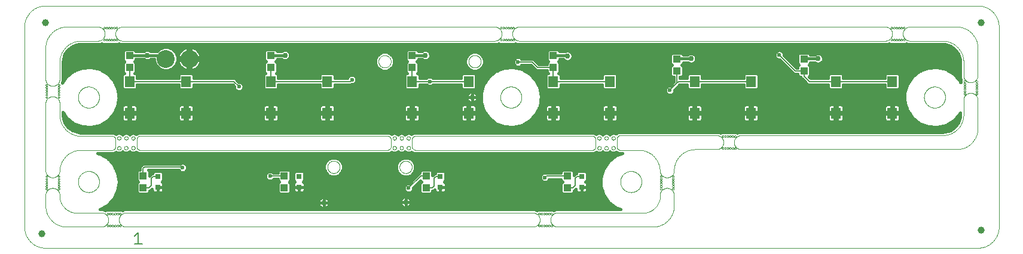
<source format=gtl>
G75*
%MOIN*%
%OFA0B0*%
%FSLAX25Y25*%
%IPPOS*%
%LPD*%
%AMOC8*
5,1,8,0,0,1.08239X$1,22.5*
%
%ADD10C,0.00000*%
%ADD11C,0.00600*%
%ADD12R,0.03150X0.03150*%
%ADD13R,0.04331X0.03937*%
%ADD14R,0.05512X0.06299*%
%ADD15C,0.10000*%
%ADD16C,0.03937*%
%ADD17C,0.01600*%
%ADD18C,0.02953*%
%ADD19C,0.02362*%
%ADD20C,0.00700*%
D10*
X0031328Y0060855D02*
X0551013Y0060855D01*
X0551298Y0060858D01*
X0551584Y0060869D01*
X0551869Y0060886D01*
X0552153Y0060910D01*
X0552437Y0060941D01*
X0552720Y0060979D01*
X0553001Y0061024D01*
X0553282Y0061075D01*
X0553562Y0061133D01*
X0553840Y0061198D01*
X0554116Y0061270D01*
X0554390Y0061348D01*
X0554663Y0061433D01*
X0554933Y0061525D01*
X0555201Y0061623D01*
X0555467Y0061727D01*
X0555730Y0061838D01*
X0555990Y0061955D01*
X0556248Y0062078D01*
X0556502Y0062208D01*
X0556753Y0062344D01*
X0557001Y0062485D01*
X0557245Y0062633D01*
X0557486Y0062786D01*
X0557722Y0062946D01*
X0557955Y0063111D01*
X0558184Y0063281D01*
X0558409Y0063457D01*
X0558629Y0063639D01*
X0558845Y0063825D01*
X0559056Y0064017D01*
X0559263Y0064214D01*
X0559465Y0064416D01*
X0559662Y0064623D01*
X0559854Y0064834D01*
X0560040Y0065050D01*
X0560222Y0065270D01*
X0560398Y0065495D01*
X0560568Y0065724D01*
X0560733Y0065957D01*
X0560893Y0066193D01*
X0561046Y0066434D01*
X0561194Y0066678D01*
X0561335Y0066926D01*
X0561471Y0067177D01*
X0561601Y0067431D01*
X0561724Y0067689D01*
X0561841Y0067949D01*
X0561952Y0068212D01*
X0562056Y0068478D01*
X0562154Y0068746D01*
X0562246Y0069016D01*
X0562331Y0069289D01*
X0562409Y0069563D01*
X0562481Y0069839D01*
X0562546Y0070117D01*
X0562604Y0070397D01*
X0562655Y0070678D01*
X0562700Y0070959D01*
X0562738Y0071242D01*
X0562769Y0071526D01*
X0562793Y0071810D01*
X0562810Y0072095D01*
X0562821Y0072381D01*
X0562824Y0072666D01*
X0562824Y0184477D01*
X0562821Y0184762D01*
X0562810Y0185048D01*
X0562793Y0185333D01*
X0562769Y0185617D01*
X0562738Y0185901D01*
X0562700Y0186184D01*
X0562655Y0186465D01*
X0562604Y0186746D01*
X0562546Y0187026D01*
X0562481Y0187304D01*
X0562409Y0187580D01*
X0562331Y0187854D01*
X0562246Y0188127D01*
X0562154Y0188397D01*
X0562056Y0188665D01*
X0561952Y0188931D01*
X0561841Y0189194D01*
X0561724Y0189454D01*
X0561601Y0189712D01*
X0561471Y0189966D01*
X0561335Y0190217D01*
X0561194Y0190465D01*
X0561046Y0190709D01*
X0560893Y0190950D01*
X0560733Y0191186D01*
X0560568Y0191419D01*
X0560398Y0191648D01*
X0560222Y0191873D01*
X0560040Y0192093D01*
X0559854Y0192309D01*
X0559662Y0192520D01*
X0559465Y0192727D01*
X0559263Y0192929D01*
X0559056Y0193126D01*
X0558845Y0193318D01*
X0558629Y0193504D01*
X0558409Y0193686D01*
X0558184Y0193862D01*
X0557955Y0194032D01*
X0557722Y0194197D01*
X0557486Y0194357D01*
X0557245Y0194510D01*
X0557001Y0194658D01*
X0556753Y0194799D01*
X0556502Y0194935D01*
X0556248Y0195065D01*
X0555990Y0195188D01*
X0555730Y0195305D01*
X0555467Y0195416D01*
X0555201Y0195520D01*
X0554933Y0195618D01*
X0554663Y0195710D01*
X0554390Y0195795D01*
X0554116Y0195873D01*
X0553840Y0195945D01*
X0553562Y0196010D01*
X0553282Y0196068D01*
X0553001Y0196119D01*
X0552720Y0196164D01*
X0552437Y0196202D01*
X0552153Y0196233D01*
X0551869Y0196257D01*
X0551584Y0196274D01*
X0551298Y0196285D01*
X0551013Y0196288D01*
X0031328Y0196288D01*
X0031043Y0196285D01*
X0030757Y0196274D01*
X0030472Y0196257D01*
X0030188Y0196233D01*
X0029904Y0196202D01*
X0029621Y0196164D01*
X0029340Y0196119D01*
X0029059Y0196068D01*
X0028779Y0196010D01*
X0028501Y0195945D01*
X0028225Y0195873D01*
X0027951Y0195795D01*
X0027678Y0195710D01*
X0027408Y0195618D01*
X0027140Y0195520D01*
X0026874Y0195416D01*
X0026611Y0195305D01*
X0026351Y0195188D01*
X0026093Y0195065D01*
X0025839Y0194935D01*
X0025588Y0194799D01*
X0025340Y0194658D01*
X0025096Y0194510D01*
X0024855Y0194357D01*
X0024619Y0194197D01*
X0024386Y0194032D01*
X0024157Y0193862D01*
X0023932Y0193686D01*
X0023712Y0193504D01*
X0023496Y0193318D01*
X0023285Y0193126D01*
X0023078Y0192929D01*
X0022876Y0192727D01*
X0022679Y0192520D01*
X0022487Y0192309D01*
X0022301Y0192093D01*
X0022119Y0191873D01*
X0021943Y0191648D01*
X0021773Y0191419D01*
X0021608Y0191186D01*
X0021448Y0190950D01*
X0021295Y0190709D01*
X0021147Y0190465D01*
X0021006Y0190217D01*
X0020870Y0189966D01*
X0020740Y0189712D01*
X0020617Y0189454D01*
X0020500Y0189194D01*
X0020389Y0188931D01*
X0020285Y0188665D01*
X0020187Y0188397D01*
X0020095Y0188127D01*
X0020010Y0187854D01*
X0019932Y0187580D01*
X0019860Y0187304D01*
X0019795Y0187026D01*
X0019737Y0186746D01*
X0019686Y0186465D01*
X0019641Y0186184D01*
X0019603Y0185901D01*
X0019572Y0185617D01*
X0019548Y0185333D01*
X0019531Y0185048D01*
X0019520Y0184762D01*
X0019517Y0184477D01*
X0019517Y0072666D01*
X0019520Y0072381D01*
X0019531Y0072095D01*
X0019548Y0071810D01*
X0019572Y0071526D01*
X0019603Y0071242D01*
X0019641Y0070959D01*
X0019686Y0070678D01*
X0019737Y0070397D01*
X0019795Y0070117D01*
X0019860Y0069839D01*
X0019932Y0069563D01*
X0020010Y0069289D01*
X0020095Y0069016D01*
X0020187Y0068746D01*
X0020285Y0068478D01*
X0020389Y0068212D01*
X0020500Y0067949D01*
X0020617Y0067689D01*
X0020740Y0067431D01*
X0020870Y0067177D01*
X0021006Y0066926D01*
X0021147Y0066678D01*
X0021295Y0066434D01*
X0021448Y0066193D01*
X0021608Y0065957D01*
X0021773Y0065724D01*
X0021943Y0065495D01*
X0022119Y0065270D01*
X0022301Y0065050D01*
X0022487Y0064834D01*
X0022679Y0064623D01*
X0022876Y0064416D01*
X0023078Y0064214D01*
X0023285Y0064017D01*
X0023496Y0063825D01*
X0023712Y0063639D01*
X0023932Y0063457D01*
X0024157Y0063281D01*
X0024386Y0063111D01*
X0024619Y0062946D01*
X0024855Y0062786D01*
X0025096Y0062633D01*
X0025340Y0062485D01*
X0025588Y0062344D01*
X0025839Y0062208D01*
X0026093Y0062078D01*
X0026351Y0061955D01*
X0026611Y0061838D01*
X0026874Y0061727D01*
X0027140Y0061623D01*
X0027408Y0061525D01*
X0027678Y0061433D01*
X0027951Y0061348D01*
X0028225Y0061270D01*
X0028501Y0061198D01*
X0028779Y0061133D01*
X0029059Y0061075D01*
X0029340Y0061024D01*
X0029621Y0060979D01*
X0029904Y0060941D01*
X0030188Y0060910D01*
X0030472Y0060886D01*
X0030757Y0060869D01*
X0031043Y0060858D01*
X0031328Y0060855D01*
X0043139Y0072666D02*
X0062430Y0072666D01*
X0065481Y0073257D02*
X0065483Y0073301D01*
X0065489Y0073345D01*
X0065499Y0073388D01*
X0065512Y0073430D01*
X0065530Y0073470D01*
X0065551Y0073509D01*
X0065575Y0073546D01*
X0065602Y0073581D01*
X0065633Y0073613D01*
X0065666Y0073642D01*
X0065702Y0073668D01*
X0065740Y0073690D01*
X0065780Y0073709D01*
X0065821Y0073725D01*
X0065864Y0073737D01*
X0065907Y0073745D01*
X0065951Y0073749D01*
X0065995Y0073749D01*
X0066039Y0073745D01*
X0066082Y0073737D01*
X0066125Y0073725D01*
X0066166Y0073709D01*
X0066206Y0073690D01*
X0066244Y0073668D01*
X0066280Y0073642D01*
X0066313Y0073613D01*
X0066344Y0073581D01*
X0066371Y0073546D01*
X0066395Y0073509D01*
X0066416Y0073470D01*
X0066434Y0073430D01*
X0066447Y0073388D01*
X0066457Y0073345D01*
X0066463Y0073301D01*
X0066465Y0073257D01*
X0066463Y0073213D01*
X0066457Y0073169D01*
X0066447Y0073126D01*
X0066434Y0073084D01*
X0066416Y0073044D01*
X0066395Y0073005D01*
X0066371Y0072968D01*
X0066344Y0072933D01*
X0066313Y0072901D01*
X0066280Y0072872D01*
X0066244Y0072846D01*
X0066206Y0072824D01*
X0066166Y0072805D01*
X0066125Y0072789D01*
X0066082Y0072777D01*
X0066039Y0072769D01*
X0065995Y0072765D01*
X0065951Y0072765D01*
X0065907Y0072769D01*
X0065864Y0072777D01*
X0065821Y0072789D01*
X0065780Y0072805D01*
X0065740Y0072824D01*
X0065702Y0072846D01*
X0065666Y0072872D01*
X0065633Y0072901D01*
X0065602Y0072933D01*
X0065575Y0072968D01*
X0065551Y0073005D01*
X0065530Y0073044D01*
X0065512Y0073084D01*
X0065499Y0073126D01*
X0065489Y0073169D01*
X0065483Y0073213D01*
X0065481Y0073257D01*
X0066859Y0073257D02*
X0066861Y0073301D01*
X0066867Y0073345D01*
X0066877Y0073388D01*
X0066890Y0073430D01*
X0066908Y0073470D01*
X0066929Y0073509D01*
X0066953Y0073546D01*
X0066980Y0073581D01*
X0067011Y0073613D01*
X0067044Y0073642D01*
X0067080Y0073668D01*
X0067118Y0073690D01*
X0067158Y0073709D01*
X0067199Y0073725D01*
X0067242Y0073737D01*
X0067285Y0073745D01*
X0067329Y0073749D01*
X0067373Y0073749D01*
X0067417Y0073745D01*
X0067460Y0073737D01*
X0067503Y0073725D01*
X0067544Y0073709D01*
X0067584Y0073690D01*
X0067622Y0073668D01*
X0067658Y0073642D01*
X0067691Y0073613D01*
X0067722Y0073581D01*
X0067749Y0073546D01*
X0067773Y0073509D01*
X0067794Y0073470D01*
X0067812Y0073430D01*
X0067825Y0073388D01*
X0067835Y0073345D01*
X0067841Y0073301D01*
X0067843Y0073257D01*
X0067841Y0073213D01*
X0067835Y0073169D01*
X0067825Y0073126D01*
X0067812Y0073084D01*
X0067794Y0073044D01*
X0067773Y0073005D01*
X0067749Y0072968D01*
X0067722Y0072933D01*
X0067691Y0072901D01*
X0067658Y0072872D01*
X0067622Y0072846D01*
X0067584Y0072824D01*
X0067544Y0072805D01*
X0067503Y0072789D01*
X0067460Y0072777D01*
X0067417Y0072769D01*
X0067373Y0072765D01*
X0067329Y0072765D01*
X0067285Y0072769D01*
X0067242Y0072777D01*
X0067199Y0072789D01*
X0067158Y0072805D01*
X0067118Y0072824D01*
X0067080Y0072846D01*
X0067044Y0072872D01*
X0067011Y0072901D01*
X0066980Y0072933D01*
X0066953Y0072968D01*
X0066929Y0073005D01*
X0066908Y0073044D01*
X0066890Y0073084D01*
X0066877Y0073126D01*
X0066867Y0073169D01*
X0066861Y0073213D01*
X0066859Y0073257D01*
X0068237Y0073257D02*
X0068239Y0073301D01*
X0068245Y0073345D01*
X0068255Y0073388D01*
X0068268Y0073430D01*
X0068286Y0073470D01*
X0068307Y0073509D01*
X0068331Y0073546D01*
X0068358Y0073581D01*
X0068389Y0073613D01*
X0068422Y0073642D01*
X0068458Y0073668D01*
X0068496Y0073690D01*
X0068536Y0073709D01*
X0068577Y0073725D01*
X0068620Y0073737D01*
X0068663Y0073745D01*
X0068707Y0073749D01*
X0068751Y0073749D01*
X0068795Y0073745D01*
X0068838Y0073737D01*
X0068881Y0073725D01*
X0068922Y0073709D01*
X0068962Y0073690D01*
X0069000Y0073668D01*
X0069036Y0073642D01*
X0069069Y0073613D01*
X0069100Y0073581D01*
X0069127Y0073546D01*
X0069151Y0073509D01*
X0069172Y0073470D01*
X0069190Y0073430D01*
X0069203Y0073388D01*
X0069213Y0073345D01*
X0069219Y0073301D01*
X0069221Y0073257D01*
X0069219Y0073213D01*
X0069213Y0073169D01*
X0069203Y0073126D01*
X0069190Y0073084D01*
X0069172Y0073044D01*
X0069151Y0073005D01*
X0069127Y0072968D01*
X0069100Y0072933D01*
X0069069Y0072901D01*
X0069036Y0072872D01*
X0069000Y0072846D01*
X0068962Y0072824D01*
X0068922Y0072805D01*
X0068881Y0072789D01*
X0068838Y0072777D01*
X0068795Y0072769D01*
X0068751Y0072765D01*
X0068707Y0072765D01*
X0068663Y0072769D01*
X0068620Y0072777D01*
X0068577Y0072789D01*
X0068536Y0072805D01*
X0068496Y0072824D01*
X0068458Y0072846D01*
X0068422Y0072872D01*
X0068389Y0072901D01*
X0068358Y0072933D01*
X0068331Y0072968D01*
X0068307Y0073005D01*
X0068286Y0073044D01*
X0068268Y0073084D01*
X0068255Y0073126D01*
X0068245Y0073169D01*
X0068239Y0073213D01*
X0068237Y0073257D01*
X0069615Y0073257D02*
X0069617Y0073301D01*
X0069623Y0073345D01*
X0069633Y0073388D01*
X0069646Y0073430D01*
X0069664Y0073470D01*
X0069685Y0073509D01*
X0069709Y0073546D01*
X0069736Y0073581D01*
X0069767Y0073613D01*
X0069800Y0073642D01*
X0069836Y0073668D01*
X0069874Y0073690D01*
X0069914Y0073709D01*
X0069955Y0073725D01*
X0069998Y0073737D01*
X0070041Y0073745D01*
X0070085Y0073749D01*
X0070129Y0073749D01*
X0070173Y0073745D01*
X0070216Y0073737D01*
X0070259Y0073725D01*
X0070300Y0073709D01*
X0070340Y0073690D01*
X0070378Y0073668D01*
X0070414Y0073642D01*
X0070447Y0073613D01*
X0070478Y0073581D01*
X0070505Y0073546D01*
X0070529Y0073509D01*
X0070550Y0073470D01*
X0070568Y0073430D01*
X0070581Y0073388D01*
X0070591Y0073345D01*
X0070597Y0073301D01*
X0070599Y0073257D01*
X0070597Y0073213D01*
X0070591Y0073169D01*
X0070581Y0073126D01*
X0070568Y0073084D01*
X0070550Y0073044D01*
X0070529Y0073005D01*
X0070505Y0072968D01*
X0070478Y0072933D01*
X0070447Y0072901D01*
X0070414Y0072872D01*
X0070378Y0072846D01*
X0070340Y0072824D01*
X0070300Y0072805D01*
X0070259Y0072789D01*
X0070216Y0072777D01*
X0070173Y0072769D01*
X0070129Y0072765D01*
X0070085Y0072765D01*
X0070041Y0072769D01*
X0069998Y0072777D01*
X0069955Y0072789D01*
X0069914Y0072805D01*
X0069874Y0072824D01*
X0069836Y0072846D01*
X0069800Y0072872D01*
X0069767Y0072901D01*
X0069736Y0072933D01*
X0069709Y0072968D01*
X0069685Y0073005D01*
X0069664Y0073044D01*
X0069646Y0073084D01*
X0069633Y0073126D01*
X0069623Y0073169D01*
X0069617Y0073213D01*
X0069615Y0073257D01*
X0070993Y0073257D02*
X0070995Y0073301D01*
X0071001Y0073345D01*
X0071011Y0073388D01*
X0071024Y0073430D01*
X0071042Y0073470D01*
X0071063Y0073509D01*
X0071087Y0073546D01*
X0071114Y0073581D01*
X0071145Y0073613D01*
X0071178Y0073642D01*
X0071214Y0073668D01*
X0071252Y0073690D01*
X0071292Y0073709D01*
X0071333Y0073725D01*
X0071376Y0073737D01*
X0071419Y0073745D01*
X0071463Y0073749D01*
X0071507Y0073749D01*
X0071551Y0073745D01*
X0071594Y0073737D01*
X0071637Y0073725D01*
X0071678Y0073709D01*
X0071718Y0073690D01*
X0071756Y0073668D01*
X0071792Y0073642D01*
X0071825Y0073613D01*
X0071856Y0073581D01*
X0071883Y0073546D01*
X0071907Y0073509D01*
X0071928Y0073470D01*
X0071946Y0073430D01*
X0071959Y0073388D01*
X0071969Y0073345D01*
X0071975Y0073301D01*
X0071977Y0073257D01*
X0071975Y0073213D01*
X0071969Y0073169D01*
X0071959Y0073126D01*
X0071946Y0073084D01*
X0071928Y0073044D01*
X0071907Y0073005D01*
X0071883Y0072968D01*
X0071856Y0072933D01*
X0071825Y0072901D01*
X0071792Y0072872D01*
X0071756Y0072846D01*
X0071718Y0072824D01*
X0071678Y0072805D01*
X0071637Y0072789D01*
X0071594Y0072777D01*
X0071551Y0072769D01*
X0071507Y0072765D01*
X0071463Y0072765D01*
X0071419Y0072769D01*
X0071376Y0072777D01*
X0071333Y0072789D01*
X0071292Y0072805D01*
X0071252Y0072824D01*
X0071214Y0072846D01*
X0071178Y0072872D01*
X0071145Y0072901D01*
X0071114Y0072933D01*
X0071087Y0072968D01*
X0071063Y0073005D01*
X0071042Y0073044D01*
X0071024Y0073084D01*
X0071011Y0073126D01*
X0071001Y0073169D01*
X0070995Y0073213D01*
X0070993Y0073257D01*
X0072371Y0073257D02*
X0072373Y0073301D01*
X0072379Y0073345D01*
X0072389Y0073388D01*
X0072402Y0073430D01*
X0072420Y0073470D01*
X0072441Y0073509D01*
X0072465Y0073546D01*
X0072492Y0073581D01*
X0072523Y0073613D01*
X0072556Y0073642D01*
X0072592Y0073668D01*
X0072630Y0073690D01*
X0072670Y0073709D01*
X0072711Y0073725D01*
X0072754Y0073737D01*
X0072797Y0073745D01*
X0072841Y0073749D01*
X0072885Y0073749D01*
X0072929Y0073745D01*
X0072972Y0073737D01*
X0073015Y0073725D01*
X0073056Y0073709D01*
X0073096Y0073690D01*
X0073134Y0073668D01*
X0073170Y0073642D01*
X0073203Y0073613D01*
X0073234Y0073581D01*
X0073261Y0073546D01*
X0073285Y0073509D01*
X0073306Y0073470D01*
X0073324Y0073430D01*
X0073337Y0073388D01*
X0073347Y0073345D01*
X0073353Y0073301D01*
X0073355Y0073257D01*
X0073353Y0073213D01*
X0073347Y0073169D01*
X0073337Y0073126D01*
X0073324Y0073084D01*
X0073306Y0073044D01*
X0073285Y0073005D01*
X0073261Y0072968D01*
X0073234Y0072933D01*
X0073203Y0072901D01*
X0073170Y0072872D01*
X0073134Y0072846D01*
X0073096Y0072824D01*
X0073056Y0072805D01*
X0073015Y0072789D01*
X0072972Y0072777D01*
X0072929Y0072769D01*
X0072885Y0072765D01*
X0072841Y0072765D01*
X0072797Y0072769D01*
X0072754Y0072777D01*
X0072711Y0072789D01*
X0072670Y0072805D01*
X0072630Y0072824D01*
X0072592Y0072846D01*
X0072556Y0072872D01*
X0072523Y0072901D01*
X0072492Y0072933D01*
X0072465Y0072968D01*
X0072441Y0073005D01*
X0072420Y0073044D01*
X0072402Y0073084D01*
X0072389Y0073126D01*
X0072379Y0073169D01*
X0072373Y0073213D01*
X0072371Y0073257D01*
X0076209Y0072666D02*
X0302981Y0072666D01*
X0306032Y0073257D02*
X0306034Y0073301D01*
X0306040Y0073345D01*
X0306050Y0073388D01*
X0306063Y0073430D01*
X0306081Y0073470D01*
X0306102Y0073509D01*
X0306126Y0073546D01*
X0306153Y0073581D01*
X0306184Y0073613D01*
X0306217Y0073642D01*
X0306253Y0073668D01*
X0306291Y0073690D01*
X0306331Y0073709D01*
X0306372Y0073725D01*
X0306415Y0073737D01*
X0306458Y0073745D01*
X0306502Y0073749D01*
X0306546Y0073749D01*
X0306590Y0073745D01*
X0306633Y0073737D01*
X0306676Y0073725D01*
X0306717Y0073709D01*
X0306757Y0073690D01*
X0306795Y0073668D01*
X0306831Y0073642D01*
X0306864Y0073613D01*
X0306895Y0073581D01*
X0306922Y0073546D01*
X0306946Y0073509D01*
X0306967Y0073470D01*
X0306985Y0073430D01*
X0306998Y0073388D01*
X0307008Y0073345D01*
X0307014Y0073301D01*
X0307016Y0073257D01*
X0307014Y0073213D01*
X0307008Y0073169D01*
X0306998Y0073126D01*
X0306985Y0073084D01*
X0306967Y0073044D01*
X0306946Y0073005D01*
X0306922Y0072968D01*
X0306895Y0072933D01*
X0306864Y0072901D01*
X0306831Y0072872D01*
X0306795Y0072846D01*
X0306757Y0072824D01*
X0306717Y0072805D01*
X0306676Y0072789D01*
X0306633Y0072777D01*
X0306590Y0072769D01*
X0306546Y0072765D01*
X0306502Y0072765D01*
X0306458Y0072769D01*
X0306415Y0072777D01*
X0306372Y0072789D01*
X0306331Y0072805D01*
X0306291Y0072824D01*
X0306253Y0072846D01*
X0306217Y0072872D01*
X0306184Y0072901D01*
X0306153Y0072933D01*
X0306126Y0072968D01*
X0306102Y0073005D01*
X0306081Y0073044D01*
X0306063Y0073084D01*
X0306050Y0073126D01*
X0306040Y0073169D01*
X0306034Y0073213D01*
X0306032Y0073257D01*
X0307410Y0073257D02*
X0307412Y0073301D01*
X0307418Y0073345D01*
X0307428Y0073388D01*
X0307441Y0073430D01*
X0307459Y0073470D01*
X0307480Y0073509D01*
X0307504Y0073546D01*
X0307531Y0073581D01*
X0307562Y0073613D01*
X0307595Y0073642D01*
X0307631Y0073668D01*
X0307669Y0073690D01*
X0307709Y0073709D01*
X0307750Y0073725D01*
X0307793Y0073737D01*
X0307836Y0073745D01*
X0307880Y0073749D01*
X0307924Y0073749D01*
X0307968Y0073745D01*
X0308011Y0073737D01*
X0308054Y0073725D01*
X0308095Y0073709D01*
X0308135Y0073690D01*
X0308173Y0073668D01*
X0308209Y0073642D01*
X0308242Y0073613D01*
X0308273Y0073581D01*
X0308300Y0073546D01*
X0308324Y0073509D01*
X0308345Y0073470D01*
X0308363Y0073430D01*
X0308376Y0073388D01*
X0308386Y0073345D01*
X0308392Y0073301D01*
X0308394Y0073257D01*
X0308392Y0073213D01*
X0308386Y0073169D01*
X0308376Y0073126D01*
X0308363Y0073084D01*
X0308345Y0073044D01*
X0308324Y0073005D01*
X0308300Y0072968D01*
X0308273Y0072933D01*
X0308242Y0072901D01*
X0308209Y0072872D01*
X0308173Y0072846D01*
X0308135Y0072824D01*
X0308095Y0072805D01*
X0308054Y0072789D01*
X0308011Y0072777D01*
X0307968Y0072769D01*
X0307924Y0072765D01*
X0307880Y0072765D01*
X0307836Y0072769D01*
X0307793Y0072777D01*
X0307750Y0072789D01*
X0307709Y0072805D01*
X0307669Y0072824D01*
X0307631Y0072846D01*
X0307595Y0072872D01*
X0307562Y0072901D01*
X0307531Y0072933D01*
X0307504Y0072968D01*
X0307480Y0073005D01*
X0307459Y0073044D01*
X0307441Y0073084D01*
X0307428Y0073126D01*
X0307418Y0073169D01*
X0307412Y0073213D01*
X0307410Y0073257D01*
X0308788Y0073257D02*
X0308790Y0073301D01*
X0308796Y0073345D01*
X0308806Y0073388D01*
X0308819Y0073430D01*
X0308837Y0073470D01*
X0308858Y0073509D01*
X0308882Y0073546D01*
X0308909Y0073581D01*
X0308940Y0073613D01*
X0308973Y0073642D01*
X0309009Y0073668D01*
X0309047Y0073690D01*
X0309087Y0073709D01*
X0309128Y0073725D01*
X0309171Y0073737D01*
X0309214Y0073745D01*
X0309258Y0073749D01*
X0309302Y0073749D01*
X0309346Y0073745D01*
X0309389Y0073737D01*
X0309432Y0073725D01*
X0309473Y0073709D01*
X0309513Y0073690D01*
X0309551Y0073668D01*
X0309587Y0073642D01*
X0309620Y0073613D01*
X0309651Y0073581D01*
X0309678Y0073546D01*
X0309702Y0073509D01*
X0309723Y0073470D01*
X0309741Y0073430D01*
X0309754Y0073388D01*
X0309764Y0073345D01*
X0309770Y0073301D01*
X0309772Y0073257D01*
X0309770Y0073213D01*
X0309764Y0073169D01*
X0309754Y0073126D01*
X0309741Y0073084D01*
X0309723Y0073044D01*
X0309702Y0073005D01*
X0309678Y0072968D01*
X0309651Y0072933D01*
X0309620Y0072901D01*
X0309587Y0072872D01*
X0309551Y0072846D01*
X0309513Y0072824D01*
X0309473Y0072805D01*
X0309432Y0072789D01*
X0309389Y0072777D01*
X0309346Y0072769D01*
X0309302Y0072765D01*
X0309258Y0072765D01*
X0309214Y0072769D01*
X0309171Y0072777D01*
X0309128Y0072789D01*
X0309087Y0072805D01*
X0309047Y0072824D01*
X0309009Y0072846D01*
X0308973Y0072872D01*
X0308940Y0072901D01*
X0308909Y0072933D01*
X0308882Y0072968D01*
X0308858Y0073005D01*
X0308837Y0073044D01*
X0308819Y0073084D01*
X0308806Y0073126D01*
X0308796Y0073169D01*
X0308790Y0073213D01*
X0308788Y0073257D01*
X0310166Y0073257D02*
X0310168Y0073301D01*
X0310174Y0073345D01*
X0310184Y0073388D01*
X0310197Y0073430D01*
X0310215Y0073470D01*
X0310236Y0073509D01*
X0310260Y0073546D01*
X0310287Y0073581D01*
X0310318Y0073613D01*
X0310351Y0073642D01*
X0310387Y0073668D01*
X0310425Y0073690D01*
X0310465Y0073709D01*
X0310506Y0073725D01*
X0310549Y0073737D01*
X0310592Y0073745D01*
X0310636Y0073749D01*
X0310680Y0073749D01*
X0310724Y0073745D01*
X0310767Y0073737D01*
X0310810Y0073725D01*
X0310851Y0073709D01*
X0310891Y0073690D01*
X0310929Y0073668D01*
X0310965Y0073642D01*
X0310998Y0073613D01*
X0311029Y0073581D01*
X0311056Y0073546D01*
X0311080Y0073509D01*
X0311101Y0073470D01*
X0311119Y0073430D01*
X0311132Y0073388D01*
X0311142Y0073345D01*
X0311148Y0073301D01*
X0311150Y0073257D01*
X0311148Y0073213D01*
X0311142Y0073169D01*
X0311132Y0073126D01*
X0311119Y0073084D01*
X0311101Y0073044D01*
X0311080Y0073005D01*
X0311056Y0072968D01*
X0311029Y0072933D01*
X0310998Y0072901D01*
X0310965Y0072872D01*
X0310929Y0072846D01*
X0310891Y0072824D01*
X0310851Y0072805D01*
X0310810Y0072789D01*
X0310767Y0072777D01*
X0310724Y0072769D01*
X0310680Y0072765D01*
X0310636Y0072765D01*
X0310592Y0072769D01*
X0310549Y0072777D01*
X0310506Y0072789D01*
X0310465Y0072805D01*
X0310425Y0072824D01*
X0310387Y0072846D01*
X0310351Y0072872D01*
X0310318Y0072901D01*
X0310287Y0072933D01*
X0310260Y0072968D01*
X0310236Y0073005D01*
X0310215Y0073044D01*
X0310197Y0073084D01*
X0310184Y0073126D01*
X0310174Y0073169D01*
X0310168Y0073213D01*
X0310166Y0073257D01*
X0311544Y0073257D02*
X0311546Y0073301D01*
X0311552Y0073345D01*
X0311562Y0073388D01*
X0311575Y0073430D01*
X0311593Y0073470D01*
X0311614Y0073509D01*
X0311638Y0073546D01*
X0311665Y0073581D01*
X0311696Y0073613D01*
X0311729Y0073642D01*
X0311765Y0073668D01*
X0311803Y0073690D01*
X0311843Y0073709D01*
X0311884Y0073725D01*
X0311927Y0073737D01*
X0311970Y0073745D01*
X0312014Y0073749D01*
X0312058Y0073749D01*
X0312102Y0073745D01*
X0312145Y0073737D01*
X0312188Y0073725D01*
X0312229Y0073709D01*
X0312269Y0073690D01*
X0312307Y0073668D01*
X0312343Y0073642D01*
X0312376Y0073613D01*
X0312407Y0073581D01*
X0312434Y0073546D01*
X0312458Y0073509D01*
X0312479Y0073470D01*
X0312497Y0073430D01*
X0312510Y0073388D01*
X0312520Y0073345D01*
X0312526Y0073301D01*
X0312528Y0073257D01*
X0312526Y0073213D01*
X0312520Y0073169D01*
X0312510Y0073126D01*
X0312497Y0073084D01*
X0312479Y0073044D01*
X0312458Y0073005D01*
X0312434Y0072968D01*
X0312407Y0072933D01*
X0312376Y0072901D01*
X0312343Y0072872D01*
X0312307Y0072846D01*
X0312269Y0072824D01*
X0312229Y0072805D01*
X0312188Y0072789D01*
X0312145Y0072777D01*
X0312102Y0072769D01*
X0312058Y0072765D01*
X0312014Y0072765D01*
X0311970Y0072769D01*
X0311927Y0072777D01*
X0311884Y0072789D01*
X0311843Y0072805D01*
X0311803Y0072824D01*
X0311765Y0072846D01*
X0311729Y0072872D01*
X0311696Y0072901D01*
X0311665Y0072933D01*
X0311638Y0072968D01*
X0311614Y0073005D01*
X0311593Y0073044D01*
X0311575Y0073084D01*
X0311562Y0073126D01*
X0311552Y0073169D01*
X0311546Y0073213D01*
X0311544Y0073257D01*
X0312922Y0073257D02*
X0312924Y0073301D01*
X0312930Y0073345D01*
X0312940Y0073388D01*
X0312953Y0073430D01*
X0312971Y0073470D01*
X0312992Y0073509D01*
X0313016Y0073546D01*
X0313043Y0073581D01*
X0313074Y0073613D01*
X0313107Y0073642D01*
X0313143Y0073668D01*
X0313181Y0073690D01*
X0313221Y0073709D01*
X0313262Y0073725D01*
X0313305Y0073737D01*
X0313348Y0073745D01*
X0313392Y0073749D01*
X0313436Y0073749D01*
X0313480Y0073745D01*
X0313523Y0073737D01*
X0313566Y0073725D01*
X0313607Y0073709D01*
X0313647Y0073690D01*
X0313685Y0073668D01*
X0313721Y0073642D01*
X0313754Y0073613D01*
X0313785Y0073581D01*
X0313812Y0073546D01*
X0313836Y0073509D01*
X0313857Y0073470D01*
X0313875Y0073430D01*
X0313888Y0073388D01*
X0313898Y0073345D01*
X0313904Y0073301D01*
X0313906Y0073257D01*
X0313904Y0073213D01*
X0313898Y0073169D01*
X0313888Y0073126D01*
X0313875Y0073084D01*
X0313857Y0073044D01*
X0313836Y0073005D01*
X0313812Y0072968D01*
X0313785Y0072933D01*
X0313754Y0072901D01*
X0313721Y0072872D01*
X0313685Y0072846D01*
X0313647Y0072824D01*
X0313607Y0072805D01*
X0313566Y0072789D01*
X0313523Y0072777D01*
X0313480Y0072769D01*
X0313436Y0072765D01*
X0313392Y0072765D01*
X0313348Y0072769D01*
X0313305Y0072777D01*
X0313262Y0072789D01*
X0313221Y0072805D01*
X0313181Y0072824D01*
X0313143Y0072846D01*
X0313107Y0072872D01*
X0313074Y0072901D01*
X0313043Y0072933D01*
X0313016Y0072968D01*
X0312992Y0073005D01*
X0312971Y0073044D01*
X0312953Y0073084D01*
X0312940Y0073126D01*
X0312930Y0073169D01*
X0312924Y0073213D01*
X0312922Y0073257D01*
X0316761Y0072666D02*
X0369910Y0072666D01*
X0362036Y0080540D02*
X0316761Y0080540D01*
X0312922Y0079950D02*
X0312924Y0079994D01*
X0312930Y0080038D01*
X0312940Y0080081D01*
X0312953Y0080123D01*
X0312971Y0080163D01*
X0312992Y0080202D01*
X0313016Y0080239D01*
X0313043Y0080274D01*
X0313074Y0080306D01*
X0313107Y0080335D01*
X0313143Y0080361D01*
X0313181Y0080383D01*
X0313221Y0080402D01*
X0313262Y0080418D01*
X0313305Y0080430D01*
X0313348Y0080438D01*
X0313392Y0080442D01*
X0313436Y0080442D01*
X0313480Y0080438D01*
X0313523Y0080430D01*
X0313566Y0080418D01*
X0313607Y0080402D01*
X0313647Y0080383D01*
X0313685Y0080361D01*
X0313721Y0080335D01*
X0313754Y0080306D01*
X0313785Y0080274D01*
X0313812Y0080239D01*
X0313836Y0080202D01*
X0313857Y0080163D01*
X0313875Y0080123D01*
X0313888Y0080081D01*
X0313898Y0080038D01*
X0313904Y0079994D01*
X0313906Y0079950D01*
X0313904Y0079906D01*
X0313898Y0079862D01*
X0313888Y0079819D01*
X0313875Y0079777D01*
X0313857Y0079737D01*
X0313836Y0079698D01*
X0313812Y0079661D01*
X0313785Y0079626D01*
X0313754Y0079594D01*
X0313721Y0079565D01*
X0313685Y0079539D01*
X0313647Y0079517D01*
X0313607Y0079498D01*
X0313566Y0079482D01*
X0313523Y0079470D01*
X0313480Y0079462D01*
X0313436Y0079458D01*
X0313392Y0079458D01*
X0313348Y0079462D01*
X0313305Y0079470D01*
X0313262Y0079482D01*
X0313221Y0079498D01*
X0313181Y0079517D01*
X0313143Y0079539D01*
X0313107Y0079565D01*
X0313074Y0079594D01*
X0313043Y0079626D01*
X0313016Y0079661D01*
X0312992Y0079698D01*
X0312971Y0079737D01*
X0312953Y0079777D01*
X0312940Y0079819D01*
X0312930Y0079862D01*
X0312924Y0079906D01*
X0312922Y0079950D01*
X0311544Y0079950D02*
X0311546Y0079994D01*
X0311552Y0080038D01*
X0311562Y0080081D01*
X0311575Y0080123D01*
X0311593Y0080163D01*
X0311614Y0080202D01*
X0311638Y0080239D01*
X0311665Y0080274D01*
X0311696Y0080306D01*
X0311729Y0080335D01*
X0311765Y0080361D01*
X0311803Y0080383D01*
X0311843Y0080402D01*
X0311884Y0080418D01*
X0311927Y0080430D01*
X0311970Y0080438D01*
X0312014Y0080442D01*
X0312058Y0080442D01*
X0312102Y0080438D01*
X0312145Y0080430D01*
X0312188Y0080418D01*
X0312229Y0080402D01*
X0312269Y0080383D01*
X0312307Y0080361D01*
X0312343Y0080335D01*
X0312376Y0080306D01*
X0312407Y0080274D01*
X0312434Y0080239D01*
X0312458Y0080202D01*
X0312479Y0080163D01*
X0312497Y0080123D01*
X0312510Y0080081D01*
X0312520Y0080038D01*
X0312526Y0079994D01*
X0312528Y0079950D01*
X0312526Y0079906D01*
X0312520Y0079862D01*
X0312510Y0079819D01*
X0312497Y0079777D01*
X0312479Y0079737D01*
X0312458Y0079698D01*
X0312434Y0079661D01*
X0312407Y0079626D01*
X0312376Y0079594D01*
X0312343Y0079565D01*
X0312307Y0079539D01*
X0312269Y0079517D01*
X0312229Y0079498D01*
X0312188Y0079482D01*
X0312145Y0079470D01*
X0312102Y0079462D01*
X0312058Y0079458D01*
X0312014Y0079458D01*
X0311970Y0079462D01*
X0311927Y0079470D01*
X0311884Y0079482D01*
X0311843Y0079498D01*
X0311803Y0079517D01*
X0311765Y0079539D01*
X0311729Y0079565D01*
X0311696Y0079594D01*
X0311665Y0079626D01*
X0311638Y0079661D01*
X0311614Y0079698D01*
X0311593Y0079737D01*
X0311575Y0079777D01*
X0311562Y0079819D01*
X0311552Y0079862D01*
X0311546Y0079906D01*
X0311544Y0079950D01*
X0310166Y0079950D02*
X0310168Y0079994D01*
X0310174Y0080038D01*
X0310184Y0080081D01*
X0310197Y0080123D01*
X0310215Y0080163D01*
X0310236Y0080202D01*
X0310260Y0080239D01*
X0310287Y0080274D01*
X0310318Y0080306D01*
X0310351Y0080335D01*
X0310387Y0080361D01*
X0310425Y0080383D01*
X0310465Y0080402D01*
X0310506Y0080418D01*
X0310549Y0080430D01*
X0310592Y0080438D01*
X0310636Y0080442D01*
X0310680Y0080442D01*
X0310724Y0080438D01*
X0310767Y0080430D01*
X0310810Y0080418D01*
X0310851Y0080402D01*
X0310891Y0080383D01*
X0310929Y0080361D01*
X0310965Y0080335D01*
X0310998Y0080306D01*
X0311029Y0080274D01*
X0311056Y0080239D01*
X0311080Y0080202D01*
X0311101Y0080163D01*
X0311119Y0080123D01*
X0311132Y0080081D01*
X0311142Y0080038D01*
X0311148Y0079994D01*
X0311150Y0079950D01*
X0311148Y0079906D01*
X0311142Y0079862D01*
X0311132Y0079819D01*
X0311119Y0079777D01*
X0311101Y0079737D01*
X0311080Y0079698D01*
X0311056Y0079661D01*
X0311029Y0079626D01*
X0310998Y0079594D01*
X0310965Y0079565D01*
X0310929Y0079539D01*
X0310891Y0079517D01*
X0310851Y0079498D01*
X0310810Y0079482D01*
X0310767Y0079470D01*
X0310724Y0079462D01*
X0310680Y0079458D01*
X0310636Y0079458D01*
X0310592Y0079462D01*
X0310549Y0079470D01*
X0310506Y0079482D01*
X0310465Y0079498D01*
X0310425Y0079517D01*
X0310387Y0079539D01*
X0310351Y0079565D01*
X0310318Y0079594D01*
X0310287Y0079626D01*
X0310260Y0079661D01*
X0310236Y0079698D01*
X0310215Y0079737D01*
X0310197Y0079777D01*
X0310184Y0079819D01*
X0310174Y0079862D01*
X0310168Y0079906D01*
X0310166Y0079950D01*
X0308788Y0079950D02*
X0308790Y0079994D01*
X0308796Y0080038D01*
X0308806Y0080081D01*
X0308819Y0080123D01*
X0308837Y0080163D01*
X0308858Y0080202D01*
X0308882Y0080239D01*
X0308909Y0080274D01*
X0308940Y0080306D01*
X0308973Y0080335D01*
X0309009Y0080361D01*
X0309047Y0080383D01*
X0309087Y0080402D01*
X0309128Y0080418D01*
X0309171Y0080430D01*
X0309214Y0080438D01*
X0309258Y0080442D01*
X0309302Y0080442D01*
X0309346Y0080438D01*
X0309389Y0080430D01*
X0309432Y0080418D01*
X0309473Y0080402D01*
X0309513Y0080383D01*
X0309551Y0080361D01*
X0309587Y0080335D01*
X0309620Y0080306D01*
X0309651Y0080274D01*
X0309678Y0080239D01*
X0309702Y0080202D01*
X0309723Y0080163D01*
X0309741Y0080123D01*
X0309754Y0080081D01*
X0309764Y0080038D01*
X0309770Y0079994D01*
X0309772Y0079950D01*
X0309770Y0079906D01*
X0309764Y0079862D01*
X0309754Y0079819D01*
X0309741Y0079777D01*
X0309723Y0079737D01*
X0309702Y0079698D01*
X0309678Y0079661D01*
X0309651Y0079626D01*
X0309620Y0079594D01*
X0309587Y0079565D01*
X0309551Y0079539D01*
X0309513Y0079517D01*
X0309473Y0079498D01*
X0309432Y0079482D01*
X0309389Y0079470D01*
X0309346Y0079462D01*
X0309302Y0079458D01*
X0309258Y0079458D01*
X0309214Y0079462D01*
X0309171Y0079470D01*
X0309128Y0079482D01*
X0309087Y0079498D01*
X0309047Y0079517D01*
X0309009Y0079539D01*
X0308973Y0079565D01*
X0308940Y0079594D01*
X0308909Y0079626D01*
X0308882Y0079661D01*
X0308858Y0079698D01*
X0308837Y0079737D01*
X0308819Y0079777D01*
X0308806Y0079819D01*
X0308796Y0079862D01*
X0308790Y0079906D01*
X0308788Y0079950D01*
X0307410Y0079950D02*
X0307412Y0079994D01*
X0307418Y0080038D01*
X0307428Y0080081D01*
X0307441Y0080123D01*
X0307459Y0080163D01*
X0307480Y0080202D01*
X0307504Y0080239D01*
X0307531Y0080274D01*
X0307562Y0080306D01*
X0307595Y0080335D01*
X0307631Y0080361D01*
X0307669Y0080383D01*
X0307709Y0080402D01*
X0307750Y0080418D01*
X0307793Y0080430D01*
X0307836Y0080438D01*
X0307880Y0080442D01*
X0307924Y0080442D01*
X0307968Y0080438D01*
X0308011Y0080430D01*
X0308054Y0080418D01*
X0308095Y0080402D01*
X0308135Y0080383D01*
X0308173Y0080361D01*
X0308209Y0080335D01*
X0308242Y0080306D01*
X0308273Y0080274D01*
X0308300Y0080239D01*
X0308324Y0080202D01*
X0308345Y0080163D01*
X0308363Y0080123D01*
X0308376Y0080081D01*
X0308386Y0080038D01*
X0308392Y0079994D01*
X0308394Y0079950D01*
X0308392Y0079906D01*
X0308386Y0079862D01*
X0308376Y0079819D01*
X0308363Y0079777D01*
X0308345Y0079737D01*
X0308324Y0079698D01*
X0308300Y0079661D01*
X0308273Y0079626D01*
X0308242Y0079594D01*
X0308209Y0079565D01*
X0308173Y0079539D01*
X0308135Y0079517D01*
X0308095Y0079498D01*
X0308054Y0079482D01*
X0308011Y0079470D01*
X0307968Y0079462D01*
X0307924Y0079458D01*
X0307880Y0079458D01*
X0307836Y0079462D01*
X0307793Y0079470D01*
X0307750Y0079482D01*
X0307709Y0079498D01*
X0307669Y0079517D01*
X0307631Y0079539D01*
X0307595Y0079565D01*
X0307562Y0079594D01*
X0307531Y0079626D01*
X0307504Y0079661D01*
X0307480Y0079698D01*
X0307459Y0079737D01*
X0307441Y0079777D01*
X0307428Y0079819D01*
X0307418Y0079862D01*
X0307412Y0079906D01*
X0307410Y0079950D01*
X0306032Y0079950D02*
X0306034Y0079994D01*
X0306040Y0080038D01*
X0306050Y0080081D01*
X0306063Y0080123D01*
X0306081Y0080163D01*
X0306102Y0080202D01*
X0306126Y0080239D01*
X0306153Y0080274D01*
X0306184Y0080306D01*
X0306217Y0080335D01*
X0306253Y0080361D01*
X0306291Y0080383D01*
X0306331Y0080402D01*
X0306372Y0080418D01*
X0306415Y0080430D01*
X0306458Y0080438D01*
X0306502Y0080442D01*
X0306546Y0080442D01*
X0306590Y0080438D01*
X0306633Y0080430D01*
X0306676Y0080418D01*
X0306717Y0080402D01*
X0306757Y0080383D01*
X0306795Y0080361D01*
X0306831Y0080335D01*
X0306864Y0080306D01*
X0306895Y0080274D01*
X0306922Y0080239D01*
X0306946Y0080202D01*
X0306967Y0080163D01*
X0306985Y0080123D01*
X0306998Y0080081D01*
X0307008Y0080038D01*
X0307014Y0079994D01*
X0307016Y0079950D01*
X0307014Y0079906D01*
X0307008Y0079862D01*
X0306998Y0079819D01*
X0306985Y0079777D01*
X0306967Y0079737D01*
X0306946Y0079698D01*
X0306922Y0079661D01*
X0306895Y0079626D01*
X0306864Y0079594D01*
X0306831Y0079565D01*
X0306795Y0079539D01*
X0306757Y0079517D01*
X0306717Y0079498D01*
X0306676Y0079482D01*
X0306633Y0079470D01*
X0306590Y0079462D01*
X0306546Y0079458D01*
X0306502Y0079458D01*
X0306458Y0079462D01*
X0306415Y0079470D01*
X0306372Y0079482D01*
X0306331Y0079498D01*
X0306291Y0079517D01*
X0306253Y0079539D01*
X0306217Y0079565D01*
X0306184Y0079594D01*
X0306153Y0079626D01*
X0306126Y0079661D01*
X0306102Y0079698D01*
X0306081Y0079737D01*
X0306063Y0079777D01*
X0306050Y0079819D01*
X0306040Y0079862D01*
X0306034Y0079906D01*
X0306032Y0079950D01*
X0302981Y0080540D02*
X0076209Y0080540D01*
X0072371Y0079950D02*
X0072373Y0079994D01*
X0072379Y0080038D01*
X0072389Y0080081D01*
X0072402Y0080123D01*
X0072420Y0080163D01*
X0072441Y0080202D01*
X0072465Y0080239D01*
X0072492Y0080274D01*
X0072523Y0080306D01*
X0072556Y0080335D01*
X0072592Y0080361D01*
X0072630Y0080383D01*
X0072670Y0080402D01*
X0072711Y0080418D01*
X0072754Y0080430D01*
X0072797Y0080438D01*
X0072841Y0080442D01*
X0072885Y0080442D01*
X0072929Y0080438D01*
X0072972Y0080430D01*
X0073015Y0080418D01*
X0073056Y0080402D01*
X0073096Y0080383D01*
X0073134Y0080361D01*
X0073170Y0080335D01*
X0073203Y0080306D01*
X0073234Y0080274D01*
X0073261Y0080239D01*
X0073285Y0080202D01*
X0073306Y0080163D01*
X0073324Y0080123D01*
X0073337Y0080081D01*
X0073347Y0080038D01*
X0073353Y0079994D01*
X0073355Y0079950D01*
X0073353Y0079906D01*
X0073347Y0079862D01*
X0073337Y0079819D01*
X0073324Y0079777D01*
X0073306Y0079737D01*
X0073285Y0079698D01*
X0073261Y0079661D01*
X0073234Y0079626D01*
X0073203Y0079594D01*
X0073170Y0079565D01*
X0073134Y0079539D01*
X0073096Y0079517D01*
X0073056Y0079498D01*
X0073015Y0079482D01*
X0072972Y0079470D01*
X0072929Y0079462D01*
X0072885Y0079458D01*
X0072841Y0079458D01*
X0072797Y0079462D01*
X0072754Y0079470D01*
X0072711Y0079482D01*
X0072670Y0079498D01*
X0072630Y0079517D01*
X0072592Y0079539D01*
X0072556Y0079565D01*
X0072523Y0079594D01*
X0072492Y0079626D01*
X0072465Y0079661D01*
X0072441Y0079698D01*
X0072420Y0079737D01*
X0072402Y0079777D01*
X0072389Y0079819D01*
X0072379Y0079862D01*
X0072373Y0079906D01*
X0072371Y0079950D01*
X0070993Y0079950D02*
X0070995Y0079994D01*
X0071001Y0080038D01*
X0071011Y0080081D01*
X0071024Y0080123D01*
X0071042Y0080163D01*
X0071063Y0080202D01*
X0071087Y0080239D01*
X0071114Y0080274D01*
X0071145Y0080306D01*
X0071178Y0080335D01*
X0071214Y0080361D01*
X0071252Y0080383D01*
X0071292Y0080402D01*
X0071333Y0080418D01*
X0071376Y0080430D01*
X0071419Y0080438D01*
X0071463Y0080442D01*
X0071507Y0080442D01*
X0071551Y0080438D01*
X0071594Y0080430D01*
X0071637Y0080418D01*
X0071678Y0080402D01*
X0071718Y0080383D01*
X0071756Y0080361D01*
X0071792Y0080335D01*
X0071825Y0080306D01*
X0071856Y0080274D01*
X0071883Y0080239D01*
X0071907Y0080202D01*
X0071928Y0080163D01*
X0071946Y0080123D01*
X0071959Y0080081D01*
X0071969Y0080038D01*
X0071975Y0079994D01*
X0071977Y0079950D01*
X0071975Y0079906D01*
X0071969Y0079862D01*
X0071959Y0079819D01*
X0071946Y0079777D01*
X0071928Y0079737D01*
X0071907Y0079698D01*
X0071883Y0079661D01*
X0071856Y0079626D01*
X0071825Y0079594D01*
X0071792Y0079565D01*
X0071756Y0079539D01*
X0071718Y0079517D01*
X0071678Y0079498D01*
X0071637Y0079482D01*
X0071594Y0079470D01*
X0071551Y0079462D01*
X0071507Y0079458D01*
X0071463Y0079458D01*
X0071419Y0079462D01*
X0071376Y0079470D01*
X0071333Y0079482D01*
X0071292Y0079498D01*
X0071252Y0079517D01*
X0071214Y0079539D01*
X0071178Y0079565D01*
X0071145Y0079594D01*
X0071114Y0079626D01*
X0071087Y0079661D01*
X0071063Y0079698D01*
X0071042Y0079737D01*
X0071024Y0079777D01*
X0071011Y0079819D01*
X0071001Y0079862D01*
X0070995Y0079906D01*
X0070993Y0079950D01*
X0069615Y0079950D02*
X0069617Y0079994D01*
X0069623Y0080038D01*
X0069633Y0080081D01*
X0069646Y0080123D01*
X0069664Y0080163D01*
X0069685Y0080202D01*
X0069709Y0080239D01*
X0069736Y0080274D01*
X0069767Y0080306D01*
X0069800Y0080335D01*
X0069836Y0080361D01*
X0069874Y0080383D01*
X0069914Y0080402D01*
X0069955Y0080418D01*
X0069998Y0080430D01*
X0070041Y0080438D01*
X0070085Y0080442D01*
X0070129Y0080442D01*
X0070173Y0080438D01*
X0070216Y0080430D01*
X0070259Y0080418D01*
X0070300Y0080402D01*
X0070340Y0080383D01*
X0070378Y0080361D01*
X0070414Y0080335D01*
X0070447Y0080306D01*
X0070478Y0080274D01*
X0070505Y0080239D01*
X0070529Y0080202D01*
X0070550Y0080163D01*
X0070568Y0080123D01*
X0070581Y0080081D01*
X0070591Y0080038D01*
X0070597Y0079994D01*
X0070599Y0079950D01*
X0070597Y0079906D01*
X0070591Y0079862D01*
X0070581Y0079819D01*
X0070568Y0079777D01*
X0070550Y0079737D01*
X0070529Y0079698D01*
X0070505Y0079661D01*
X0070478Y0079626D01*
X0070447Y0079594D01*
X0070414Y0079565D01*
X0070378Y0079539D01*
X0070340Y0079517D01*
X0070300Y0079498D01*
X0070259Y0079482D01*
X0070216Y0079470D01*
X0070173Y0079462D01*
X0070129Y0079458D01*
X0070085Y0079458D01*
X0070041Y0079462D01*
X0069998Y0079470D01*
X0069955Y0079482D01*
X0069914Y0079498D01*
X0069874Y0079517D01*
X0069836Y0079539D01*
X0069800Y0079565D01*
X0069767Y0079594D01*
X0069736Y0079626D01*
X0069709Y0079661D01*
X0069685Y0079698D01*
X0069664Y0079737D01*
X0069646Y0079777D01*
X0069633Y0079819D01*
X0069623Y0079862D01*
X0069617Y0079906D01*
X0069615Y0079950D01*
X0068237Y0079950D02*
X0068239Y0079994D01*
X0068245Y0080038D01*
X0068255Y0080081D01*
X0068268Y0080123D01*
X0068286Y0080163D01*
X0068307Y0080202D01*
X0068331Y0080239D01*
X0068358Y0080274D01*
X0068389Y0080306D01*
X0068422Y0080335D01*
X0068458Y0080361D01*
X0068496Y0080383D01*
X0068536Y0080402D01*
X0068577Y0080418D01*
X0068620Y0080430D01*
X0068663Y0080438D01*
X0068707Y0080442D01*
X0068751Y0080442D01*
X0068795Y0080438D01*
X0068838Y0080430D01*
X0068881Y0080418D01*
X0068922Y0080402D01*
X0068962Y0080383D01*
X0069000Y0080361D01*
X0069036Y0080335D01*
X0069069Y0080306D01*
X0069100Y0080274D01*
X0069127Y0080239D01*
X0069151Y0080202D01*
X0069172Y0080163D01*
X0069190Y0080123D01*
X0069203Y0080081D01*
X0069213Y0080038D01*
X0069219Y0079994D01*
X0069221Y0079950D01*
X0069219Y0079906D01*
X0069213Y0079862D01*
X0069203Y0079819D01*
X0069190Y0079777D01*
X0069172Y0079737D01*
X0069151Y0079698D01*
X0069127Y0079661D01*
X0069100Y0079626D01*
X0069069Y0079594D01*
X0069036Y0079565D01*
X0069000Y0079539D01*
X0068962Y0079517D01*
X0068922Y0079498D01*
X0068881Y0079482D01*
X0068838Y0079470D01*
X0068795Y0079462D01*
X0068751Y0079458D01*
X0068707Y0079458D01*
X0068663Y0079462D01*
X0068620Y0079470D01*
X0068577Y0079482D01*
X0068536Y0079498D01*
X0068496Y0079517D01*
X0068458Y0079539D01*
X0068422Y0079565D01*
X0068389Y0079594D01*
X0068358Y0079626D01*
X0068331Y0079661D01*
X0068307Y0079698D01*
X0068286Y0079737D01*
X0068268Y0079777D01*
X0068255Y0079819D01*
X0068245Y0079862D01*
X0068239Y0079906D01*
X0068237Y0079950D01*
X0066859Y0079950D02*
X0066861Y0079994D01*
X0066867Y0080038D01*
X0066877Y0080081D01*
X0066890Y0080123D01*
X0066908Y0080163D01*
X0066929Y0080202D01*
X0066953Y0080239D01*
X0066980Y0080274D01*
X0067011Y0080306D01*
X0067044Y0080335D01*
X0067080Y0080361D01*
X0067118Y0080383D01*
X0067158Y0080402D01*
X0067199Y0080418D01*
X0067242Y0080430D01*
X0067285Y0080438D01*
X0067329Y0080442D01*
X0067373Y0080442D01*
X0067417Y0080438D01*
X0067460Y0080430D01*
X0067503Y0080418D01*
X0067544Y0080402D01*
X0067584Y0080383D01*
X0067622Y0080361D01*
X0067658Y0080335D01*
X0067691Y0080306D01*
X0067722Y0080274D01*
X0067749Y0080239D01*
X0067773Y0080202D01*
X0067794Y0080163D01*
X0067812Y0080123D01*
X0067825Y0080081D01*
X0067835Y0080038D01*
X0067841Y0079994D01*
X0067843Y0079950D01*
X0067841Y0079906D01*
X0067835Y0079862D01*
X0067825Y0079819D01*
X0067812Y0079777D01*
X0067794Y0079737D01*
X0067773Y0079698D01*
X0067749Y0079661D01*
X0067722Y0079626D01*
X0067691Y0079594D01*
X0067658Y0079565D01*
X0067622Y0079539D01*
X0067584Y0079517D01*
X0067544Y0079498D01*
X0067503Y0079482D01*
X0067460Y0079470D01*
X0067417Y0079462D01*
X0067373Y0079458D01*
X0067329Y0079458D01*
X0067285Y0079462D01*
X0067242Y0079470D01*
X0067199Y0079482D01*
X0067158Y0079498D01*
X0067118Y0079517D01*
X0067080Y0079539D01*
X0067044Y0079565D01*
X0067011Y0079594D01*
X0066980Y0079626D01*
X0066953Y0079661D01*
X0066929Y0079698D01*
X0066908Y0079737D01*
X0066890Y0079777D01*
X0066877Y0079819D01*
X0066867Y0079862D01*
X0066861Y0079906D01*
X0066859Y0079950D01*
X0065481Y0079950D02*
X0065483Y0079994D01*
X0065489Y0080038D01*
X0065499Y0080081D01*
X0065512Y0080123D01*
X0065530Y0080163D01*
X0065551Y0080202D01*
X0065575Y0080239D01*
X0065602Y0080274D01*
X0065633Y0080306D01*
X0065666Y0080335D01*
X0065702Y0080361D01*
X0065740Y0080383D01*
X0065780Y0080402D01*
X0065821Y0080418D01*
X0065864Y0080430D01*
X0065907Y0080438D01*
X0065951Y0080442D01*
X0065995Y0080442D01*
X0066039Y0080438D01*
X0066082Y0080430D01*
X0066125Y0080418D01*
X0066166Y0080402D01*
X0066206Y0080383D01*
X0066244Y0080361D01*
X0066280Y0080335D01*
X0066313Y0080306D01*
X0066344Y0080274D01*
X0066371Y0080239D01*
X0066395Y0080202D01*
X0066416Y0080163D01*
X0066434Y0080123D01*
X0066447Y0080081D01*
X0066457Y0080038D01*
X0066463Y0079994D01*
X0066465Y0079950D01*
X0066463Y0079906D01*
X0066457Y0079862D01*
X0066447Y0079819D01*
X0066434Y0079777D01*
X0066416Y0079737D01*
X0066395Y0079698D01*
X0066371Y0079661D01*
X0066344Y0079626D01*
X0066313Y0079594D01*
X0066280Y0079565D01*
X0066244Y0079539D01*
X0066206Y0079517D01*
X0066166Y0079498D01*
X0066125Y0079482D01*
X0066082Y0079470D01*
X0066039Y0079462D01*
X0065995Y0079458D01*
X0065951Y0079458D01*
X0065907Y0079462D01*
X0065864Y0079470D01*
X0065821Y0079482D01*
X0065780Y0079498D01*
X0065740Y0079517D01*
X0065702Y0079539D01*
X0065666Y0079565D01*
X0065633Y0079594D01*
X0065602Y0079626D01*
X0065575Y0079661D01*
X0065551Y0079698D01*
X0065530Y0079737D01*
X0065512Y0079777D01*
X0065499Y0079819D01*
X0065489Y0079862D01*
X0065483Y0079906D01*
X0065481Y0079950D01*
X0062430Y0080540D02*
X0051013Y0080540D01*
X0043139Y0072666D02*
X0042854Y0072669D01*
X0042568Y0072680D01*
X0042283Y0072697D01*
X0041999Y0072721D01*
X0041715Y0072752D01*
X0041432Y0072790D01*
X0041151Y0072835D01*
X0040870Y0072886D01*
X0040590Y0072944D01*
X0040312Y0073009D01*
X0040036Y0073081D01*
X0039762Y0073159D01*
X0039489Y0073244D01*
X0039219Y0073336D01*
X0038951Y0073434D01*
X0038685Y0073538D01*
X0038422Y0073649D01*
X0038162Y0073766D01*
X0037904Y0073889D01*
X0037650Y0074019D01*
X0037399Y0074155D01*
X0037151Y0074296D01*
X0036907Y0074444D01*
X0036666Y0074597D01*
X0036430Y0074757D01*
X0036197Y0074922D01*
X0035968Y0075092D01*
X0035743Y0075268D01*
X0035523Y0075450D01*
X0035307Y0075636D01*
X0035096Y0075828D01*
X0034889Y0076025D01*
X0034687Y0076227D01*
X0034490Y0076434D01*
X0034298Y0076645D01*
X0034112Y0076861D01*
X0033930Y0077081D01*
X0033754Y0077306D01*
X0033584Y0077535D01*
X0033419Y0077768D01*
X0033259Y0078004D01*
X0033106Y0078245D01*
X0032958Y0078489D01*
X0032817Y0078737D01*
X0032681Y0078988D01*
X0032551Y0079242D01*
X0032428Y0079500D01*
X0032311Y0079760D01*
X0032200Y0080023D01*
X0032096Y0080289D01*
X0031998Y0080557D01*
X0031906Y0080827D01*
X0031821Y0081100D01*
X0031743Y0081374D01*
X0031671Y0081650D01*
X0031606Y0081928D01*
X0031548Y0082208D01*
X0031497Y0082489D01*
X0031452Y0082770D01*
X0031414Y0083053D01*
X0031383Y0083337D01*
X0031359Y0083621D01*
X0031342Y0083906D01*
X0031331Y0084192D01*
X0031328Y0084477D01*
X0031328Y0090383D01*
X0031330Y0090507D01*
X0031336Y0090630D01*
X0031345Y0090754D01*
X0031359Y0090876D01*
X0031376Y0090999D01*
X0031398Y0091121D01*
X0031423Y0091242D01*
X0031452Y0091362D01*
X0031484Y0091481D01*
X0031521Y0091600D01*
X0031561Y0091717D01*
X0031604Y0091832D01*
X0031652Y0091947D01*
X0031703Y0092059D01*
X0031757Y0092170D01*
X0031815Y0092280D01*
X0031876Y0092387D01*
X0031941Y0092493D01*
X0032009Y0092596D01*
X0032080Y0092697D01*
X0032154Y0092796D01*
X0032231Y0092893D01*
X0032312Y0092987D01*
X0032395Y0093078D01*
X0032481Y0093167D01*
X0032570Y0093253D01*
X0032661Y0093336D01*
X0032755Y0093417D01*
X0032852Y0093494D01*
X0032951Y0093568D01*
X0033052Y0093639D01*
X0033155Y0093707D01*
X0033261Y0093772D01*
X0033368Y0093833D01*
X0033478Y0093891D01*
X0033589Y0093945D01*
X0033701Y0093996D01*
X0033816Y0094044D01*
X0033931Y0094087D01*
X0034048Y0094127D01*
X0034167Y0094164D01*
X0034286Y0094196D01*
X0034406Y0094225D01*
X0034527Y0094250D01*
X0034649Y0094272D01*
X0034772Y0094289D01*
X0034894Y0094303D01*
X0035018Y0094312D01*
X0035141Y0094318D01*
X0035265Y0094320D01*
X0038119Y0093926D02*
X0038121Y0093970D01*
X0038127Y0094014D01*
X0038137Y0094057D01*
X0038150Y0094099D01*
X0038168Y0094139D01*
X0038189Y0094178D01*
X0038213Y0094215D01*
X0038240Y0094250D01*
X0038271Y0094282D01*
X0038304Y0094311D01*
X0038340Y0094337D01*
X0038378Y0094359D01*
X0038418Y0094378D01*
X0038459Y0094394D01*
X0038502Y0094406D01*
X0038545Y0094414D01*
X0038589Y0094418D01*
X0038633Y0094418D01*
X0038677Y0094414D01*
X0038720Y0094406D01*
X0038763Y0094394D01*
X0038804Y0094378D01*
X0038844Y0094359D01*
X0038882Y0094337D01*
X0038918Y0094311D01*
X0038951Y0094282D01*
X0038982Y0094250D01*
X0039009Y0094215D01*
X0039033Y0094178D01*
X0039054Y0094139D01*
X0039072Y0094099D01*
X0039085Y0094057D01*
X0039095Y0094014D01*
X0039101Y0093970D01*
X0039103Y0093926D01*
X0039101Y0093882D01*
X0039095Y0093838D01*
X0039085Y0093795D01*
X0039072Y0093753D01*
X0039054Y0093713D01*
X0039033Y0093674D01*
X0039009Y0093637D01*
X0038982Y0093602D01*
X0038951Y0093570D01*
X0038918Y0093541D01*
X0038882Y0093515D01*
X0038844Y0093493D01*
X0038804Y0093474D01*
X0038763Y0093458D01*
X0038720Y0093446D01*
X0038677Y0093438D01*
X0038633Y0093434D01*
X0038589Y0093434D01*
X0038545Y0093438D01*
X0038502Y0093446D01*
X0038459Y0093458D01*
X0038418Y0093474D01*
X0038378Y0093493D01*
X0038340Y0093515D01*
X0038304Y0093541D01*
X0038271Y0093570D01*
X0038240Y0093602D01*
X0038213Y0093637D01*
X0038189Y0093674D01*
X0038168Y0093713D01*
X0038150Y0093753D01*
X0038137Y0093795D01*
X0038127Y0093838D01*
X0038121Y0093882D01*
X0038119Y0093926D01*
X0038119Y0095304D02*
X0038121Y0095348D01*
X0038127Y0095392D01*
X0038137Y0095435D01*
X0038150Y0095477D01*
X0038168Y0095517D01*
X0038189Y0095556D01*
X0038213Y0095593D01*
X0038240Y0095628D01*
X0038271Y0095660D01*
X0038304Y0095689D01*
X0038340Y0095715D01*
X0038378Y0095737D01*
X0038418Y0095756D01*
X0038459Y0095772D01*
X0038502Y0095784D01*
X0038545Y0095792D01*
X0038589Y0095796D01*
X0038633Y0095796D01*
X0038677Y0095792D01*
X0038720Y0095784D01*
X0038763Y0095772D01*
X0038804Y0095756D01*
X0038844Y0095737D01*
X0038882Y0095715D01*
X0038918Y0095689D01*
X0038951Y0095660D01*
X0038982Y0095628D01*
X0039009Y0095593D01*
X0039033Y0095556D01*
X0039054Y0095517D01*
X0039072Y0095477D01*
X0039085Y0095435D01*
X0039095Y0095392D01*
X0039101Y0095348D01*
X0039103Y0095304D01*
X0039101Y0095260D01*
X0039095Y0095216D01*
X0039085Y0095173D01*
X0039072Y0095131D01*
X0039054Y0095091D01*
X0039033Y0095052D01*
X0039009Y0095015D01*
X0038982Y0094980D01*
X0038951Y0094948D01*
X0038918Y0094919D01*
X0038882Y0094893D01*
X0038844Y0094871D01*
X0038804Y0094852D01*
X0038763Y0094836D01*
X0038720Y0094824D01*
X0038677Y0094816D01*
X0038633Y0094812D01*
X0038589Y0094812D01*
X0038545Y0094816D01*
X0038502Y0094824D01*
X0038459Y0094836D01*
X0038418Y0094852D01*
X0038378Y0094871D01*
X0038340Y0094893D01*
X0038304Y0094919D01*
X0038271Y0094948D01*
X0038240Y0094980D01*
X0038213Y0095015D01*
X0038189Y0095052D01*
X0038168Y0095091D01*
X0038150Y0095131D01*
X0038137Y0095173D01*
X0038127Y0095216D01*
X0038121Y0095260D01*
X0038119Y0095304D01*
X0038119Y0096682D02*
X0038121Y0096726D01*
X0038127Y0096770D01*
X0038137Y0096813D01*
X0038150Y0096855D01*
X0038168Y0096895D01*
X0038189Y0096934D01*
X0038213Y0096971D01*
X0038240Y0097006D01*
X0038271Y0097038D01*
X0038304Y0097067D01*
X0038340Y0097093D01*
X0038378Y0097115D01*
X0038418Y0097134D01*
X0038459Y0097150D01*
X0038502Y0097162D01*
X0038545Y0097170D01*
X0038589Y0097174D01*
X0038633Y0097174D01*
X0038677Y0097170D01*
X0038720Y0097162D01*
X0038763Y0097150D01*
X0038804Y0097134D01*
X0038844Y0097115D01*
X0038882Y0097093D01*
X0038918Y0097067D01*
X0038951Y0097038D01*
X0038982Y0097006D01*
X0039009Y0096971D01*
X0039033Y0096934D01*
X0039054Y0096895D01*
X0039072Y0096855D01*
X0039085Y0096813D01*
X0039095Y0096770D01*
X0039101Y0096726D01*
X0039103Y0096682D01*
X0039101Y0096638D01*
X0039095Y0096594D01*
X0039085Y0096551D01*
X0039072Y0096509D01*
X0039054Y0096469D01*
X0039033Y0096430D01*
X0039009Y0096393D01*
X0038982Y0096358D01*
X0038951Y0096326D01*
X0038918Y0096297D01*
X0038882Y0096271D01*
X0038844Y0096249D01*
X0038804Y0096230D01*
X0038763Y0096214D01*
X0038720Y0096202D01*
X0038677Y0096194D01*
X0038633Y0096190D01*
X0038589Y0096190D01*
X0038545Y0096194D01*
X0038502Y0096202D01*
X0038459Y0096214D01*
X0038418Y0096230D01*
X0038378Y0096249D01*
X0038340Y0096271D01*
X0038304Y0096297D01*
X0038271Y0096326D01*
X0038240Y0096358D01*
X0038213Y0096393D01*
X0038189Y0096430D01*
X0038168Y0096469D01*
X0038150Y0096509D01*
X0038137Y0096551D01*
X0038127Y0096594D01*
X0038121Y0096638D01*
X0038119Y0096682D01*
X0038119Y0098060D02*
X0038121Y0098104D01*
X0038127Y0098148D01*
X0038137Y0098191D01*
X0038150Y0098233D01*
X0038168Y0098273D01*
X0038189Y0098312D01*
X0038213Y0098349D01*
X0038240Y0098384D01*
X0038271Y0098416D01*
X0038304Y0098445D01*
X0038340Y0098471D01*
X0038378Y0098493D01*
X0038418Y0098512D01*
X0038459Y0098528D01*
X0038502Y0098540D01*
X0038545Y0098548D01*
X0038589Y0098552D01*
X0038633Y0098552D01*
X0038677Y0098548D01*
X0038720Y0098540D01*
X0038763Y0098528D01*
X0038804Y0098512D01*
X0038844Y0098493D01*
X0038882Y0098471D01*
X0038918Y0098445D01*
X0038951Y0098416D01*
X0038982Y0098384D01*
X0039009Y0098349D01*
X0039033Y0098312D01*
X0039054Y0098273D01*
X0039072Y0098233D01*
X0039085Y0098191D01*
X0039095Y0098148D01*
X0039101Y0098104D01*
X0039103Y0098060D01*
X0039101Y0098016D01*
X0039095Y0097972D01*
X0039085Y0097929D01*
X0039072Y0097887D01*
X0039054Y0097847D01*
X0039033Y0097808D01*
X0039009Y0097771D01*
X0038982Y0097736D01*
X0038951Y0097704D01*
X0038918Y0097675D01*
X0038882Y0097649D01*
X0038844Y0097627D01*
X0038804Y0097608D01*
X0038763Y0097592D01*
X0038720Y0097580D01*
X0038677Y0097572D01*
X0038633Y0097568D01*
X0038589Y0097568D01*
X0038545Y0097572D01*
X0038502Y0097580D01*
X0038459Y0097592D01*
X0038418Y0097608D01*
X0038378Y0097627D01*
X0038340Y0097649D01*
X0038304Y0097675D01*
X0038271Y0097704D01*
X0038240Y0097736D01*
X0038213Y0097771D01*
X0038189Y0097808D01*
X0038168Y0097847D01*
X0038150Y0097887D01*
X0038137Y0097929D01*
X0038127Y0097972D01*
X0038121Y0098016D01*
X0038119Y0098060D01*
X0038119Y0099438D02*
X0038121Y0099482D01*
X0038127Y0099526D01*
X0038137Y0099569D01*
X0038150Y0099611D01*
X0038168Y0099651D01*
X0038189Y0099690D01*
X0038213Y0099727D01*
X0038240Y0099762D01*
X0038271Y0099794D01*
X0038304Y0099823D01*
X0038340Y0099849D01*
X0038378Y0099871D01*
X0038418Y0099890D01*
X0038459Y0099906D01*
X0038502Y0099918D01*
X0038545Y0099926D01*
X0038589Y0099930D01*
X0038633Y0099930D01*
X0038677Y0099926D01*
X0038720Y0099918D01*
X0038763Y0099906D01*
X0038804Y0099890D01*
X0038844Y0099871D01*
X0038882Y0099849D01*
X0038918Y0099823D01*
X0038951Y0099794D01*
X0038982Y0099762D01*
X0039009Y0099727D01*
X0039033Y0099690D01*
X0039054Y0099651D01*
X0039072Y0099611D01*
X0039085Y0099569D01*
X0039095Y0099526D01*
X0039101Y0099482D01*
X0039103Y0099438D01*
X0039101Y0099394D01*
X0039095Y0099350D01*
X0039085Y0099307D01*
X0039072Y0099265D01*
X0039054Y0099225D01*
X0039033Y0099186D01*
X0039009Y0099149D01*
X0038982Y0099114D01*
X0038951Y0099082D01*
X0038918Y0099053D01*
X0038882Y0099027D01*
X0038844Y0099005D01*
X0038804Y0098986D01*
X0038763Y0098970D01*
X0038720Y0098958D01*
X0038677Y0098950D01*
X0038633Y0098946D01*
X0038589Y0098946D01*
X0038545Y0098950D01*
X0038502Y0098958D01*
X0038459Y0098970D01*
X0038418Y0098986D01*
X0038378Y0099005D01*
X0038340Y0099027D01*
X0038304Y0099053D01*
X0038271Y0099082D01*
X0038240Y0099114D01*
X0038213Y0099149D01*
X0038189Y0099186D01*
X0038168Y0099225D01*
X0038150Y0099265D01*
X0038137Y0099307D01*
X0038127Y0099350D01*
X0038121Y0099394D01*
X0038119Y0099438D01*
X0038119Y0100816D02*
X0038121Y0100860D01*
X0038127Y0100904D01*
X0038137Y0100947D01*
X0038150Y0100989D01*
X0038168Y0101029D01*
X0038189Y0101068D01*
X0038213Y0101105D01*
X0038240Y0101140D01*
X0038271Y0101172D01*
X0038304Y0101201D01*
X0038340Y0101227D01*
X0038378Y0101249D01*
X0038418Y0101268D01*
X0038459Y0101284D01*
X0038502Y0101296D01*
X0038545Y0101304D01*
X0038589Y0101308D01*
X0038633Y0101308D01*
X0038677Y0101304D01*
X0038720Y0101296D01*
X0038763Y0101284D01*
X0038804Y0101268D01*
X0038844Y0101249D01*
X0038882Y0101227D01*
X0038918Y0101201D01*
X0038951Y0101172D01*
X0038982Y0101140D01*
X0039009Y0101105D01*
X0039033Y0101068D01*
X0039054Y0101029D01*
X0039072Y0100989D01*
X0039085Y0100947D01*
X0039095Y0100904D01*
X0039101Y0100860D01*
X0039103Y0100816D01*
X0039101Y0100772D01*
X0039095Y0100728D01*
X0039085Y0100685D01*
X0039072Y0100643D01*
X0039054Y0100603D01*
X0039033Y0100564D01*
X0039009Y0100527D01*
X0038982Y0100492D01*
X0038951Y0100460D01*
X0038918Y0100431D01*
X0038882Y0100405D01*
X0038844Y0100383D01*
X0038804Y0100364D01*
X0038763Y0100348D01*
X0038720Y0100336D01*
X0038677Y0100328D01*
X0038633Y0100324D01*
X0038589Y0100324D01*
X0038545Y0100328D01*
X0038502Y0100336D01*
X0038459Y0100348D01*
X0038418Y0100364D01*
X0038378Y0100383D01*
X0038340Y0100405D01*
X0038304Y0100431D01*
X0038271Y0100460D01*
X0038240Y0100492D01*
X0038213Y0100527D01*
X0038189Y0100564D01*
X0038168Y0100603D01*
X0038150Y0100643D01*
X0038137Y0100685D01*
X0038127Y0100728D01*
X0038121Y0100772D01*
X0038119Y0100816D01*
X0039202Y0103769D02*
X0039202Y0104162D01*
X0039200Y0104038D01*
X0039194Y0103915D01*
X0039185Y0103791D01*
X0039171Y0103669D01*
X0039154Y0103546D01*
X0039132Y0103424D01*
X0039107Y0103303D01*
X0039078Y0103183D01*
X0039046Y0103064D01*
X0039009Y0102945D01*
X0038969Y0102828D01*
X0038926Y0102713D01*
X0038878Y0102598D01*
X0038827Y0102486D01*
X0038773Y0102375D01*
X0038715Y0102265D01*
X0038654Y0102158D01*
X0038589Y0102052D01*
X0038521Y0101949D01*
X0038450Y0101848D01*
X0038376Y0101749D01*
X0038299Y0101652D01*
X0038218Y0101558D01*
X0038135Y0101467D01*
X0038049Y0101378D01*
X0037960Y0101292D01*
X0037869Y0101209D01*
X0037775Y0101128D01*
X0037678Y0101051D01*
X0037579Y0100977D01*
X0037478Y0100906D01*
X0037375Y0100838D01*
X0037269Y0100773D01*
X0037162Y0100712D01*
X0037052Y0100654D01*
X0036941Y0100600D01*
X0036829Y0100549D01*
X0036714Y0100501D01*
X0036599Y0100458D01*
X0036482Y0100418D01*
X0036363Y0100381D01*
X0036244Y0100349D01*
X0036124Y0100320D01*
X0036003Y0100295D01*
X0035881Y0100273D01*
X0035758Y0100256D01*
X0035636Y0100242D01*
X0035512Y0100233D01*
X0035389Y0100227D01*
X0035265Y0100225D01*
X0031426Y0100816D02*
X0031428Y0100860D01*
X0031434Y0100904D01*
X0031444Y0100947D01*
X0031457Y0100989D01*
X0031475Y0101029D01*
X0031496Y0101068D01*
X0031520Y0101105D01*
X0031547Y0101140D01*
X0031578Y0101172D01*
X0031611Y0101201D01*
X0031647Y0101227D01*
X0031685Y0101249D01*
X0031725Y0101268D01*
X0031766Y0101284D01*
X0031809Y0101296D01*
X0031852Y0101304D01*
X0031896Y0101308D01*
X0031940Y0101308D01*
X0031984Y0101304D01*
X0032027Y0101296D01*
X0032070Y0101284D01*
X0032111Y0101268D01*
X0032151Y0101249D01*
X0032189Y0101227D01*
X0032225Y0101201D01*
X0032258Y0101172D01*
X0032289Y0101140D01*
X0032316Y0101105D01*
X0032340Y0101068D01*
X0032361Y0101029D01*
X0032379Y0100989D01*
X0032392Y0100947D01*
X0032402Y0100904D01*
X0032408Y0100860D01*
X0032410Y0100816D01*
X0032408Y0100772D01*
X0032402Y0100728D01*
X0032392Y0100685D01*
X0032379Y0100643D01*
X0032361Y0100603D01*
X0032340Y0100564D01*
X0032316Y0100527D01*
X0032289Y0100492D01*
X0032258Y0100460D01*
X0032225Y0100431D01*
X0032189Y0100405D01*
X0032151Y0100383D01*
X0032111Y0100364D01*
X0032070Y0100348D01*
X0032027Y0100336D01*
X0031984Y0100328D01*
X0031940Y0100324D01*
X0031896Y0100324D01*
X0031852Y0100328D01*
X0031809Y0100336D01*
X0031766Y0100348D01*
X0031725Y0100364D01*
X0031685Y0100383D01*
X0031647Y0100405D01*
X0031611Y0100431D01*
X0031578Y0100460D01*
X0031547Y0100492D01*
X0031520Y0100527D01*
X0031496Y0100564D01*
X0031475Y0100603D01*
X0031457Y0100643D01*
X0031444Y0100685D01*
X0031434Y0100728D01*
X0031428Y0100772D01*
X0031426Y0100816D01*
X0031426Y0099438D02*
X0031428Y0099482D01*
X0031434Y0099526D01*
X0031444Y0099569D01*
X0031457Y0099611D01*
X0031475Y0099651D01*
X0031496Y0099690D01*
X0031520Y0099727D01*
X0031547Y0099762D01*
X0031578Y0099794D01*
X0031611Y0099823D01*
X0031647Y0099849D01*
X0031685Y0099871D01*
X0031725Y0099890D01*
X0031766Y0099906D01*
X0031809Y0099918D01*
X0031852Y0099926D01*
X0031896Y0099930D01*
X0031940Y0099930D01*
X0031984Y0099926D01*
X0032027Y0099918D01*
X0032070Y0099906D01*
X0032111Y0099890D01*
X0032151Y0099871D01*
X0032189Y0099849D01*
X0032225Y0099823D01*
X0032258Y0099794D01*
X0032289Y0099762D01*
X0032316Y0099727D01*
X0032340Y0099690D01*
X0032361Y0099651D01*
X0032379Y0099611D01*
X0032392Y0099569D01*
X0032402Y0099526D01*
X0032408Y0099482D01*
X0032410Y0099438D01*
X0032408Y0099394D01*
X0032402Y0099350D01*
X0032392Y0099307D01*
X0032379Y0099265D01*
X0032361Y0099225D01*
X0032340Y0099186D01*
X0032316Y0099149D01*
X0032289Y0099114D01*
X0032258Y0099082D01*
X0032225Y0099053D01*
X0032189Y0099027D01*
X0032151Y0099005D01*
X0032111Y0098986D01*
X0032070Y0098970D01*
X0032027Y0098958D01*
X0031984Y0098950D01*
X0031940Y0098946D01*
X0031896Y0098946D01*
X0031852Y0098950D01*
X0031809Y0098958D01*
X0031766Y0098970D01*
X0031725Y0098986D01*
X0031685Y0099005D01*
X0031647Y0099027D01*
X0031611Y0099053D01*
X0031578Y0099082D01*
X0031547Y0099114D01*
X0031520Y0099149D01*
X0031496Y0099186D01*
X0031475Y0099225D01*
X0031457Y0099265D01*
X0031444Y0099307D01*
X0031434Y0099350D01*
X0031428Y0099394D01*
X0031426Y0099438D01*
X0031426Y0098060D02*
X0031428Y0098104D01*
X0031434Y0098148D01*
X0031444Y0098191D01*
X0031457Y0098233D01*
X0031475Y0098273D01*
X0031496Y0098312D01*
X0031520Y0098349D01*
X0031547Y0098384D01*
X0031578Y0098416D01*
X0031611Y0098445D01*
X0031647Y0098471D01*
X0031685Y0098493D01*
X0031725Y0098512D01*
X0031766Y0098528D01*
X0031809Y0098540D01*
X0031852Y0098548D01*
X0031896Y0098552D01*
X0031940Y0098552D01*
X0031984Y0098548D01*
X0032027Y0098540D01*
X0032070Y0098528D01*
X0032111Y0098512D01*
X0032151Y0098493D01*
X0032189Y0098471D01*
X0032225Y0098445D01*
X0032258Y0098416D01*
X0032289Y0098384D01*
X0032316Y0098349D01*
X0032340Y0098312D01*
X0032361Y0098273D01*
X0032379Y0098233D01*
X0032392Y0098191D01*
X0032402Y0098148D01*
X0032408Y0098104D01*
X0032410Y0098060D01*
X0032408Y0098016D01*
X0032402Y0097972D01*
X0032392Y0097929D01*
X0032379Y0097887D01*
X0032361Y0097847D01*
X0032340Y0097808D01*
X0032316Y0097771D01*
X0032289Y0097736D01*
X0032258Y0097704D01*
X0032225Y0097675D01*
X0032189Y0097649D01*
X0032151Y0097627D01*
X0032111Y0097608D01*
X0032070Y0097592D01*
X0032027Y0097580D01*
X0031984Y0097572D01*
X0031940Y0097568D01*
X0031896Y0097568D01*
X0031852Y0097572D01*
X0031809Y0097580D01*
X0031766Y0097592D01*
X0031725Y0097608D01*
X0031685Y0097627D01*
X0031647Y0097649D01*
X0031611Y0097675D01*
X0031578Y0097704D01*
X0031547Y0097736D01*
X0031520Y0097771D01*
X0031496Y0097808D01*
X0031475Y0097847D01*
X0031457Y0097887D01*
X0031444Y0097929D01*
X0031434Y0097972D01*
X0031428Y0098016D01*
X0031426Y0098060D01*
X0031426Y0096682D02*
X0031428Y0096726D01*
X0031434Y0096770D01*
X0031444Y0096813D01*
X0031457Y0096855D01*
X0031475Y0096895D01*
X0031496Y0096934D01*
X0031520Y0096971D01*
X0031547Y0097006D01*
X0031578Y0097038D01*
X0031611Y0097067D01*
X0031647Y0097093D01*
X0031685Y0097115D01*
X0031725Y0097134D01*
X0031766Y0097150D01*
X0031809Y0097162D01*
X0031852Y0097170D01*
X0031896Y0097174D01*
X0031940Y0097174D01*
X0031984Y0097170D01*
X0032027Y0097162D01*
X0032070Y0097150D01*
X0032111Y0097134D01*
X0032151Y0097115D01*
X0032189Y0097093D01*
X0032225Y0097067D01*
X0032258Y0097038D01*
X0032289Y0097006D01*
X0032316Y0096971D01*
X0032340Y0096934D01*
X0032361Y0096895D01*
X0032379Y0096855D01*
X0032392Y0096813D01*
X0032402Y0096770D01*
X0032408Y0096726D01*
X0032410Y0096682D01*
X0032408Y0096638D01*
X0032402Y0096594D01*
X0032392Y0096551D01*
X0032379Y0096509D01*
X0032361Y0096469D01*
X0032340Y0096430D01*
X0032316Y0096393D01*
X0032289Y0096358D01*
X0032258Y0096326D01*
X0032225Y0096297D01*
X0032189Y0096271D01*
X0032151Y0096249D01*
X0032111Y0096230D01*
X0032070Y0096214D01*
X0032027Y0096202D01*
X0031984Y0096194D01*
X0031940Y0096190D01*
X0031896Y0096190D01*
X0031852Y0096194D01*
X0031809Y0096202D01*
X0031766Y0096214D01*
X0031725Y0096230D01*
X0031685Y0096249D01*
X0031647Y0096271D01*
X0031611Y0096297D01*
X0031578Y0096326D01*
X0031547Y0096358D01*
X0031520Y0096393D01*
X0031496Y0096430D01*
X0031475Y0096469D01*
X0031457Y0096509D01*
X0031444Y0096551D01*
X0031434Y0096594D01*
X0031428Y0096638D01*
X0031426Y0096682D01*
X0031426Y0095304D02*
X0031428Y0095348D01*
X0031434Y0095392D01*
X0031444Y0095435D01*
X0031457Y0095477D01*
X0031475Y0095517D01*
X0031496Y0095556D01*
X0031520Y0095593D01*
X0031547Y0095628D01*
X0031578Y0095660D01*
X0031611Y0095689D01*
X0031647Y0095715D01*
X0031685Y0095737D01*
X0031725Y0095756D01*
X0031766Y0095772D01*
X0031809Y0095784D01*
X0031852Y0095792D01*
X0031896Y0095796D01*
X0031940Y0095796D01*
X0031984Y0095792D01*
X0032027Y0095784D01*
X0032070Y0095772D01*
X0032111Y0095756D01*
X0032151Y0095737D01*
X0032189Y0095715D01*
X0032225Y0095689D01*
X0032258Y0095660D01*
X0032289Y0095628D01*
X0032316Y0095593D01*
X0032340Y0095556D01*
X0032361Y0095517D01*
X0032379Y0095477D01*
X0032392Y0095435D01*
X0032402Y0095392D01*
X0032408Y0095348D01*
X0032410Y0095304D01*
X0032408Y0095260D01*
X0032402Y0095216D01*
X0032392Y0095173D01*
X0032379Y0095131D01*
X0032361Y0095091D01*
X0032340Y0095052D01*
X0032316Y0095015D01*
X0032289Y0094980D01*
X0032258Y0094948D01*
X0032225Y0094919D01*
X0032189Y0094893D01*
X0032151Y0094871D01*
X0032111Y0094852D01*
X0032070Y0094836D01*
X0032027Y0094824D01*
X0031984Y0094816D01*
X0031940Y0094812D01*
X0031896Y0094812D01*
X0031852Y0094816D01*
X0031809Y0094824D01*
X0031766Y0094836D01*
X0031725Y0094852D01*
X0031685Y0094871D01*
X0031647Y0094893D01*
X0031611Y0094919D01*
X0031578Y0094948D01*
X0031547Y0094980D01*
X0031520Y0095015D01*
X0031496Y0095052D01*
X0031475Y0095091D01*
X0031457Y0095131D01*
X0031444Y0095173D01*
X0031434Y0095216D01*
X0031428Y0095260D01*
X0031426Y0095304D01*
X0031426Y0093926D02*
X0031428Y0093970D01*
X0031434Y0094014D01*
X0031444Y0094057D01*
X0031457Y0094099D01*
X0031475Y0094139D01*
X0031496Y0094178D01*
X0031520Y0094215D01*
X0031547Y0094250D01*
X0031578Y0094282D01*
X0031611Y0094311D01*
X0031647Y0094337D01*
X0031685Y0094359D01*
X0031725Y0094378D01*
X0031766Y0094394D01*
X0031809Y0094406D01*
X0031852Y0094414D01*
X0031896Y0094418D01*
X0031940Y0094418D01*
X0031984Y0094414D01*
X0032027Y0094406D01*
X0032070Y0094394D01*
X0032111Y0094378D01*
X0032151Y0094359D01*
X0032189Y0094337D01*
X0032225Y0094311D01*
X0032258Y0094282D01*
X0032289Y0094250D01*
X0032316Y0094215D01*
X0032340Y0094178D01*
X0032361Y0094139D01*
X0032379Y0094099D01*
X0032392Y0094057D01*
X0032402Y0094014D01*
X0032408Y0093970D01*
X0032410Y0093926D01*
X0032408Y0093882D01*
X0032402Y0093838D01*
X0032392Y0093795D01*
X0032379Y0093753D01*
X0032361Y0093713D01*
X0032340Y0093674D01*
X0032316Y0093637D01*
X0032289Y0093602D01*
X0032258Y0093570D01*
X0032225Y0093541D01*
X0032189Y0093515D01*
X0032151Y0093493D01*
X0032111Y0093474D01*
X0032070Y0093458D01*
X0032027Y0093446D01*
X0031984Y0093438D01*
X0031940Y0093434D01*
X0031896Y0093434D01*
X0031852Y0093438D01*
X0031809Y0093446D01*
X0031766Y0093458D01*
X0031725Y0093474D01*
X0031685Y0093493D01*
X0031647Y0093515D01*
X0031611Y0093541D01*
X0031578Y0093570D01*
X0031547Y0093602D01*
X0031520Y0093637D01*
X0031496Y0093674D01*
X0031475Y0093713D01*
X0031457Y0093753D01*
X0031444Y0093795D01*
X0031434Y0093838D01*
X0031428Y0093882D01*
X0031426Y0093926D01*
X0035265Y0094320D02*
X0035389Y0094318D01*
X0035512Y0094312D01*
X0035636Y0094303D01*
X0035758Y0094289D01*
X0035881Y0094272D01*
X0036003Y0094250D01*
X0036124Y0094225D01*
X0036244Y0094196D01*
X0036363Y0094164D01*
X0036482Y0094127D01*
X0036599Y0094087D01*
X0036714Y0094044D01*
X0036829Y0093996D01*
X0036941Y0093945D01*
X0037052Y0093891D01*
X0037162Y0093833D01*
X0037269Y0093772D01*
X0037375Y0093707D01*
X0037478Y0093639D01*
X0037579Y0093568D01*
X0037678Y0093494D01*
X0037775Y0093417D01*
X0037869Y0093336D01*
X0037960Y0093253D01*
X0038049Y0093167D01*
X0038135Y0093078D01*
X0038218Y0092987D01*
X0038299Y0092893D01*
X0038376Y0092796D01*
X0038450Y0092697D01*
X0038521Y0092596D01*
X0038589Y0092493D01*
X0038654Y0092387D01*
X0038715Y0092280D01*
X0038773Y0092170D01*
X0038827Y0092059D01*
X0038878Y0091947D01*
X0038926Y0091832D01*
X0038969Y0091717D01*
X0039009Y0091600D01*
X0039046Y0091481D01*
X0039078Y0091362D01*
X0039107Y0091242D01*
X0039132Y0091121D01*
X0039154Y0090999D01*
X0039171Y0090876D01*
X0039185Y0090754D01*
X0039194Y0090630D01*
X0039200Y0090507D01*
X0039202Y0090383D01*
X0039202Y0088414D01*
X0039202Y0088415D02*
X0039253Y0088174D01*
X0039310Y0087934D01*
X0039373Y0087696D01*
X0039442Y0087459D01*
X0039517Y0087225D01*
X0039597Y0086992D01*
X0039683Y0086761D01*
X0039775Y0086532D01*
X0039872Y0086306D01*
X0039975Y0086082D01*
X0040083Y0085861D01*
X0040197Y0085642D01*
X0040316Y0085427D01*
X0040440Y0085214D01*
X0040570Y0085004D01*
X0040704Y0084798D01*
X0040844Y0084595D01*
X0040988Y0084396D01*
X0041138Y0084200D01*
X0041292Y0084007D01*
X0041451Y0083819D01*
X0041614Y0083635D01*
X0041782Y0083454D01*
X0041954Y0083278D01*
X0042131Y0083106D01*
X0042311Y0082939D01*
X0042496Y0082776D01*
X0042685Y0082618D01*
X0042877Y0082464D01*
X0043073Y0082315D01*
X0043273Y0082171D01*
X0043476Y0082032D01*
X0043683Y0081898D01*
X0043893Y0081769D01*
X0044106Y0081645D01*
X0044322Y0081526D01*
X0044541Y0081413D01*
X0044762Y0081305D01*
X0044986Y0081203D01*
X0045213Y0081106D01*
X0045442Y0081015D01*
X0045673Y0080929D01*
X0045906Y0080849D01*
X0046140Y0080775D01*
X0046377Y0080707D01*
X0046615Y0080644D01*
X0046855Y0080588D01*
X0047096Y0080537D01*
X0047338Y0080492D01*
X0047582Y0080453D01*
X0047826Y0080420D01*
X0048071Y0080393D01*
X0048316Y0080372D01*
X0048562Y0080358D01*
X0048808Y0080349D01*
X0049054Y0080346D01*
X0049301Y0080349D01*
X0049547Y0080359D01*
X0049793Y0080374D01*
X0050038Y0080395D01*
X0050283Y0080423D01*
X0050527Y0080456D01*
X0050770Y0080496D01*
X0051012Y0080541D01*
X0062430Y0080540D02*
X0062554Y0080538D01*
X0062677Y0080532D01*
X0062801Y0080523D01*
X0062923Y0080509D01*
X0063046Y0080492D01*
X0063168Y0080470D01*
X0063289Y0080445D01*
X0063409Y0080416D01*
X0063528Y0080384D01*
X0063647Y0080347D01*
X0063764Y0080307D01*
X0063879Y0080264D01*
X0063994Y0080216D01*
X0064106Y0080165D01*
X0064217Y0080111D01*
X0064327Y0080053D01*
X0064434Y0079992D01*
X0064540Y0079927D01*
X0064643Y0079859D01*
X0064744Y0079788D01*
X0064843Y0079714D01*
X0064940Y0079637D01*
X0065034Y0079556D01*
X0065125Y0079473D01*
X0065214Y0079387D01*
X0065300Y0079298D01*
X0065383Y0079207D01*
X0065464Y0079113D01*
X0065541Y0079016D01*
X0065615Y0078917D01*
X0065686Y0078816D01*
X0065754Y0078713D01*
X0065819Y0078607D01*
X0065880Y0078500D01*
X0065938Y0078390D01*
X0065992Y0078279D01*
X0066043Y0078167D01*
X0066091Y0078052D01*
X0066134Y0077937D01*
X0066174Y0077820D01*
X0066211Y0077701D01*
X0066243Y0077582D01*
X0066272Y0077462D01*
X0066297Y0077341D01*
X0066319Y0077219D01*
X0066336Y0077096D01*
X0066350Y0076974D01*
X0066359Y0076850D01*
X0066365Y0076727D01*
X0066367Y0076603D01*
X0066365Y0076479D01*
X0066359Y0076356D01*
X0066350Y0076232D01*
X0066336Y0076110D01*
X0066319Y0075987D01*
X0066297Y0075865D01*
X0066272Y0075744D01*
X0066243Y0075624D01*
X0066211Y0075505D01*
X0066174Y0075386D01*
X0066134Y0075269D01*
X0066091Y0075154D01*
X0066043Y0075039D01*
X0065992Y0074927D01*
X0065938Y0074816D01*
X0065880Y0074706D01*
X0065819Y0074599D01*
X0065754Y0074493D01*
X0065686Y0074390D01*
X0065615Y0074289D01*
X0065541Y0074190D01*
X0065464Y0074093D01*
X0065383Y0073999D01*
X0065300Y0073908D01*
X0065214Y0073819D01*
X0065125Y0073733D01*
X0065034Y0073650D01*
X0064940Y0073569D01*
X0064843Y0073492D01*
X0064744Y0073418D01*
X0064643Y0073347D01*
X0064540Y0073279D01*
X0064434Y0073214D01*
X0064327Y0073153D01*
X0064217Y0073095D01*
X0064106Y0073041D01*
X0063994Y0072990D01*
X0063879Y0072942D01*
X0063764Y0072899D01*
X0063647Y0072859D01*
X0063528Y0072822D01*
X0063409Y0072790D01*
X0063289Y0072761D01*
X0063168Y0072736D01*
X0063046Y0072714D01*
X0062923Y0072697D01*
X0062801Y0072683D01*
X0062677Y0072674D01*
X0062554Y0072668D01*
X0062430Y0072666D01*
X0072272Y0076603D02*
X0072274Y0076479D01*
X0072280Y0076356D01*
X0072289Y0076232D01*
X0072303Y0076110D01*
X0072320Y0075987D01*
X0072342Y0075865D01*
X0072367Y0075744D01*
X0072396Y0075624D01*
X0072428Y0075505D01*
X0072465Y0075386D01*
X0072505Y0075269D01*
X0072548Y0075154D01*
X0072596Y0075039D01*
X0072647Y0074927D01*
X0072701Y0074816D01*
X0072759Y0074706D01*
X0072820Y0074599D01*
X0072885Y0074493D01*
X0072953Y0074390D01*
X0073024Y0074289D01*
X0073098Y0074190D01*
X0073175Y0074093D01*
X0073256Y0073999D01*
X0073339Y0073908D01*
X0073425Y0073819D01*
X0073514Y0073733D01*
X0073605Y0073650D01*
X0073699Y0073569D01*
X0073796Y0073492D01*
X0073895Y0073418D01*
X0073996Y0073347D01*
X0074099Y0073279D01*
X0074205Y0073214D01*
X0074312Y0073153D01*
X0074422Y0073095D01*
X0074533Y0073041D01*
X0074645Y0072990D01*
X0074760Y0072942D01*
X0074875Y0072899D01*
X0074992Y0072859D01*
X0075111Y0072822D01*
X0075230Y0072790D01*
X0075350Y0072761D01*
X0075471Y0072736D01*
X0075593Y0072714D01*
X0075716Y0072697D01*
X0075838Y0072683D01*
X0075962Y0072674D01*
X0076085Y0072668D01*
X0076209Y0072666D01*
X0072272Y0076603D02*
X0072274Y0076727D01*
X0072280Y0076850D01*
X0072289Y0076974D01*
X0072303Y0077096D01*
X0072320Y0077219D01*
X0072342Y0077341D01*
X0072367Y0077462D01*
X0072396Y0077582D01*
X0072428Y0077701D01*
X0072465Y0077820D01*
X0072505Y0077937D01*
X0072548Y0078052D01*
X0072596Y0078167D01*
X0072647Y0078279D01*
X0072701Y0078390D01*
X0072759Y0078500D01*
X0072820Y0078607D01*
X0072885Y0078713D01*
X0072953Y0078816D01*
X0073024Y0078917D01*
X0073098Y0079016D01*
X0073175Y0079113D01*
X0073256Y0079207D01*
X0073339Y0079298D01*
X0073425Y0079387D01*
X0073514Y0079473D01*
X0073605Y0079556D01*
X0073699Y0079637D01*
X0073796Y0079714D01*
X0073895Y0079788D01*
X0073996Y0079859D01*
X0074099Y0079927D01*
X0074205Y0079992D01*
X0074312Y0080053D01*
X0074422Y0080111D01*
X0074533Y0080165D01*
X0074645Y0080216D01*
X0074760Y0080264D01*
X0074875Y0080307D01*
X0074992Y0080347D01*
X0075111Y0080384D01*
X0075230Y0080416D01*
X0075350Y0080445D01*
X0075471Y0080470D01*
X0075593Y0080492D01*
X0075716Y0080509D01*
X0075838Y0080523D01*
X0075962Y0080532D01*
X0076085Y0080538D01*
X0076209Y0080540D01*
X0049437Y0097863D02*
X0049439Y0098016D01*
X0049445Y0098170D01*
X0049455Y0098323D01*
X0049469Y0098475D01*
X0049487Y0098628D01*
X0049509Y0098779D01*
X0049534Y0098930D01*
X0049564Y0099081D01*
X0049598Y0099231D01*
X0049635Y0099379D01*
X0049676Y0099527D01*
X0049721Y0099673D01*
X0049770Y0099819D01*
X0049823Y0099963D01*
X0049879Y0100105D01*
X0049939Y0100246D01*
X0050003Y0100386D01*
X0050070Y0100524D01*
X0050141Y0100660D01*
X0050216Y0100794D01*
X0050293Y0100926D01*
X0050375Y0101056D01*
X0050459Y0101184D01*
X0050547Y0101310D01*
X0050638Y0101433D01*
X0050732Y0101554D01*
X0050830Y0101672D01*
X0050930Y0101788D01*
X0051034Y0101901D01*
X0051140Y0102012D01*
X0051249Y0102120D01*
X0051361Y0102225D01*
X0051475Y0102326D01*
X0051593Y0102425D01*
X0051712Y0102521D01*
X0051834Y0102614D01*
X0051959Y0102703D01*
X0052086Y0102790D01*
X0052215Y0102872D01*
X0052346Y0102952D01*
X0052479Y0103028D01*
X0052614Y0103101D01*
X0052751Y0103170D01*
X0052890Y0103235D01*
X0053030Y0103297D01*
X0053172Y0103355D01*
X0053315Y0103410D01*
X0053460Y0103461D01*
X0053606Y0103508D01*
X0053753Y0103551D01*
X0053901Y0103590D01*
X0054050Y0103626D01*
X0054200Y0103657D01*
X0054351Y0103685D01*
X0054502Y0103709D01*
X0054655Y0103729D01*
X0054807Y0103745D01*
X0054960Y0103757D01*
X0055113Y0103765D01*
X0055266Y0103769D01*
X0055420Y0103769D01*
X0055573Y0103765D01*
X0055726Y0103757D01*
X0055879Y0103745D01*
X0056031Y0103729D01*
X0056184Y0103709D01*
X0056335Y0103685D01*
X0056486Y0103657D01*
X0056636Y0103626D01*
X0056785Y0103590D01*
X0056933Y0103551D01*
X0057080Y0103508D01*
X0057226Y0103461D01*
X0057371Y0103410D01*
X0057514Y0103355D01*
X0057656Y0103297D01*
X0057796Y0103235D01*
X0057935Y0103170D01*
X0058072Y0103101D01*
X0058207Y0103028D01*
X0058340Y0102952D01*
X0058471Y0102872D01*
X0058600Y0102790D01*
X0058727Y0102703D01*
X0058852Y0102614D01*
X0058974Y0102521D01*
X0059093Y0102425D01*
X0059211Y0102326D01*
X0059325Y0102225D01*
X0059437Y0102120D01*
X0059546Y0102012D01*
X0059652Y0101901D01*
X0059756Y0101788D01*
X0059856Y0101672D01*
X0059954Y0101554D01*
X0060048Y0101433D01*
X0060139Y0101310D01*
X0060227Y0101184D01*
X0060311Y0101056D01*
X0060393Y0100926D01*
X0060470Y0100794D01*
X0060545Y0100660D01*
X0060616Y0100524D01*
X0060683Y0100386D01*
X0060747Y0100246D01*
X0060807Y0100105D01*
X0060863Y0099963D01*
X0060916Y0099819D01*
X0060965Y0099673D01*
X0061010Y0099527D01*
X0061051Y0099379D01*
X0061088Y0099231D01*
X0061122Y0099081D01*
X0061152Y0098930D01*
X0061177Y0098779D01*
X0061199Y0098628D01*
X0061217Y0098475D01*
X0061231Y0098323D01*
X0061241Y0098170D01*
X0061247Y0098016D01*
X0061249Y0097863D01*
X0061247Y0097710D01*
X0061241Y0097556D01*
X0061231Y0097403D01*
X0061217Y0097251D01*
X0061199Y0097098D01*
X0061177Y0096947D01*
X0061152Y0096796D01*
X0061122Y0096645D01*
X0061088Y0096495D01*
X0061051Y0096347D01*
X0061010Y0096199D01*
X0060965Y0096053D01*
X0060916Y0095907D01*
X0060863Y0095763D01*
X0060807Y0095621D01*
X0060747Y0095480D01*
X0060683Y0095340D01*
X0060616Y0095202D01*
X0060545Y0095066D01*
X0060470Y0094932D01*
X0060393Y0094800D01*
X0060311Y0094670D01*
X0060227Y0094542D01*
X0060139Y0094416D01*
X0060048Y0094293D01*
X0059954Y0094172D01*
X0059856Y0094054D01*
X0059756Y0093938D01*
X0059652Y0093825D01*
X0059546Y0093714D01*
X0059437Y0093606D01*
X0059325Y0093501D01*
X0059211Y0093400D01*
X0059093Y0093301D01*
X0058974Y0093205D01*
X0058852Y0093112D01*
X0058727Y0093023D01*
X0058600Y0092936D01*
X0058471Y0092854D01*
X0058340Y0092774D01*
X0058207Y0092698D01*
X0058072Y0092625D01*
X0057935Y0092556D01*
X0057796Y0092491D01*
X0057656Y0092429D01*
X0057514Y0092371D01*
X0057371Y0092316D01*
X0057226Y0092265D01*
X0057080Y0092218D01*
X0056933Y0092175D01*
X0056785Y0092136D01*
X0056636Y0092100D01*
X0056486Y0092069D01*
X0056335Y0092041D01*
X0056184Y0092017D01*
X0056031Y0091997D01*
X0055879Y0091981D01*
X0055726Y0091969D01*
X0055573Y0091961D01*
X0055420Y0091957D01*
X0055266Y0091957D01*
X0055113Y0091961D01*
X0054960Y0091969D01*
X0054807Y0091981D01*
X0054655Y0091997D01*
X0054502Y0092017D01*
X0054351Y0092041D01*
X0054200Y0092069D01*
X0054050Y0092100D01*
X0053901Y0092136D01*
X0053753Y0092175D01*
X0053606Y0092218D01*
X0053460Y0092265D01*
X0053315Y0092316D01*
X0053172Y0092371D01*
X0053030Y0092429D01*
X0052890Y0092491D01*
X0052751Y0092556D01*
X0052614Y0092625D01*
X0052479Y0092698D01*
X0052346Y0092774D01*
X0052215Y0092854D01*
X0052086Y0092936D01*
X0051959Y0093023D01*
X0051834Y0093112D01*
X0051712Y0093205D01*
X0051593Y0093301D01*
X0051475Y0093400D01*
X0051361Y0093501D01*
X0051249Y0093606D01*
X0051140Y0093714D01*
X0051034Y0093825D01*
X0050930Y0093938D01*
X0050830Y0094054D01*
X0050732Y0094172D01*
X0050638Y0094293D01*
X0050547Y0094416D01*
X0050459Y0094542D01*
X0050375Y0094670D01*
X0050293Y0094800D01*
X0050216Y0094932D01*
X0050141Y0095066D01*
X0050070Y0095202D01*
X0050003Y0095340D01*
X0049939Y0095480D01*
X0049879Y0095621D01*
X0049823Y0095763D01*
X0049770Y0095907D01*
X0049721Y0096053D01*
X0049676Y0096199D01*
X0049635Y0096347D01*
X0049598Y0096495D01*
X0049564Y0096645D01*
X0049534Y0096796D01*
X0049509Y0096947D01*
X0049487Y0097098D01*
X0049469Y0097251D01*
X0049455Y0097403D01*
X0049445Y0097556D01*
X0049439Y0097710D01*
X0049437Y0097863D01*
X0039202Y0103769D02*
X0039205Y0104054D01*
X0039216Y0104340D01*
X0039233Y0104625D01*
X0039257Y0104909D01*
X0039288Y0105193D01*
X0039326Y0105476D01*
X0039371Y0105757D01*
X0039422Y0106038D01*
X0039480Y0106318D01*
X0039545Y0106596D01*
X0039617Y0106872D01*
X0039695Y0107146D01*
X0039780Y0107419D01*
X0039872Y0107689D01*
X0039970Y0107957D01*
X0040074Y0108223D01*
X0040185Y0108486D01*
X0040302Y0108746D01*
X0040425Y0109004D01*
X0040555Y0109258D01*
X0040691Y0109509D01*
X0040832Y0109757D01*
X0040980Y0110001D01*
X0041133Y0110242D01*
X0041293Y0110478D01*
X0041458Y0110711D01*
X0041628Y0110940D01*
X0041804Y0111165D01*
X0041986Y0111385D01*
X0042172Y0111601D01*
X0042364Y0111812D01*
X0042561Y0112019D01*
X0042763Y0112221D01*
X0042970Y0112418D01*
X0043181Y0112610D01*
X0043397Y0112796D01*
X0043617Y0112978D01*
X0043842Y0113154D01*
X0044071Y0113324D01*
X0044304Y0113489D01*
X0044540Y0113649D01*
X0044781Y0113802D01*
X0045025Y0113950D01*
X0045273Y0114091D01*
X0045524Y0114227D01*
X0045778Y0114357D01*
X0046036Y0114480D01*
X0046296Y0114597D01*
X0046559Y0114708D01*
X0046825Y0114812D01*
X0047093Y0114910D01*
X0047363Y0115002D01*
X0047636Y0115087D01*
X0047910Y0115165D01*
X0048186Y0115237D01*
X0048464Y0115302D01*
X0048744Y0115360D01*
X0049025Y0115411D01*
X0049306Y0115456D01*
X0049589Y0115494D01*
X0049873Y0115525D01*
X0050157Y0115549D01*
X0050442Y0115566D01*
X0050728Y0115577D01*
X0051013Y0115580D01*
X0068335Y0115580D01*
X0068335Y0115579D02*
X0068421Y0115581D01*
X0068507Y0115586D01*
X0068592Y0115596D01*
X0068677Y0115609D01*
X0068761Y0115626D01*
X0068845Y0115646D01*
X0068927Y0115670D01*
X0069008Y0115698D01*
X0069089Y0115729D01*
X0069167Y0115763D01*
X0069244Y0115801D01*
X0069320Y0115843D01*
X0069393Y0115887D01*
X0069464Y0115935D01*
X0069534Y0115986D01*
X0069601Y0116040D01*
X0069665Y0116096D01*
X0069727Y0116156D01*
X0069787Y0116218D01*
X0069843Y0116282D01*
X0069897Y0116349D01*
X0069948Y0116419D01*
X0069996Y0116490D01*
X0070040Y0116564D01*
X0070082Y0116639D01*
X0070120Y0116716D01*
X0070154Y0116794D01*
X0070185Y0116875D01*
X0070213Y0116956D01*
X0070237Y0117038D01*
X0070257Y0117122D01*
X0070274Y0117206D01*
X0070287Y0117291D01*
X0070297Y0117376D01*
X0070302Y0117462D01*
X0070304Y0117548D01*
X0070304Y0121485D01*
X0070302Y0121571D01*
X0070297Y0121657D01*
X0070287Y0121742D01*
X0070274Y0121827D01*
X0070257Y0121911D01*
X0070237Y0121995D01*
X0070213Y0122077D01*
X0070185Y0122158D01*
X0070154Y0122239D01*
X0070120Y0122317D01*
X0070082Y0122394D01*
X0070040Y0122470D01*
X0069996Y0122543D01*
X0069948Y0122614D01*
X0069897Y0122684D01*
X0069843Y0122751D01*
X0069787Y0122815D01*
X0069727Y0122877D01*
X0069665Y0122937D01*
X0069601Y0122993D01*
X0069534Y0123047D01*
X0069464Y0123098D01*
X0069393Y0123146D01*
X0069320Y0123190D01*
X0069244Y0123232D01*
X0069167Y0123270D01*
X0069089Y0123304D01*
X0069008Y0123335D01*
X0068927Y0123363D01*
X0068845Y0123387D01*
X0068761Y0123407D01*
X0068677Y0123424D01*
X0068592Y0123437D01*
X0068507Y0123447D01*
X0068421Y0123452D01*
X0068335Y0123454D01*
X0051013Y0123454D01*
X0071288Y0122272D02*
X0071290Y0122334D01*
X0071296Y0122397D01*
X0071306Y0122458D01*
X0071320Y0122519D01*
X0071337Y0122579D01*
X0071358Y0122638D01*
X0071384Y0122695D01*
X0071412Y0122750D01*
X0071444Y0122804D01*
X0071480Y0122855D01*
X0071518Y0122905D01*
X0071560Y0122951D01*
X0071604Y0122995D01*
X0071652Y0123036D01*
X0071701Y0123074D01*
X0071753Y0123108D01*
X0071807Y0123139D01*
X0071863Y0123167D01*
X0071921Y0123191D01*
X0071980Y0123212D01*
X0072040Y0123228D01*
X0072101Y0123241D01*
X0072163Y0123250D01*
X0072225Y0123255D01*
X0072288Y0123256D01*
X0072350Y0123253D01*
X0072412Y0123246D01*
X0072474Y0123235D01*
X0072534Y0123220D01*
X0072594Y0123202D01*
X0072652Y0123180D01*
X0072709Y0123154D01*
X0072764Y0123124D01*
X0072817Y0123091D01*
X0072868Y0123055D01*
X0072916Y0123016D01*
X0072962Y0122973D01*
X0073005Y0122928D01*
X0073045Y0122880D01*
X0073082Y0122830D01*
X0073116Y0122777D01*
X0073147Y0122723D01*
X0073173Y0122667D01*
X0073197Y0122609D01*
X0073216Y0122549D01*
X0073232Y0122489D01*
X0073244Y0122427D01*
X0073252Y0122366D01*
X0073256Y0122303D01*
X0073256Y0122241D01*
X0073252Y0122178D01*
X0073244Y0122117D01*
X0073232Y0122055D01*
X0073216Y0121995D01*
X0073197Y0121935D01*
X0073173Y0121877D01*
X0073147Y0121821D01*
X0073116Y0121767D01*
X0073082Y0121714D01*
X0073045Y0121664D01*
X0073005Y0121616D01*
X0072962Y0121571D01*
X0072916Y0121528D01*
X0072868Y0121489D01*
X0072817Y0121453D01*
X0072764Y0121420D01*
X0072709Y0121390D01*
X0072652Y0121364D01*
X0072594Y0121342D01*
X0072534Y0121324D01*
X0072474Y0121309D01*
X0072412Y0121298D01*
X0072350Y0121291D01*
X0072288Y0121288D01*
X0072225Y0121289D01*
X0072163Y0121294D01*
X0072101Y0121303D01*
X0072040Y0121316D01*
X0071980Y0121332D01*
X0071921Y0121353D01*
X0071863Y0121377D01*
X0071807Y0121405D01*
X0071753Y0121436D01*
X0071701Y0121470D01*
X0071652Y0121508D01*
X0071604Y0121549D01*
X0071560Y0121593D01*
X0071518Y0121639D01*
X0071480Y0121689D01*
X0071444Y0121740D01*
X0071412Y0121794D01*
X0071384Y0121849D01*
X0071358Y0121906D01*
X0071337Y0121965D01*
X0071320Y0122025D01*
X0071306Y0122086D01*
X0071296Y0122147D01*
X0071290Y0122210D01*
X0071288Y0122272D01*
X0075225Y0122272D02*
X0075227Y0122334D01*
X0075233Y0122397D01*
X0075243Y0122458D01*
X0075257Y0122519D01*
X0075274Y0122579D01*
X0075295Y0122638D01*
X0075321Y0122695D01*
X0075349Y0122750D01*
X0075381Y0122804D01*
X0075417Y0122855D01*
X0075455Y0122905D01*
X0075497Y0122951D01*
X0075541Y0122995D01*
X0075589Y0123036D01*
X0075638Y0123074D01*
X0075690Y0123108D01*
X0075744Y0123139D01*
X0075800Y0123167D01*
X0075858Y0123191D01*
X0075917Y0123212D01*
X0075977Y0123228D01*
X0076038Y0123241D01*
X0076100Y0123250D01*
X0076162Y0123255D01*
X0076225Y0123256D01*
X0076287Y0123253D01*
X0076349Y0123246D01*
X0076411Y0123235D01*
X0076471Y0123220D01*
X0076531Y0123202D01*
X0076589Y0123180D01*
X0076646Y0123154D01*
X0076701Y0123124D01*
X0076754Y0123091D01*
X0076805Y0123055D01*
X0076853Y0123016D01*
X0076899Y0122973D01*
X0076942Y0122928D01*
X0076982Y0122880D01*
X0077019Y0122830D01*
X0077053Y0122777D01*
X0077084Y0122723D01*
X0077110Y0122667D01*
X0077134Y0122609D01*
X0077153Y0122549D01*
X0077169Y0122489D01*
X0077181Y0122427D01*
X0077189Y0122366D01*
X0077193Y0122303D01*
X0077193Y0122241D01*
X0077189Y0122178D01*
X0077181Y0122117D01*
X0077169Y0122055D01*
X0077153Y0121995D01*
X0077134Y0121935D01*
X0077110Y0121877D01*
X0077084Y0121821D01*
X0077053Y0121767D01*
X0077019Y0121714D01*
X0076982Y0121664D01*
X0076942Y0121616D01*
X0076899Y0121571D01*
X0076853Y0121528D01*
X0076805Y0121489D01*
X0076754Y0121453D01*
X0076701Y0121420D01*
X0076646Y0121390D01*
X0076589Y0121364D01*
X0076531Y0121342D01*
X0076471Y0121324D01*
X0076411Y0121309D01*
X0076349Y0121298D01*
X0076287Y0121291D01*
X0076225Y0121288D01*
X0076162Y0121289D01*
X0076100Y0121294D01*
X0076038Y0121303D01*
X0075977Y0121316D01*
X0075917Y0121332D01*
X0075858Y0121353D01*
X0075800Y0121377D01*
X0075744Y0121405D01*
X0075690Y0121436D01*
X0075638Y0121470D01*
X0075589Y0121508D01*
X0075541Y0121549D01*
X0075497Y0121593D01*
X0075455Y0121639D01*
X0075417Y0121689D01*
X0075381Y0121740D01*
X0075349Y0121794D01*
X0075321Y0121849D01*
X0075295Y0121906D01*
X0075274Y0121965D01*
X0075257Y0122025D01*
X0075243Y0122086D01*
X0075233Y0122147D01*
X0075227Y0122210D01*
X0075225Y0122272D01*
X0079162Y0122272D02*
X0079164Y0122334D01*
X0079170Y0122397D01*
X0079180Y0122458D01*
X0079194Y0122519D01*
X0079211Y0122579D01*
X0079232Y0122638D01*
X0079258Y0122695D01*
X0079286Y0122750D01*
X0079318Y0122804D01*
X0079354Y0122855D01*
X0079392Y0122905D01*
X0079434Y0122951D01*
X0079478Y0122995D01*
X0079526Y0123036D01*
X0079575Y0123074D01*
X0079627Y0123108D01*
X0079681Y0123139D01*
X0079737Y0123167D01*
X0079795Y0123191D01*
X0079854Y0123212D01*
X0079914Y0123228D01*
X0079975Y0123241D01*
X0080037Y0123250D01*
X0080099Y0123255D01*
X0080162Y0123256D01*
X0080224Y0123253D01*
X0080286Y0123246D01*
X0080348Y0123235D01*
X0080408Y0123220D01*
X0080468Y0123202D01*
X0080526Y0123180D01*
X0080583Y0123154D01*
X0080638Y0123124D01*
X0080691Y0123091D01*
X0080742Y0123055D01*
X0080790Y0123016D01*
X0080836Y0122973D01*
X0080879Y0122928D01*
X0080919Y0122880D01*
X0080956Y0122830D01*
X0080990Y0122777D01*
X0081021Y0122723D01*
X0081047Y0122667D01*
X0081071Y0122609D01*
X0081090Y0122549D01*
X0081106Y0122489D01*
X0081118Y0122427D01*
X0081126Y0122366D01*
X0081130Y0122303D01*
X0081130Y0122241D01*
X0081126Y0122178D01*
X0081118Y0122117D01*
X0081106Y0122055D01*
X0081090Y0121995D01*
X0081071Y0121935D01*
X0081047Y0121877D01*
X0081021Y0121821D01*
X0080990Y0121767D01*
X0080956Y0121714D01*
X0080919Y0121664D01*
X0080879Y0121616D01*
X0080836Y0121571D01*
X0080790Y0121528D01*
X0080742Y0121489D01*
X0080691Y0121453D01*
X0080638Y0121420D01*
X0080583Y0121390D01*
X0080526Y0121364D01*
X0080468Y0121342D01*
X0080408Y0121324D01*
X0080348Y0121309D01*
X0080286Y0121298D01*
X0080224Y0121291D01*
X0080162Y0121288D01*
X0080099Y0121289D01*
X0080037Y0121294D01*
X0079975Y0121303D01*
X0079914Y0121316D01*
X0079854Y0121332D01*
X0079795Y0121353D01*
X0079737Y0121377D01*
X0079681Y0121405D01*
X0079627Y0121436D01*
X0079575Y0121470D01*
X0079526Y0121508D01*
X0079478Y0121549D01*
X0079434Y0121593D01*
X0079392Y0121639D01*
X0079354Y0121689D01*
X0079318Y0121740D01*
X0079286Y0121794D01*
X0079258Y0121849D01*
X0079232Y0121906D01*
X0079211Y0121965D01*
X0079194Y0122025D01*
X0079180Y0122086D01*
X0079170Y0122147D01*
X0079164Y0122210D01*
X0079162Y0122272D01*
X0082115Y0121485D02*
X0082115Y0117548D01*
X0082114Y0117548D02*
X0082116Y0117462D01*
X0082121Y0117376D01*
X0082131Y0117291D01*
X0082144Y0117206D01*
X0082161Y0117122D01*
X0082181Y0117038D01*
X0082205Y0116956D01*
X0082233Y0116875D01*
X0082264Y0116794D01*
X0082298Y0116716D01*
X0082336Y0116639D01*
X0082378Y0116564D01*
X0082422Y0116490D01*
X0082470Y0116419D01*
X0082521Y0116349D01*
X0082575Y0116282D01*
X0082631Y0116218D01*
X0082691Y0116156D01*
X0082753Y0116096D01*
X0082817Y0116040D01*
X0082884Y0115986D01*
X0082954Y0115935D01*
X0083025Y0115887D01*
X0083099Y0115843D01*
X0083174Y0115801D01*
X0083251Y0115763D01*
X0083329Y0115729D01*
X0083410Y0115698D01*
X0083491Y0115670D01*
X0083573Y0115646D01*
X0083657Y0115626D01*
X0083741Y0115609D01*
X0083826Y0115596D01*
X0083911Y0115586D01*
X0083997Y0115581D01*
X0084083Y0115579D01*
X0084083Y0115580D02*
X0221879Y0115580D01*
X0221879Y0115579D02*
X0221965Y0115581D01*
X0222051Y0115586D01*
X0222136Y0115596D01*
X0222221Y0115609D01*
X0222305Y0115626D01*
X0222389Y0115646D01*
X0222471Y0115670D01*
X0222552Y0115698D01*
X0222633Y0115729D01*
X0222711Y0115763D01*
X0222788Y0115801D01*
X0222864Y0115843D01*
X0222937Y0115887D01*
X0223008Y0115935D01*
X0223078Y0115986D01*
X0223145Y0116040D01*
X0223209Y0116096D01*
X0223271Y0116156D01*
X0223331Y0116218D01*
X0223387Y0116282D01*
X0223441Y0116349D01*
X0223492Y0116419D01*
X0223540Y0116490D01*
X0223584Y0116564D01*
X0223626Y0116639D01*
X0223664Y0116716D01*
X0223698Y0116794D01*
X0223729Y0116875D01*
X0223757Y0116956D01*
X0223781Y0117038D01*
X0223801Y0117122D01*
X0223818Y0117206D01*
X0223831Y0117291D01*
X0223841Y0117376D01*
X0223846Y0117462D01*
X0223848Y0117548D01*
X0223847Y0117548D02*
X0223847Y0121485D01*
X0223848Y0121485D02*
X0223846Y0121571D01*
X0223841Y0121657D01*
X0223831Y0121742D01*
X0223818Y0121827D01*
X0223801Y0121911D01*
X0223781Y0121995D01*
X0223757Y0122077D01*
X0223729Y0122158D01*
X0223698Y0122239D01*
X0223664Y0122317D01*
X0223626Y0122394D01*
X0223584Y0122470D01*
X0223540Y0122543D01*
X0223492Y0122614D01*
X0223441Y0122684D01*
X0223387Y0122751D01*
X0223331Y0122815D01*
X0223271Y0122877D01*
X0223209Y0122937D01*
X0223145Y0122993D01*
X0223078Y0123047D01*
X0223008Y0123098D01*
X0222937Y0123146D01*
X0222864Y0123190D01*
X0222788Y0123232D01*
X0222711Y0123270D01*
X0222633Y0123304D01*
X0222552Y0123335D01*
X0222471Y0123363D01*
X0222389Y0123387D01*
X0222305Y0123407D01*
X0222221Y0123424D01*
X0222136Y0123437D01*
X0222051Y0123447D01*
X0221965Y0123452D01*
X0221879Y0123454D01*
X0084083Y0123454D01*
X0083997Y0123452D01*
X0083911Y0123447D01*
X0083826Y0123437D01*
X0083741Y0123424D01*
X0083657Y0123407D01*
X0083573Y0123387D01*
X0083491Y0123363D01*
X0083410Y0123335D01*
X0083329Y0123304D01*
X0083251Y0123270D01*
X0083174Y0123232D01*
X0083099Y0123190D01*
X0083025Y0123146D01*
X0082954Y0123098D01*
X0082884Y0123047D01*
X0082817Y0122993D01*
X0082753Y0122937D01*
X0082691Y0122877D01*
X0082631Y0122815D01*
X0082575Y0122751D01*
X0082521Y0122684D01*
X0082470Y0122614D01*
X0082422Y0122543D01*
X0082378Y0122470D01*
X0082336Y0122394D01*
X0082298Y0122317D01*
X0082264Y0122239D01*
X0082233Y0122158D01*
X0082205Y0122077D01*
X0082181Y0121995D01*
X0082161Y0121911D01*
X0082144Y0121827D01*
X0082131Y0121742D01*
X0082121Y0121657D01*
X0082116Y0121571D01*
X0082114Y0121485D01*
X0079162Y0116761D02*
X0079164Y0116823D01*
X0079170Y0116886D01*
X0079180Y0116947D01*
X0079194Y0117008D01*
X0079211Y0117068D01*
X0079232Y0117127D01*
X0079258Y0117184D01*
X0079286Y0117239D01*
X0079318Y0117293D01*
X0079354Y0117344D01*
X0079392Y0117394D01*
X0079434Y0117440D01*
X0079478Y0117484D01*
X0079526Y0117525D01*
X0079575Y0117563D01*
X0079627Y0117597D01*
X0079681Y0117628D01*
X0079737Y0117656D01*
X0079795Y0117680D01*
X0079854Y0117701D01*
X0079914Y0117717D01*
X0079975Y0117730D01*
X0080037Y0117739D01*
X0080099Y0117744D01*
X0080162Y0117745D01*
X0080224Y0117742D01*
X0080286Y0117735D01*
X0080348Y0117724D01*
X0080408Y0117709D01*
X0080468Y0117691D01*
X0080526Y0117669D01*
X0080583Y0117643D01*
X0080638Y0117613D01*
X0080691Y0117580D01*
X0080742Y0117544D01*
X0080790Y0117505D01*
X0080836Y0117462D01*
X0080879Y0117417D01*
X0080919Y0117369D01*
X0080956Y0117319D01*
X0080990Y0117266D01*
X0081021Y0117212D01*
X0081047Y0117156D01*
X0081071Y0117098D01*
X0081090Y0117038D01*
X0081106Y0116978D01*
X0081118Y0116916D01*
X0081126Y0116855D01*
X0081130Y0116792D01*
X0081130Y0116730D01*
X0081126Y0116667D01*
X0081118Y0116606D01*
X0081106Y0116544D01*
X0081090Y0116484D01*
X0081071Y0116424D01*
X0081047Y0116366D01*
X0081021Y0116310D01*
X0080990Y0116256D01*
X0080956Y0116203D01*
X0080919Y0116153D01*
X0080879Y0116105D01*
X0080836Y0116060D01*
X0080790Y0116017D01*
X0080742Y0115978D01*
X0080691Y0115942D01*
X0080638Y0115909D01*
X0080583Y0115879D01*
X0080526Y0115853D01*
X0080468Y0115831D01*
X0080408Y0115813D01*
X0080348Y0115798D01*
X0080286Y0115787D01*
X0080224Y0115780D01*
X0080162Y0115777D01*
X0080099Y0115778D01*
X0080037Y0115783D01*
X0079975Y0115792D01*
X0079914Y0115805D01*
X0079854Y0115821D01*
X0079795Y0115842D01*
X0079737Y0115866D01*
X0079681Y0115894D01*
X0079627Y0115925D01*
X0079575Y0115959D01*
X0079526Y0115997D01*
X0079478Y0116038D01*
X0079434Y0116082D01*
X0079392Y0116128D01*
X0079354Y0116178D01*
X0079318Y0116229D01*
X0079286Y0116283D01*
X0079258Y0116338D01*
X0079232Y0116395D01*
X0079211Y0116454D01*
X0079194Y0116514D01*
X0079180Y0116575D01*
X0079170Y0116636D01*
X0079164Y0116699D01*
X0079162Y0116761D01*
X0075225Y0116761D02*
X0075227Y0116823D01*
X0075233Y0116886D01*
X0075243Y0116947D01*
X0075257Y0117008D01*
X0075274Y0117068D01*
X0075295Y0117127D01*
X0075321Y0117184D01*
X0075349Y0117239D01*
X0075381Y0117293D01*
X0075417Y0117344D01*
X0075455Y0117394D01*
X0075497Y0117440D01*
X0075541Y0117484D01*
X0075589Y0117525D01*
X0075638Y0117563D01*
X0075690Y0117597D01*
X0075744Y0117628D01*
X0075800Y0117656D01*
X0075858Y0117680D01*
X0075917Y0117701D01*
X0075977Y0117717D01*
X0076038Y0117730D01*
X0076100Y0117739D01*
X0076162Y0117744D01*
X0076225Y0117745D01*
X0076287Y0117742D01*
X0076349Y0117735D01*
X0076411Y0117724D01*
X0076471Y0117709D01*
X0076531Y0117691D01*
X0076589Y0117669D01*
X0076646Y0117643D01*
X0076701Y0117613D01*
X0076754Y0117580D01*
X0076805Y0117544D01*
X0076853Y0117505D01*
X0076899Y0117462D01*
X0076942Y0117417D01*
X0076982Y0117369D01*
X0077019Y0117319D01*
X0077053Y0117266D01*
X0077084Y0117212D01*
X0077110Y0117156D01*
X0077134Y0117098D01*
X0077153Y0117038D01*
X0077169Y0116978D01*
X0077181Y0116916D01*
X0077189Y0116855D01*
X0077193Y0116792D01*
X0077193Y0116730D01*
X0077189Y0116667D01*
X0077181Y0116606D01*
X0077169Y0116544D01*
X0077153Y0116484D01*
X0077134Y0116424D01*
X0077110Y0116366D01*
X0077084Y0116310D01*
X0077053Y0116256D01*
X0077019Y0116203D01*
X0076982Y0116153D01*
X0076942Y0116105D01*
X0076899Y0116060D01*
X0076853Y0116017D01*
X0076805Y0115978D01*
X0076754Y0115942D01*
X0076701Y0115909D01*
X0076646Y0115879D01*
X0076589Y0115853D01*
X0076531Y0115831D01*
X0076471Y0115813D01*
X0076411Y0115798D01*
X0076349Y0115787D01*
X0076287Y0115780D01*
X0076225Y0115777D01*
X0076162Y0115778D01*
X0076100Y0115783D01*
X0076038Y0115792D01*
X0075977Y0115805D01*
X0075917Y0115821D01*
X0075858Y0115842D01*
X0075800Y0115866D01*
X0075744Y0115894D01*
X0075690Y0115925D01*
X0075638Y0115959D01*
X0075589Y0115997D01*
X0075541Y0116038D01*
X0075497Y0116082D01*
X0075455Y0116128D01*
X0075417Y0116178D01*
X0075381Y0116229D01*
X0075349Y0116283D01*
X0075321Y0116338D01*
X0075295Y0116395D01*
X0075274Y0116454D01*
X0075257Y0116514D01*
X0075243Y0116575D01*
X0075233Y0116636D01*
X0075227Y0116699D01*
X0075225Y0116761D01*
X0071288Y0116761D02*
X0071290Y0116823D01*
X0071296Y0116886D01*
X0071306Y0116947D01*
X0071320Y0117008D01*
X0071337Y0117068D01*
X0071358Y0117127D01*
X0071384Y0117184D01*
X0071412Y0117239D01*
X0071444Y0117293D01*
X0071480Y0117344D01*
X0071518Y0117394D01*
X0071560Y0117440D01*
X0071604Y0117484D01*
X0071652Y0117525D01*
X0071701Y0117563D01*
X0071753Y0117597D01*
X0071807Y0117628D01*
X0071863Y0117656D01*
X0071921Y0117680D01*
X0071980Y0117701D01*
X0072040Y0117717D01*
X0072101Y0117730D01*
X0072163Y0117739D01*
X0072225Y0117744D01*
X0072288Y0117745D01*
X0072350Y0117742D01*
X0072412Y0117735D01*
X0072474Y0117724D01*
X0072534Y0117709D01*
X0072594Y0117691D01*
X0072652Y0117669D01*
X0072709Y0117643D01*
X0072764Y0117613D01*
X0072817Y0117580D01*
X0072868Y0117544D01*
X0072916Y0117505D01*
X0072962Y0117462D01*
X0073005Y0117417D01*
X0073045Y0117369D01*
X0073082Y0117319D01*
X0073116Y0117266D01*
X0073147Y0117212D01*
X0073173Y0117156D01*
X0073197Y0117098D01*
X0073216Y0117038D01*
X0073232Y0116978D01*
X0073244Y0116916D01*
X0073252Y0116855D01*
X0073256Y0116792D01*
X0073256Y0116730D01*
X0073252Y0116667D01*
X0073244Y0116606D01*
X0073232Y0116544D01*
X0073216Y0116484D01*
X0073197Y0116424D01*
X0073173Y0116366D01*
X0073147Y0116310D01*
X0073116Y0116256D01*
X0073082Y0116203D01*
X0073045Y0116153D01*
X0073005Y0116105D01*
X0072962Y0116060D01*
X0072916Y0116017D01*
X0072868Y0115978D01*
X0072817Y0115942D01*
X0072764Y0115909D01*
X0072709Y0115879D01*
X0072652Y0115853D01*
X0072594Y0115831D01*
X0072534Y0115813D01*
X0072474Y0115798D01*
X0072412Y0115787D01*
X0072350Y0115780D01*
X0072288Y0115777D01*
X0072225Y0115778D01*
X0072163Y0115783D01*
X0072101Y0115792D01*
X0072040Y0115805D01*
X0071980Y0115821D01*
X0071921Y0115842D01*
X0071863Y0115866D01*
X0071807Y0115894D01*
X0071753Y0115925D01*
X0071701Y0115959D01*
X0071652Y0115997D01*
X0071604Y0116038D01*
X0071560Y0116082D01*
X0071518Y0116128D01*
X0071480Y0116178D01*
X0071444Y0116229D01*
X0071412Y0116283D01*
X0071384Y0116338D01*
X0071358Y0116395D01*
X0071337Y0116454D01*
X0071320Y0116514D01*
X0071306Y0116575D01*
X0071296Y0116636D01*
X0071290Y0116699D01*
X0071288Y0116761D01*
X0035265Y0100225D02*
X0035141Y0100227D01*
X0035018Y0100233D01*
X0034894Y0100242D01*
X0034772Y0100256D01*
X0034649Y0100273D01*
X0034527Y0100295D01*
X0034406Y0100320D01*
X0034286Y0100349D01*
X0034167Y0100381D01*
X0034048Y0100418D01*
X0033931Y0100458D01*
X0033816Y0100501D01*
X0033701Y0100549D01*
X0033589Y0100600D01*
X0033478Y0100654D01*
X0033368Y0100712D01*
X0033261Y0100773D01*
X0033155Y0100838D01*
X0033052Y0100906D01*
X0032951Y0100977D01*
X0032852Y0101051D01*
X0032755Y0101128D01*
X0032661Y0101209D01*
X0032570Y0101292D01*
X0032481Y0101378D01*
X0032395Y0101467D01*
X0032312Y0101558D01*
X0032231Y0101652D01*
X0032154Y0101749D01*
X0032080Y0101848D01*
X0032009Y0101949D01*
X0031941Y0102052D01*
X0031876Y0102158D01*
X0031815Y0102265D01*
X0031757Y0102375D01*
X0031703Y0102486D01*
X0031652Y0102598D01*
X0031604Y0102713D01*
X0031561Y0102828D01*
X0031521Y0102945D01*
X0031484Y0103064D01*
X0031452Y0103183D01*
X0031423Y0103303D01*
X0031398Y0103424D01*
X0031376Y0103546D01*
X0031359Y0103669D01*
X0031345Y0103791D01*
X0031336Y0103915D01*
X0031330Y0104038D01*
X0031328Y0104162D01*
X0031328Y0141564D01*
X0031330Y0141688D01*
X0031336Y0141811D01*
X0031345Y0141935D01*
X0031359Y0142057D01*
X0031376Y0142180D01*
X0031398Y0142302D01*
X0031423Y0142423D01*
X0031452Y0142543D01*
X0031484Y0142662D01*
X0031521Y0142781D01*
X0031561Y0142898D01*
X0031604Y0143013D01*
X0031652Y0143128D01*
X0031703Y0143240D01*
X0031757Y0143351D01*
X0031815Y0143461D01*
X0031876Y0143568D01*
X0031941Y0143674D01*
X0032009Y0143777D01*
X0032080Y0143878D01*
X0032154Y0143977D01*
X0032231Y0144074D01*
X0032312Y0144168D01*
X0032395Y0144259D01*
X0032481Y0144348D01*
X0032570Y0144434D01*
X0032661Y0144517D01*
X0032755Y0144598D01*
X0032852Y0144675D01*
X0032951Y0144749D01*
X0033052Y0144820D01*
X0033155Y0144888D01*
X0033261Y0144953D01*
X0033368Y0145014D01*
X0033478Y0145072D01*
X0033589Y0145126D01*
X0033701Y0145177D01*
X0033816Y0145225D01*
X0033931Y0145268D01*
X0034048Y0145308D01*
X0034167Y0145345D01*
X0034286Y0145377D01*
X0034406Y0145406D01*
X0034527Y0145431D01*
X0034649Y0145453D01*
X0034772Y0145470D01*
X0034894Y0145484D01*
X0035018Y0145493D01*
X0035141Y0145499D01*
X0035265Y0145501D01*
X0038119Y0145107D02*
X0038121Y0145151D01*
X0038127Y0145195D01*
X0038137Y0145238D01*
X0038150Y0145280D01*
X0038168Y0145320D01*
X0038189Y0145359D01*
X0038213Y0145396D01*
X0038240Y0145431D01*
X0038271Y0145463D01*
X0038304Y0145492D01*
X0038340Y0145518D01*
X0038378Y0145540D01*
X0038418Y0145559D01*
X0038459Y0145575D01*
X0038502Y0145587D01*
X0038545Y0145595D01*
X0038589Y0145599D01*
X0038633Y0145599D01*
X0038677Y0145595D01*
X0038720Y0145587D01*
X0038763Y0145575D01*
X0038804Y0145559D01*
X0038844Y0145540D01*
X0038882Y0145518D01*
X0038918Y0145492D01*
X0038951Y0145463D01*
X0038982Y0145431D01*
X0039009Y0145396D01*
X0039033Y0145359D01*
X0039054Y0145320D01*
X0039072Y0145280D01*
X0039085Y0145238D01*
X0039095Y0145195D01*
X0039101Y0145151D01*
X0039103Y0145107D01*
X0039101Y0145063D01*
X0039095Y0145019D01*
X0039085Y0144976D01*
X0039072Y0144934D01*
X0039054Y0144894D01*
X0039033Y0144855D01*
X0039009Y0144818D01*
X0038982Y0144783D01*
X0038951Y0144751D01*
X0038918Y0144722D01*
X0038882Y0144696D01*
X0038844Y0144674D01*
X0038804Y0144655D01*
X0038763Y0144639D01*
X0038720Y0144627D01*
X0038677Y0144619D01*
X0038633Y0144615D01*
X0038589Y0144615D01*
X0038545Y0144619D01*
X0038502Y0144627D01*
X0038459Y0144639D01*
X0038418Y0144655D01*
X0038378Y0144674D01*
X0038340Y0144696D01*
X0038304Y0144722D01*
X0038271Y0144751D01*
X0038240Y0144783D01*
X0038213Y0144818D01*
X0038189Y0144855D01*
X0038168Y0144894D01*
X0038150Y0144934D01*
X0038137Y0144976D01*
X0038127Y0145019D01*
X0038121Y0145063D01*
X0038119Y0145107D01*
X0038119Y0146485D02*
X0038121Y0146529D01*
X0038127Y0146573D01*
X0038137Y0146616D01*
X0038150Y0146658D01*
X0038168Y0146698D01*
X0038189Y0146737D01*
X0038213Y0146774D01*
X0038240Y0146809D01*
X0038271Y0146841D01*
X0038304Y0146870D01*
X0038340Y0146896D01*
X0038378Y0146918D01*
X0038418Y0146937D01*
X0038459Y0146953D01*
X0038502Y0146965D01*
X0038545Y0146973D01*
X0038589Y0146977D01*
X0038633Y0146977D01*
X0038677Y0146973D01*
X0038720Y0146965D01*
X0038763Y0146953D01*
X0038804Y0146937D01*
X0038844Y0146918D01*
X0038882Y0146896D01*
X0038918Y0146870D01*
X0038951Y0146841D01*
X0038982Y0146809D01*
X0039009Y0146774D01*
X0039033Y0146737D01*
X0039054Y0146698D01*
X0039072Y0146658D01*
X0039085Y0146616D01*
X0039095Y0146573D01*
X0039101Y0146529D01*
X0039103Y0146485D01*
X0039101Y0146441D01*
X0039095Y0146397D01*
X0039085Y0146354D01*
X0039072Y0146312D01*
X0039054Y0146272D01*
X0039033Y0146233D01*
X0039009Y0146196D01*
X0038982Y0146161D01*
X0038951Y0146129D01*
X0038918Y0146100D01*
X0038882Y0146074D01*
X0038844Y0146052D01*
X0038804Y0146033D01*
X0038763Y0146017D01*
X0038720Y0146005D01*
X0038677Y0145997D01*
X0038633Y0145993D01*
X0038589Y0145993D01*
X0038545Y0145997D01*
X0038502Y0146005D01*
X0038459Y0146017D01*
X0038418Y0146033D01*
X0038378Y0146052D01*
X0038340Y0146074D01*
X0038304Y0146100D01*
X0038271Y0146129D01*
X0038240Y0146161D01*
X0038213Y0146196D01*
X0038189Y0146233D01*
X0038168Y0146272D01*
X0038150Y0146312D01*
X0038137Y0146354D01*
X0038127Y0146397D01*
X0038121Y0146441D01*
X0038119Y0146485D01*
X0038119Y0147863D02*
X0038121Y0147907D01*
X0038127Y0147951D01*
X0038137Y0147994D01*
X0038150Y0148036D01*
X0038168Y0148076D01*
X0038189Y0148115D01*
X0038213Y0148152D01*
X0038240Y0148187D01*
X0038271Y0148219D01*
X0038304Y0148248D01*
X0038340Y0148274D01*
X0038378Y0148296D01*
X0038418Y0148315D01*
X0038459Y0148331D01*
X0038502Y0148343D01*
X0038545Y0148351D01*
X0038589Y0148355D01*
X0038633Y0148355D01*
X0038677Y0148351D01*
X0038720Y0148343D01*
X0038763Y0148331D01*
X0038804Y0148315D01*
X0038844Y0148296D01*
X0038882Y0148274D01*
X0038918Y0148248D01*
X0038951Y0148219D01*
X0038982Y0148187D01*
X0039009Y0148152D01*
X0039033Y0148115D01*
X0039054Y0148076D01*
X0039072Y0148036D01*
X0039085Y0147994D01*
X0039095Y0147951D01*
X0039101Y0147907D01*
X0039103Y0147863D01*
X0039101Y0147819D01*
X0039095Y0147775D01*
X0039085Y0147732D01*
X0039072Y0147690D01*
X0039054Y0147650D01*
X0039033Y0147611D01*
X0039009Y0147574D01*
X0038982Y0147539D01*
X0038951Y0147507D01*
X0038918Y0147478D01*
X0038882Y0147452D01*
X0038844Y0147430D01*
X0038804Y0147411D01*
X0038763Y0147395D01*
X0038720Y0147383D01*
X0038677Y0147375D01*
X0038633Y0147371D01*
X0038589Y0147371D01*
X0038545Y0147375D01*
X0038502Y0147383D01*
X0038459Y0147395D01*
X0038418Y0147411D01*
X0038378Y0147430D01*
X0038340Y0147452D01*
X0038304Y0147478D01*
X0038271Y0147507D01*
X0038240Y0147539D01*
X0038213Y0147574D01*
X0038189Y0147611D01*
X0038168Y0147650D01*
X0038150Y0147690D01*
X0038137Y0147732D01*
X0038127Y0147775D01*
X0038121Y0147819D01*
X0038119Y0147863D01*
X0038119Y0149241D02*
X0038121Y0149285D01*
X0038127Y0149329D01*
X0038137Y0149372D01*
X0038150Y0149414D01*
X0038168Y0149454D01*
X0038189Y0149493D01*
X0038213Y0149530D01*
X0038240Y0149565D01*
X0038271Y0149597D01*
X0038304Y0149626D01*
X0038340Y0149652D01*
X0038378Y0149674D01*
X0038418Y0149693D01*
X0038459Y0149709D01*
X0038502Y0149721D01*
X0038545Y0149729D01*
X0038589Y0149733D01*
X0038633Y0149733D01*
X0038677Y0149729D01*
X0038720Y0149721D01*
X0038763Y0149709D01*
X0038804Y0149693D01*
X0038844Y0149674D01*
X0038882Y0149652D01*
X0038918Y0149626D01*
X0038951Y0149597D01*
X0038982Y0149565D01*
X0039009Y0149530D01*
X0039033Y0149493D01*
X0039054Y0149454D01*
X0039072Y0149414D01*
X0039085Y0149372D01*
X0039095Y0149329D01*
X0039101Y0149285D01*
X0039103Y0149241D01*
X0039101Y0149197D01*
X0039095Y0149153D01*
X0039085Y0149110D01*
X0039072Y0149068D01*
X0039054Y0149028D01*
X0039033Y0148989D01*
X0039009Y0148952D01*
X0038982Y0148917D01*
X0038951Y0148885D01*
X0038918Y0148856D01*
X0038882Y0148830D01*
X0038844Y0148808D01*
X0038804Y0148789D01*
X0038763Y0148773D01*
X0038720Y0148761D01*
X0038677Y0148753D01*
X0038633Y0148749D01*
X0038589Y0148749D01*
X0038545Y0148753D01*
X0038502Y0148761D01*
X0038459Y0148773D01*
X0038418Y0148789D01*
X0038378Y0148808D01*
X0038340Y0148830D01*
X0038304Y0148856D01*
X0038271Y0148885D01*
X0038240Y0148917D01*
X0038213Y0148952D01*
X0038189Y0148989D01*
X0038168Y0149028D01*
X0038150Y0149068D01*
X0038137Y0149110D01*
X0038127Y0149153D01*
X0038121Y0149197D01*
X0038119Y0149241D01*
X0038119Y0150619D02*
X0038121Y0150663D01*
X0038127Y0150707D01*
X0038137Y0150750D01*
X0038150Y0150792D01*
X0038168Y0150832D01*
X0038189Y0150871D01*
X0038213Y0150908D01*
X0038240Y0150943D01*
X0038271Y0150975D01*
X0038304Y0151004D01*
X0038340Y0151030D01*
X0038378Y0151052D01*
X0038418Y0151071D01*
X0038459Y0151087D01*
X0038502Y0151099D01*
X0038545Y0151107D01*
X0038589Y0151111D01*
X0038633Y0151111D01*
X0038677Y0151107D01*
X0038720Y0151099D01*
X0038763Y0151087D01*
X0038804Y0151071D01*
X0038844Y0151052D01*
X0038882Y0151030D01*
X0038918Y0151004D01*
X0038951Y0150975D01*
X0038982Y0150943D01*
X0039009Y0150908D01*
X0039033Y0150871D01*
X0039054Y0150832D01*
X0039072Y0150792D01*
X0039085Y0150750D01*
X0039095Y0150707D01*
X0039101Y0150663D01*
X0039103Y0150619D01*
X0039101Y0150575D01*
X0039095Y0150531D01*
X0039085Y0150488D01*
X0039072Y0150446D01*
X0039054Y0150406D01*
X0039033Y0150367D01*
X0039009Y0150330D01*
X0038982Y0150295D01*
X0038951Y0150263D01*
X0038918Y0150234D01*
X0038882Y0150208D01*
X0038844Y0150186D01*
X0038804Y0150167D01*
X0038763Y0150151D01*
X0038720Y0150139D01*
X0038677Y0150131D01*
X0038633Y0150127D01*
X0038589Y0150127D01*
X0038545Y0150131D01*
X0038502Y0150139D01*
X0038459Y0150151D01*
X0038418Y0150167D01*
X0038378Y0150186D01*
X0038340Y0150208D01*
X0038304Y0150234D01*
X0038271Y0150263D01*
X0038240Y0150295D01*
X0038213Y0150330D01*
X0038189Y0150367D01*
X0038168Y0150406D01*
X0038150Y0150446D01*
X0038137Y0150488D01*
X0038127Y0150531D01*
X0038121Y0150575D01*
X0038119Y0150619D01*
X0038119Y0151997D02*
X0038121Y0152041D01*
X0038127Y0152085D01*
X0038137Y0152128D01*
X0038150Y0152170D01*
X0038168Y0152210D01*
X0038189Y0152249D01*
X0038213Y0152286D01*
X0038240Y0152321D01*
X0038271Y0152353D01*
X0038304Y0152382D01*
X0038340Y0152408D01*
X0038378Y0152430D01*
X0038418Y0152449D01*
X0038459Y0152465D01*
X0038502Y0152477D01*
X0038545Y0152485D01*
X0038589Y0152489D01*
X0038633Y0152489D01*
X0038677Y0152485D01*
X0038720Y0152477D01*
X0038763Y0152465D01*
X0038804Y0152449D01*
X0038844Y0152430D01*
X0038882Y0152408D01*
X0038918Y0152382D01*
X0038951Y0152353D01*
X0038982Y0152321D01*
X0039009Y0152286D01*
X0039033Y0152249D01*
X0039054Y0152210D01*
X0039072Y0152170D01*
X0039085Y0152128D01*
X0039095Y0152085D01*
X0039101Y0152041D01*
X0039103Y0151997D01*
X0039101Y0151953D01*
X0039095Y0151909D01*
X0039085Y0151866D01*
X0039072Y0151824D01*
X0039054Y0151784D01*
X0039033Y0151745D01*
X0039009Y0151708D01*
X0038982Y0151673D01*
X0038951Y0151641D01*
X0038918Y0151612D01*
X0038882Y0151586D01*
X0038844Y0151564D01*
X0038804Y0151545D01*
X0038763Y0151529D01*
X0038720Y0151517D01*
X0038677Y0151509D01*
X0038633Y0151505D01*
X0038589Y0151505D01*
X0038545Y0151509D01*
X0038502Y0151517D01*
X0038459Y0151529D01*
X0038418Y0151545D01*
X0038378Y0151564D01*
X0038340Y0151586D01*
X0038304Y0151612D01*
X0038271Y0151641D01*
X0038240Y0151673D01*
X0038213Y0151708D01*
X0038189Y0151745D01*
X0038168Y0151784D01*
X0038150Y0151824D01*
X0038137Y0151866D01*
X0038127Y0151909D01*
X0038121Y0151953D01*
X0038119Y0151997D01*
X0031426Y0151997D02*
X0031428Y0152041D01*
X0031434Y0152085D01*
X0031444Y0152128D01*
X0031457Y0152170D01*
X0031475Y0152210D01*
X0031496Y0152249D01*
X0031520Y0152286D01*
X0031547Y0152321D01*
X0031578Y0152353D01*
X0031611Y0152382D01*
X0031647Y0152408D01*
X0031685Y0152430D01*
X0031725Y0152449D01*
X0031766Y0152465D01*
X0031809Y0152477D01*
X0031852Y0152485D01*
X0031896Y0152489D01*
X0031940Y0152489D01*
X0031984Y0152485D01*
X0032027Y0152477D01*
X0032070Y0152465D01*
X0032111Y0152449D01*
X0032151Y0152430D01*
X0032189Y0152408D01*
X0032225Y0152382D01*
X0032258Y0152353D01*
X0032289Y0152321D01*
X0032316Y0152286D01*
X0032340Y0152249D01*
X0032361Y0152210D01*
X0032379Y0152170D01*
X0032392Y0152128D01*
X0032402Y0152085D01*
X0032408Y0152041D01*
X0032410Y0151997D01*
X0032408Y0151953D01*
X0032402Y0151909D01*
X0032392Y0151866D01*
X0032379Y0151824D01*
X0032361Y0151784D01*
X0032340Y0151745D01*
X0032316Y0151708D01*
X0032289Y0151673D01*
X0032258Y0151641D01*
X0032225Y0151612D01*
X0032189Y0151586D01*
X0032151Y0151564D01*
X0032111Y0151545D01*
X0032070Y0151529D01*
X0032027Y0151517D01*
X0031984Y0151509D01*
X0031940Y0151505D01*
X0031896Y0151505D01*
X0031852Y0151509D01*
X0031809Y0151517D01*
X0031766Y0151529D01*
X0031725Y0151545D01*
X0031685Y0151564D01*
X0031647Y0151586D01*
X0031611Y0151612D01*
X0031578Y0151641D01*
X0031547Y0151673D01*
X0031520Y0151708D01*
X0031496Y0151745D01*
X0031475Y0151784D01*
X0031457Y0151824D01*
X0031444Y0151866D01*
X0031434Y0151909D01*
X0031428Y0151953D01*
X0031426Y0151997D01*
X0031426Y0150619D02*
X0031428Y0150663D01*
X0031434Y0150707D01*
X0031444Y0150750D01*
X0031457Y0150792D01*
X0031475Y0150832D01*
X0031496Y0150871D01*
X0031520Y0150908D01*
X0031547Y0150943D01*
X0031578Y0150975D01*
X0031611Y0151004D01*
X0031647Y0151030D01*
X0031685Y0151052D01*
X0031725Y0151071D01*
X0031766Y0151087D01*
X0031809Y0151099D01*
X0031852Y0151107D01*
X0031896Y0151111D01*
X0031940Y0151111D01*
X0031984Y0151107D01*
X0032027Y0151099D01*
X0032070Y0151087D01*
X0032111Y0151071D01*
X0032151Y0151052D01*
X0032189Y0151030D01*
X0032225Y0151004D01*
X0032258Y0150975D01*
X0032289Y0150943D01*
X0032316Y0150908D01*
X0032340Y0150871D01*
X0032361Y0150832D01*
X0032379Y0150792D01*
X0032392Y0150750D01*
X0032402Y0150707D01*
X0032408Y0150663D01*
X0032410Y0150619D01*
X0032408Y0150575D01*
X0032402Y0150531D01*
X0032392Y0150488D01*
X0032379Y0150446D01*
X0032361Y0150406D01*
X0032340Y0150367D01*
X0032316Y0150330D01*
X0032289Y0150295D01*
X0032258Y0150263D01*
X0032225Y0150234D01*
X0032189Y0150208D01*
X0032151Y0150186D01*
X0032111Y0150167D01*
X0032070Y0150151D01*
X0032027Y0150139D01*
X0031984Y0150131D01*
X0031940Y0150127D01*
X0031896Y0150127D01*
X0031852Y0150131D01*
X0031809Y0150139D01*
X0031766Y0150151D01*
X0031725Y0150167D01*
X0031685Y0150186D01*
X0031647Y0150208D01*
X0031611Y0150234D01*
X0031578Y0150263D01*
X0031547Y0150295D01*
X0031520Y0150330D01*
X0031496Y0150367D01*
X0031475Y0150406D01*
X0031457Y0150446D01*
X0031444Y0150488D01*
X0031434Y0150531D01*
X0031428Y0150575D01*
X0031426Y0150619D01*
X0031426Y0149241D02*
X0031428Y0149285D01*
X0031434Y0149329D01*
X0031444Y0149372D01*
X0031457Y0149414D01*
X0031475Y0149454D01*
X0031496Y0149493D01*
X0031520Y0149530D01*
X0031547Y0149565D01*
X0031578Y0149597D01*
X0031611Y0149626D01*
X0031647Y0149652D01*
X0031685Y0149674D01*
X0031725Y0149693D01*
X0031766Y0149709D01*
X0031809Y0149721D01*
X0031852Y0149729D01*
X0031896Y0149733D01*
X0031940Y0149733D01*
X0031984Y0149729D01*
X0032027Y0149721D01*
X0032070Y0149709D01*
X0032111Y0149693D01*
X0032151Y0149674D01*
X0032189Y0149652D01*
X0032225Y0149626D01*
X0032258Y0149597D01*
X0032289Y0149565D01*
X0032316Y0149530D01*
X0032340Y0149493D01*
X0032361Y0149454D01*
X0032379Y0149414D01*
X0032392Y0149372D01*
X0032402Y0149329D01*
X0032408Y0149285D01*
X0032410Y0149241D01*
X0032408Y0149197D01*
X0032402Y0149153D01*
X0032392Y0149110D01*
X0032379Y0149068D01*
X0032361Y0149028D01*
X0032340Y0148989D01*
X0032316Y0148952D01*
X0032289Y0148917D01*
X0032258Y0148885D01*
X0032225Y0148856D01*
X0032189Y0148830D01*
X0032151Y0148808D01*
X0032111Y0148789D01*
X0032070Y0148773D01*
X0032027Y0148761D01*
X0031984Y0148753D01*
X0031940Y0148749D01*
X0031896Y0148749D01*
X0031852Y0148753D01*
X0031809Y0148761D01*
X0031766Y0148773D01*
X0031725Y0148789D01*
X0031685Y0148808D01*
X0031647Y0148830D01*
X0031611Y0148856D01*
X0031578Y0148885D01*
X0031547Y0148917D01*
X0031520Y0148952D01*
X0031496Y0148989D01*
X0031475Y0149028D01*
X0031457Y0149068D01*
X0031444Y0149110D01*
X0031434Y0149153D01*
X0031428Y0149197D01*
X0031426Y0149241D01*
X0031426Y0147863D02*
X0031428Y0147907D01*
X0031434Y0147951D01*
X0031444Y0147994D01*
X0031457Y0148036D01*
X0031475Y0148076D01*
X0031496Y0148115D01*
X0031520Y0148152D01*
X0031547Y0148187D01*
X0031578Y0148219D01*
X0031611Y0148248D01*
X0031647Y0148274D01*
X0031685Y0148296D01*
X0031725Y0148315D01*
X0031766Y0148331D01*
X0031809Y0148343D01*
X0031852Y0148351D01*
X0031896Y0148355D01*
X0031940Y0148355D01*
X0031984Y0148351D01*
X0032027Y0148343D01*
X0032070Y0148331D01*
X0032111Y0148315D01*
X0032151Y0148296D01*
X0032189Y0148274D01*
X0032225Y0148248D01*
X0032258Y0148219D01*
X0032289Y0148187D01*
X0032316Y0148152D01*
X0032340Y0148115D01*
X0032361Y0148076D01*
X0032379Y0148036D01*
X0032392Y0147994D01*
X0032402Y0147951D01*
X0032408Y0147907D01*
X0032410Y0147863D01*
X0032408Y0147819D01*
X0032402Y0147775D01*
X0032392Y0147732D01*
X0032379Y0147690D01*
X0032361Y0147650D01*
X0032340Y0147611D01*
X0032316Y0147574D01*
X0032289Y0147539D01*
X0032258Y0147507D01*
X0032225Y0147478D01*
X0032189Y0147452D01*
X0032151Y0147430D01*
X0032111Y0147411D01*
X0032070Y0147395D01*
X0032027Y0147383D01*
X0031984Y0147375D01*
X0031940Y0147371D01*
X0031896Y0147371D01*
X0031852Y0147375D01*
X0031809Y0147383D01*
X0031766Y0147395D01*
X0031725Y0147411D01*
X0031685Y0147430D01*
X0031647Y0147452D01*
X0031611Y0147478D01*
X0031578Y0147507D01*
X0031547Y0147539D01*
X0031520Y0147574D01*
X0031496Y0147611D01*
X0031475Y0147650D01*
X0031457Y0147690D01*
X0031444Y0147732D01*
X0031434Y0147775D01*
X0031428Y0147819D01*
X0031426Y0147863D01*
X0031426Y0146485D02*
X0031428Y0146529D01*
X0031434Y0146573D01*
X0031444Y0146616D01*
X0031457Y0146658D01*
X0031475Y0146698D01*
X0031496Y0146737D01*
X0031520Y0146774D01*
X0031547Y0146809D01*
X0031578Y0146841D01*
X0031611Y0146870D01*
X0031647Y0146896D01*
X0031685Y0146918D01*
X0031725Y0146937D01*
X0031766Y0146953D01*
X0031809Y0146965D01*
X0031852Y0146973D01*
X0031896Y0146977D01*
X0031940Y0146977D01*
X0031984Y0146973D01*
X0032027Y0146965D01*
X0032070Y0146953D01*
X0032111Y0146937D01*
X0032151Y0146918D01*
X0032189Y0146896D01*
X0032225Y0146870D01*
X0032258Y0146841D01*
X0032289Y0146809D01*
X0032316Y0146774D01*
X0032340Y0146737D01*
X0032361Y0146698D01*
X0032379Y0146658D01*
X0032392Y0146616D01*
X0032402Y0146573D01*
X0032408Y0146529D01*
X0032410Y0146485D01*
X0032408Y0146441D01*
X0032402Y0146397D01*
X0032392Y0146354D01*
X0032379Y0146312D01*
X0032361Y0146272D01*
X0032340Y0146233D01*
X0032316Y0146196D01*
X0032289Y0146161D01*
X0032258Y0146129D01*
X0032225Y0146100D01*
X0032189Y0146074D01*
X0032151Y0146052D01*
X0032111Y0146033D01*
X0032070Y0146017D01*
X0032027Y0146005D01*
X0031984Y0145997D01*
X0031940Y0145993D01*
X0031896Y0145993D01*
X0031852Y0145997D01*
X0031809Y0146005D01*
X0031766Y0146017D01*
X0031725Y0146033D01*
X0031685Y0146052D01*
X0031647Y0146074D01*
X0031611Y0146100D01*
X0031578Y0146129D01*
X0031547Y0146161D01*
X0031520Y0146196D01*
X0031496Y0146233D01*
X0031475Y0146272D01*
X0031457Y0146312D01*
X0031444Y0146354D01*
X0031434Y0146397D01*
X0031428Y0146441D01*
X0031426Y0146485D01*
X0031426Y0145107D02*
X0031428Y0145151D01*
X0031434Y0145195D01*
X0031444Y0145238D01*
X0031457Y0145280D01*
X0031475Y0145320D01*
X0031496Y0145359D01*
X0031520Y0145396D01*
X0031547Y0145431D01*
X0031578Y0145463D01*
X0031611Y0145492D01*
X0031647Y0145518D01*
X0031685Y0145540D01*
X0031725Y0145559D01*
X0031766Y0145575D01*
X0031809Y0145587D01*
X0031852Y0145595D01*
X0031896Y0145599D01*
X0031940Y0145599D01*
X0031984Y0145595D01*
X0032027Y0145587D01*
X0032070Y0145575D01*
X0032111Y0145559D01*
X0032151Y0145540D01*
X0032189Y0145518D01*
X0032225Y0145492D01*
X0032258Y0145463D01*
X0032289Y0145431D01*
X0032316Y0145396D01*
X0032340Y0145359D01*
X0032361Y0145320D01*
X0032379Y0145280D01*
X0032392Y0145238D01*
X0032402Y0145195D01*
X0032408Y0145151D01*
X0032410Y0145107D01*
X0032408Y0145063D01*
X0032402Y0145019D01*
X0032392Y0144976D01*
X0032379Y0144934D01*
X0032361Y0144894D01*
X0032340Y0144855D01*
X0032316Y0144818D01*
X0032289Y0144783D01*
X0032258Y0144751D01*
X0032225Y0144722D01*
X0032189Y0144696D01*
X0032151Y0144674D01*
X0032111Y0144655D01*
X0032070Y0144639D01*
X0032027Y0144627D01*
X0031984Y0144619D01*
X0031940Y0144615D01*
X0031896Y0144615D01*
X0031852Y0144619D01*
X0031809Y0144627D01*
X0031766Y0144639D01*
X0031725Y0144655D01*
X0031685Y0144674D01*
X0031647Y0144696D01*
X0031611Y0144722D01*
X0031578Y0144751D01*
X0031547Y0144783D01*
X0031520Y0144818D01*
X0031496Y0144855D01*
X0031475Y0144894D01*
X0031457Y0144934D01*
X0031444Y0144976D01*
X0031434Y0145019D01*
X0031428Y0145063D01*
X0031426Y0145107D01*
X0035265Y0145501D02*
X0035389Y0145499D01*
X0035512Y0145493D01*
X0035636Y0145484D01*
X0035758Y0145470D01*
X0035881Y0145453D01*
X0036003Y0145431D01*
X0036124Y0145406D01*
X0036244Y0145377D01*
X0036363Y0145345D01*
X0036482Y0145308D01*
X0036599Y0145268D01*
X0036714Y0145225D01*
X0036829Y0145177D01*
X0036941Y0145126D01*
X0037052Y0145072D01*
X0037162Y0145014D01*
X0037269Y0144953D01*
X0037375Y0144888D01*
X0037478Y0144820D01*
X0037579Y0144749D01*
X0037678Y0144675D01*
X0037775Y0144598D01*
X0037869Y0144517D01*
X0037960Y0144434D01*
X0038049Y0144348D01*
X0038135Y0144259D01*
X0038218Y0144168D01*
X0038299Y0144074D01*
X0038376Y0143977D01*
X0038450Y0143878D01*
X0038521Y0143777D01*
X0038589Y0143674D01*
X0038654Y0143568D01*
X0038715Y0143461D01*
X0038773Y0143351D01*
X0038827Y0143240D01*
X0038878Y0143128D01*
X0038926Y0143013D01*
X0038969Y0142898D01*
X0039009Y0142781D01*
X0039046Y0142662D01*
X0039078Y0142543D01*
X0039107Y0142423D01*
X0039132Y0142302D01*
X0039154Y0142180D01*
X0039171Y0142057D01*
X0039185Y0141935D01*
X0039194Y0141811D01*
X0039200Y0141688D01*
X0039202Y0141564D01*
X0039202Y0135265D01*
X0039205Y0134980D01*
X0039216Y0134694D01*
X0039233Y0134409D01*
X0039257Y0134125D01*
X0039288Y0133841D01*
X0039326Y0133558D01*
X0039371Y0133277D01*
X0039422Y0132996D01*
X0039480Y0132716D01*
X0039545Y0132438D01*
X0039617Y0132162D01*
X0039695Y0131888D01*
X0039780Y0131615D01*
X0039872Y0131345D01*
X0039970Y0131077D01*
X0040074Y0130811D01*
X0040185Y0130548D01*
X0040302Y0130288D01*
X0040425Y0130030D01*
X0040555Y0129776D01*
X0040691Y0129525D01*
X0040832Y0129277D01*
X0040980Y0129033D01*
X0041133Y0128792D01*
X0041293Y0128556D01*
X0041458Y0128323D01*
X0041628Y0128094D01*
X0041804Y0127869D01*
X0041986Y0127649D01*
X0042172Y0127433D01*
X0042364Y0127222D01*
X0042561Y0127015D01*
X0042763Y0126813D01*
X0042970Y0126616D01*
X0043181Y0126424D01*
X0043397Y0126238D01*
X0043617Y0126056D01*
X0043842Y0125880D01*
X0044071Y0125710D01*
X0044304Y0125545D01*
X0044540Y0125385D01*
X0044781Y0125232D01*
X0045025Y0125084D01*
X0045273Y0124943D01*
X0045524Y0124807D01*
X0045778Y0124677D01*
X0046036Y0124554D01*
X0046296Y0124437D01*
X0046559Y0124326D01*
X0046825Y0124222D01*
X0047093Y0124124D01*
X0047363Y0124032D01*
X0047636Y0123947D01*
X0047910Y0123869D01*
X0048186Y0123797D01*
X0048464Y0123732D01*
X0048744Y0123674D01*
X0049025Y0123623D01*
X0049306Y0123578D01*
X0049589Y0123540D01*
X0049873Y0123509D01*
X0050157Y0123485D01*
X0050442Y0123468D01*
X0050728Y0123457D01*
X0051013Y0123454D01*
X0049437Y0145107D02*
X0049439Y0145260D01*
X0049445Y0145414D01*
X0049455Y0145567D01*
X0049469Y0145719D01*
X0049487Y0145872D01*
X0049509Y0146023D01*
X0049534Y0146174D01*
X0049564Y0146325D01*
X0049598Y0146475D01*
X0049635Y0146623D01*
X0049676Y0146771D01*
X0049721Y0146917D01*
X0049770Y0147063D01*
X0049823Y0147207D01*
X0049879Y0147349D01*
X0049939Y0147490D01*
X0050003Y0147630D01*
X0050070Y0147768D01*
X0050141Y0147904D01*
X0050216Y0148038D01*
X0050293Y0148170D01*
X0050375Y0148300D01*
X0050459Y0148428D01*
X0050547Y0148554D01*
X0050638Y0148677D01*
X0050732Y0148798D01*
X0050830Y0148916D01*
X0050930Y0149032D01*
X0051034Y0149145D01*
X0051140Y0149256D01*
X0051249Y0149364D01*
X0051361Y0149469D01*
X0051475Y0149570D01*
X0051593Y0149669D01*
X0051712Y0149765D01*
X0051834Y0149858D01*
X0051959Y0149947D01*
X0052086Y0150034D01*
X0052215Y0150116D01*
X0052346Y0150196D01*
X0052479Y0150272D01*
X0052614Y0150345D01*
X0052751Y0150414D01*
X0052890Y0150479D01*
X0053030Y0150541D01*
X0053172Y0150599D01*
X0053315Y0150654D01*
X0053460Y0150705D01*
X0053606Y0150752D01*
X0053753Y0150795D01*
X0053901Y0150834D01*
X0054050Y0150870D01*
X0054200Y0150901D01*
X0054351Y0150929D01*
X0054502Y0150953D01*
X0054655Y0150973D01*
X0054807Y0150989D01*
X0054960Y0151001D01*
X0055113Y0151009D01*
X0055266Y0151013D01*
X0055420Y0151013D01*
X0055573Y0151009D01*
X0055726Y0151001D01*
X0055879Y0150989D01*
X0056031Y0150973D01*
X0056184Y0150953D01*
X0056335Y0150929D01*
X0056486Y0150901D01*
X0056636Y0150870D01*
X0056785Y0150834D01*
X0056933Y0150795D01*
X0057080Y0150752D01*
X0057226Y0150705D01*
X0057371Y0150654D01*
X0057514Y0150599D01*
X0057656Y0150541D01*
X0057796Y0150479D01*
X0057935Y0150414D01*
X0058072Y0150345D01*
X0058207Y0150272D01*
X0058340Y0150196D01*
X0058471Y0150116D01*
X0058600Y0150034D01*
X0058727Y0149947D01*
X0058852Y0149858D01*
X0058974Y0149765D01*
X0059093Y0149669D01*
X0059211Y0149570D01*
X0059325Y0149469D01*
X0059437Y0149364D01*
X0059546Y0149256D01*
X0059652Y0149145D01*
X0059756Y0149032D01*
X0059856Y0148916D01*
X0059954Y0148798D01*
X0060048Y0148677D01*
X0060139Y0148554D01*
X0060227Y0148428D01*
X0060311Y0148300D01*
X0060393Y0148170D01*
X0060470Y0148038D01*
X0060545Y0147904D01*
X0060616Y0147768D01*
X0060683Y0147630D01*
X0060747Y0147490D01*
X0060807Y0147349D01*
X0060863Y0147207D01*
X0060916Y0147063D01*
X0060965Y0146917D01*
X0061010Y0146771D01*
X0061051Y0146623D01*
X0061088Y0146475D01*
X0061122Y0146325D01*
X0061152Y0146174D01*
X0061177Y0146023D01*
X0061199Y0145872D01*
X0061217Y0145719D01*
X0061231Y0145567D01*
X0061241Y0145414D01*
X0061247Y0145260D01*
X0061249Y0145107D01*
X0061247Y0144954D01*
X0061241Y0144800D01*
X0061231Y0144647D01*
X0061217Y0144495D01*
X0061199Y0144342D01*
X0061177Y0144191D01*
X0061152Y0144040D01*
X0061122Y0143889D01*
X0061088Y0143739D01*
X0061051Y0143591D01*
X0061010Y0143443D01*
X0060965Y0143297D01*
X0060916Y0143151D01*
X0060863Y0143007D01*
X0060807Y0142865D01*
X0060747Y0142724D01*
X0060683Y0142584D01*
X0060616Y0142446D01*
X0060545Y0142310D01*
X0060470Y0142176D01*
X0060393Y0142044D01*
X0060311Y0141914D01*
X0060227Y0141786D01*
X0060139Y0141660D01*
X0060048Y0141537D01*
X0059954Y0141416D01*
X0059856Y0141298D01*
X0059756Y0141182D01*
X0059652Y0141069D01*
X0059546Y0140958D01*
X0059437Y0140850D01*
X0059325Y0140745D01*
X0059211Y0140644D01*
X0059093Y0140545D01*
X0058974Y0140449D01*
X0058852Y0140356D01*
X0058727Y0140267D01*
X0058600Y0140180D01*
X0058471Y0140098D01*
X0058340Y0140018D01*
X0058207Y0139942D01*
X0058072Y0139869D01*
X0057935Y0139800D01*
X0057796Y0139735D01*
X0057656Y0139673D01*
X0057514Y0139615D01*
X0057371Y0139560D01*
X0057226Y0139509D01*
X0057080Y0139462D01*
X0056933Y0139419D01*
X0056785Y0139380D01*
X0056636Y0139344D01*
X0056486Y0139313D01*
X0056335Y0139285D01*
X0056184Y0139261D01*
X0056031Y0139241D01*
X0055879Y0139225D01*
X0055726Y0139213D01*
X0055573Y0139205D01*
X0055420Y0139201D01*
X0055266Y0139201D01*
X0055113Y0139205D01*
X0054960Y0139213D01*
X0054807Y0139225D01*
X0054655Y0139241D01*
X0054502Y0139261D01*
X0054351Y0139285D01*
X0054200Y0139313D01*
X0054050Y0139344D01*
X0053901Y0139380D01*
X0053753Y0139419D01*
X0053606Y0139462D01*
X0053460Y0139509D01*
X0053315Y0139560D01*
X0053172Y0139615D01*
X0053030Y0139673D01*
X0052890Y0139735D01*
X0052751Y0139800D01*
X0052614Y0139869D01*
X0052479Y0139942D01*
X0052346Y0140018D01*
X0052215Y0140098D01*
X0052086Y0140180D01*
X0051959Y0140267D01*
X0051834Y0140356D01*
X0051712Y0140449D01*
X0051593Y0140545D01*
X0051475Y0140644D01*
X0051361Y0140745D01*
X0051249Y0140850D01*
X0051140Y0140958D01*
X0051034Y0141069D01*
X0050930Y0141182D01*
X0050830Y0141298D01*
X0050732Y0141416D01*
X0050638Y0141537D01*
X0050547Y0141660D01*
X0050459Y0141786D01*
X0050375Y0141914D01*
X0050293Y0142044D01*
X0050216Y0142176D01*
X0050141Y0142310D01*
X0050070Y0142446D01*
X0050003Y0142584D01*
X0049939Y0142724D01*
X0049879Y0142865D01*
X0049823Y0143007D01*
X0049770Y0143151D01*
X0049721Y0143297D01*
X0049676Y0143443D01*
X0049635Y0143591D01*
X0049598Y0143739D01*
X0049564Y0143889D01*
X0049534Y0144040D01*
X0049509Y0144191D01*
X0049487Y0144342D01*
X0049469Y0144495D01*
X0049455Y0144647D01*
X0049445Y0144800D01*
X0049439Y0144954D01*
X0049437Y0145107D01*
X0039202Y0155343D02*
X0039202Y0164792D01*
X0031328Y0172666D02*
X0031331Y0172951D01*
X0031342Y0173237D01*
X0031359Y0173522D01*
X0031383Y0173806D01*
X0031414Y0174090D01*
X0031452Y0174373D01*
X0031497Y0174654D01*
X0031548Y0174935D01*
X0031606Y0175215D01*
X0031671Y0175493D01*
X0031743Y0175769D01*
X0031821Y0176043D01*
X0031906Y0176316D01*
X0031998Y0176586D01*
X0032096Y0176854D01*
X0032200Y0177120D01*
X0032311Y0177383D01*
X0032428Y0177643D01*
X0032551Y0177901D01*
X0032681Y0178155D01*
X0032817Y0178406D01*
X0032958Y0178654D01*
X0033106Y0178898D01*
X0033259Y0179139D01*
X0033419Y0179375D01*
X0033584Y0179608D01*
X0033754Y0179837D01*
X0033930Y0180062D01*
X0034112Y0180282D01*
X0034298Y0180498D01*
X0034490Y0180709D01*
X0034687Y0180916D01*
X0034889Y0181118D01*
X0035096Y0181315D01*
X0035307Y0181507D01*
X0035523Y0181693D01*
X0035743Y0181875D01*
X0035968Y0182051D01*
X0036197Y0182221D01*
X0036430Y0182386D01*
X0036666Y0182546D01*
X0036907Y0182699D01*
X0037151Y0182847D01*
X0037399Y0182988D01*
X0037650Y0183124D01*
X0037904Y0183254D01*
X0038162Y0183377D01*
X0038422Y0183494D01*
X0038685Y0183605D01*
X0038951Y0183709D01*
X0039219Y0183807D01*
X0039489Y0183899D01*
X0039762Y0183984D01*
X0040036Y0184062D01*
X0040312Y0184134D01*
X0040590Y0184199D01*
X0040870Y0184257D01*
X0041151Y0184308D01*
X0041432Y0184353D01*
X0041715Y0184391D01*
X0041999Y0184422D01*
X0042283Y0184446D01*
X0042568Y0184463D01*
X0042854Y0184474D01*
X0043139Y0184477D01*
X0060461Y0184477D01*
X0063513Y0183887D02*
X0063515Y0183931D01*
X0063521Y0183975D01*
X0063531Y0184018D01*
X0063544Y0184060D01*
X0063562Y0184100D01*
X0063583Y0184139D01*
X0063607Y0184176D01*
X0063634Y0184211D01*
X0063665Y0184243D01*
X0063698Y0184272D01*
X0063734Y0184298D01*
X0063772Y0184320D01*
X0063812Y0184339D01*
X0063853Y0184355D01*
X0063896Y0184367D01*
X0063939Y0184375D01*
X0063983Y0184379D01*
X0064027Y0184379D01*
X0064071Y0184375D01*
X0064114Y0184367D01*
X0064157Y0184355D01*
X0064198Y0184339D01*
X0064238Y0184320D01*
X0064276Y0184298D01*
X0064312Y0184272D01*
X0064345Y0184243D01*
X0064376Y0184211D01*
X0064403Y0184176D01*
X0064427Y0184139D01*
X0064448Y0184100D01*
X0064466Y0184060D01*
X0064479Y0184018D01*
X0064489Y0183975D01*
X0064495Y0183931D01*
X0064497Y0183887D01*
X0064495Y0183843D01*
X0064489Y0183799D01*
X0064479Y0183756D01*
X0064466Y0183714D01*
X0064448Y0183674D01*
X0064427Y0183635D01*
X0064403Y0183598D01*
X0064376Y0183563D01*
X0064345Y0183531D01*
X0064312Y0183502D01*
X0064276Y0183476D01*
X0064238Y0183454D01*
X0064198Y0183435D01*
X0064157Y0183419D01*
X0064114Y0183407D01*
X0064071Y0183399D01*
X0064027Y0183395D01*
X0063983Y0183395D01*
X0063939Y0183399D01*
X0063896Y0183407D01*
X0063853Y0183419D01*
X0063812Y0183435D01*
X0063772Y0183454D01*
X0063734Y0183476D01*
X0063698Y0183502D01*
X0063665Y0183531D01*
X0063634Y0183563D01*
X0063607Y0183598D01*
X0063583Y0183635D01*
X0063562Y0183674D01*
X0063544Y0183714D01*
X0063531Y0183756D01*
X0063521Y0183799D01*
X0063515Y0183843D01*
X0063513Y0183887D01*
X0064891Y0183887D02*
X0064893Y0183931D01*
X0064899Y0183975D01*
X0064909Y0184018D01*
X0064922Y0184060D01*
X0064940Y0184100D01*
X0064961Y0184139D01*
X0064985Y0184176D01*
X0065012Y0184211D01*
X0065043Y0184243D01*
X0065076Y0184272D01*
X0065112Y0184298D01*
X0065150Y0184320D01*
X0065190Y0184339D01*
X0065231Y0184355D01*
X0065274Y0184367D01*
X0065317Y0184375D01*
X0065361Y0184379D01*
X0065405Y0184379D01*
X0065449Y0184375D01*
X0065492Y0184367D01*
X0065535Y0184355D01*
X0065576Y0184339D01*
X0065616Y0184320D01*
X0065654Y0184298D01*
X0065690Y0184272D01*
X0065723Y0184243D01*
X0065754Y0184211D01*
X0065781Y0184176D01*
X0065805Y0184139D01*
X0065826Y0184100D01*
X0065844Y0184060D01*
X0065857Y0184018D01*
X0065867Y0183975D01*
X0065873Y0183931D01*
X0065875Y0183887D01*
X0065873Y0183843D01*
X0065867Y0183799D01*
X0065857Y0183756D01*
X0065844Y0183714D01*
X0065826Y0183674D01*
X0065805Y0183635D01*
X0065781Y0183598D01*
X0065754Y0183563D01*
X0065723Y0183531D01*
X0065690Y0183502D01*
X0065654Y0183476D01*
X0065616Y0183454D01*
X0065576Y0183435D01*
X0065535Y0183419D01*
X0065492Y0183407D01*
X0065449Y0183399D01*
X0065405Y0183395D01*
X0065361Y0183395D01*
X0065317Y0183399D01*
X0065274Y0183407D01*
X0065231Y0183419D01*
X0065190Y0183435D01*
X0065150Y0183454D01*
X0065112Y0183476D01*
X0065076Y0183502D01*
X0065043Y0183531D01*
X0065012Y0183563D01*
X0064985Y0183598D01*
X0064961Y0183635D01*
X0064940Y0183674D01*
X0064922Y0183714D01*
X0064909Y0183756D01*
X0064899Y0183799D01*
X0064893Y0183843D01*
X0064891Y0183887D01*
X0066269Y0183887D02*
X0066271Y0183931D01*
X0066277Y0183975D01*
X0066287Y0184018D01*
X0066300Y0184060D01*
X0066318Y0184100D01*
X0066339Y0184139D01*
X0066363Y0184176D01*
X0066390Y0184211D01*
X0066421Y0184243D01*
X0066454Y0184272D01*
X0066490Y0184298D01*
X0066528Y0184320D01*
X0066568Y0184339D01*
X0066609Y0184355D01*
X0066652Y0184367D01*
X0066695Y0184375D01*
X0066739Y0184379D01*
X0066783Y0184379D01*
X0066827Y0184375D01*
X0066870Y0184367D01*
X0066913Y0184355D01*
X0066954Y0184339D01*
X0066994Y0184320D01*
X0067032Y0184298D01*
X0067068Y0184272D01*
X0067101Y0184243D01*
X0067132Y0184211D01*
X0067159Y0184176D01*
X0067183Y0184139D01*
X0067204Y0184100D01*
X0067222Y0184060D01*
X0067235Y0184018D01*
X0067245Y0183975D01*
X0067251Y0183931D01*
X0067253Y0183887D01*
X0067251Y0183843D01*
X0067245Y0183799D01*
X0067235Y0183756D01*
X0067222Y0183714D01*
X0067204Y0183674D01*
X0067183Y0183635D01*
X0067159Y0183598D01*
X0067132Y0183563D01*
X0067101Y0183531D01*
X0067068Y0183502D01*
X0067032Y0183476D01*
X0066994Y0183454D01*
X0066954Y0183435D01*
X0066913Y0183419D01*
X0066870Y0183407D01*
X0066827Y0183399D01*
X0066783Y0183395D01*
X0066739Y0183395D01*
X0066695Y0183399D01*
X0066652Y0183407D01*
X0066609Y0183419D01*
X0066568Y0183435D01*
X0066528Y0183454D01*
X0066490Y0183476D01*
X0066454Y0183502D01*
X0066421Y0183531D01*
X0066390Y0183563D01*
X0066363Y0183598D01*
X0066339Y0183635D01*
X0066318Y0183674D01*
X0066300Y0183714D01*
X0066287Y0183756D01*
X0066277Y0183799D01*
X0066271Y0183843D01*
X0066269Y0183887D01*
X0067647Y0183887D02*
X0067649Y0183931D01*
X0067655Y0183975D01*
X0067665Y0184018D01*
X0067678Y0184060D01*
X0067696Y0184100D01*
X0067717Y0184139D01*
X0067741Y0184176D01*
X0067768Y0184211D01*
X0067799Y0184243D01*
X0067832Y0184272D01*
X0067868Y0184298D01*
X0067906Y0184320D01*
X0067946Y0184339D01*
X0067987Y0184355D01*
X0068030Y0184367D01*
X0068073Y0184375D01*
X0068117Y0184379D01*
X0068161Y0184379D01*
X0068205Y0184375D01*
X0068248Y0184367D01*
X0068291Y0184355D01*
X0068332Y0184339D01*
X0068372Y0184320D01*
X0068410Y0184298D01*
X0068446Y0184272D01*
X0068479Y0184243D01*
X0068510Y0184211D01*
X0068537Y0184176D01*
X0068561Y0184139D01*
X0068582Y0184100D01*
X0068600Y0184060D01*
X0068613Y0184018D01*
X0068623Y0183975D01*
X0068629Y0183931D01*
X0068631Y0183887D01*
X0068629Y0183843D01*
X0068623Y0183799D01*
X0068613Y0183756D01*
X0068600Y0183714D01*
X0068582Y0183674D01*
X0068561Y0183635D01*
X0068537Y0183598D01*
X0068510Y0183563D01*
X0068479Y0183531D01*
X0068446Y0183502D01*
X0068410Y0183476D01*
X0068372Y0183454D01*
X0068332Y0183435D01*
X0068291Y0183419D01*
X0068248Y0183407D01*
X0068205Y0183399D01*
X0068161Y0183395D01*
X0068117Y0183395D01*
X0068073Y0183399D01*
X0068030Y0183407D01*
X0067987Y0183419D01*
X0067946Y0183435D01*
X0067906Y0183454D01*
X0067868Y0183476D01*
X0067832Y0183502D01*
X0067799Y0183531D01*
X0067768Y0183563D01*
X0067741Y0183598D01*
X0067717Y0183635D01*
X0067696Y0183674D01*
X0067678Y0183714D01*
X0067665Y0183756D01*
X0067655Y0183799D01*
X0067649Y0183843D01*
X0067647Y0183887D01*
X0069025Y0183887D02*
X0069027Y0183931D01*
X0069033Y0183975D01*
X0069043Y0184018D01*
X0069056Y0184060D01*
X0069074Y0184100D01*
X0069095Y0184139D01*
X0069119Y0184176D01*
X0069146Y0184211D01*
X0069177Y0184243D01*
X0069210Y0184272D01*
X0069246Y0184298D01*
X0069284Y0184320D01*
X0069324Y0184339D01*
X0069365Y0184355D01*
X0069408Y0184367D01*
X0069451Y0184375D01*
X0069495Y0184379D01*
X0069539Y0184379D01*
X0069583Y0184375D01*
X0069626Y0184367D01*
X0069669Y0184355D01*
X0069710Y0184339D01*
X0069750Y0184320D01*
X0069788Y0184298D01*
X0069824Y0184272D01*
X0069857Y0184243D01*
X0069888Y0184211D01*
X0069915Y0184176D01*
X0069939Y0184139D01*
X0069960Y0184100D01*
X0069978Y0184060D01*
X0069991Y0184018D01*
X0070001Y0183975D01*
X0070007Y0183931D01*
X0070009Y0183887D01*
X0070007Y0183843D01*
X0070001Y0183799D01*
X0069991Y0183756D01*
X0069978Y0183714D01*
X0069960Y0183674D01*
X0069939Y0183635D01*
X0069915Y0183598D01*
X0069888Y0183563D01*
X0069857Y0183531D01*
X0069824Y0183502D01*
X0069788Y0183476D01*
X0069750Y0183454D01*
X0069710Y0183435D01*
X0069669Y0183419D01*
X0069626Y0183407D01*
X0069583Y0183399D01*
X0069539Y0183395D01*
X0069495Y0183395D01*
X0069451Y0183399D01*
X0069408Y0183407D01*
X0069365Y0183419D01*
X0069324Y0183435D01*
X0069284Y0183454D01*
X0069246Y0183476D01*
X0069210Y0183502D01*
X0069177Y0183531D01*
X0069146Y0183563D01*
X0069119Y0183598D01*
X0069095Y0183635D01*
X0069074Y0183674D01*
X0069056Y0183714D01*
X0069043Y0183756D01*
X0069033Y0183799D01*
X0069027Y0183843D01*
X0069025Y0183887D01*
X0070402Y0183887D02*
X0070404Y0183931D01*
X0070410Y0183975D01*
X0070420Y0184018D01*
X0070433Y0184060D01*
X0070451Y0184100D01*
X0070472Y0184139D01*
X0070496Y0184176D01*
X0070523Y0184211D01*
X0070554Y0184243D01*
X0070587Y0184272D01*
X0070623Y0184298D01*
X0070661Y0184320D01*
X0070701Y0184339D01*
X0070742Y0184355D01*
X0070785Y0184367D01*
X0070828Y0184375D01*
X0070872Y0184379D01*
X0070916Y0184379D01*
X0070960Y0184375D01*
X0071003Y0184367D01*
X0071046Y0184355D01*
X0071087Y0184339D01*
X0071127Y0184320D01*
X0071165Y0184298D01*
X0071201Y0184272D01*
X0071234Y0184243D01*
X0071265Y0184211D01*
X0071292Y0184176D01*
X0071316Y0184139D01*
X0071337Y0184100D01*
X0071355Y0184060D01*
X0071368Y0184018D01*
X0071378Y0183975D01*
X0071384Y0183931D01*
X0071386Y0183887D01*
X0071384Y0183843D01*
X0071378Y0183799D01*
X0071368Y0183756D01*
X0071355Y0183714D01*
X0071337Y0183674D01*
X0071316Y0183635D01*
X0071292Y0183598D01*
X0071265Y0183563D01*
X0071234Y0183531D01*
X0071201Y0183502D01*
X0071165Y0183476D01*
X0071127Y0183454D01*
X0071087Y0183435D01*
X0071046Y0183419D01*
X0071003Y0183407D01*
X0070960Y0183399D01*
X0070916Y0183395D01*
X0070872Y0183395D01*
X0070828Y0183399D01*
X0070785Y0183407D01*
X0070742Y0183419D01*
X0070701Y0183435D01*
X0070661Y0183454D01*
X0070623Y0183476D01*
X0070587Y0183502D01*
X0070554Y0183531D01*
X0070523Y0183563D01*
X0070496Y0183598D01*
X0070472Y0183635D01*
X0070451Y0183674D01*
X0070433Y0183714D01*
X0070420Y0183756D01*
X0070410Y0183799D01*
X0070404Y0183843D01*
X0070402Y0183887D01*
X0074241Y0184477D02*
X0281721Y0184477D01*
X0284773Y0183887D02*
X0284775Y0183931D01*
X0284781Y0183975D01*
X0284791Y0184018D01*
X0284804Y0184060D01*
X0284822Y0184100D01*
X0284843Y0184139D01*
X0284867Y0184176D01*
X0284894Y0184211D01*
X0284925Y0184243D01*
X0284958Y0184272D01*
X0284994Y0184298D01*
X0285032Y0184320D01*
X0285072Y0184339D01*
X0285113Y0184355D01*
X0285156Y0184367D01*
X0285199Y0184375D01*
X0285243Y0184379D01*
X0285287Y0184379D01*
X0285331Y0184375D01*
X0285374Y0184367D01*
X0285417Y0184355D01*
X0285458Y0184339D01*
X0285498Y0184320D01*
X0285536Y0184298D01*
X0285572Y0184272D01*
X0285605Y0184243D01*
X0285636Y0184211D01*
X0285663Y0184176D01*
X0285687Y0184139D01*
X0285708Y0184100D01*
X0285726Y0184060D01*
X0285739Y0184018D01*
X0285749Y0183975D01*
X0285755Y0183931D01*
X0285757Y0183887D01*
X0285755Y0183843D01*
X0285749Y0183799D01*
X0285739Y0183756D01*
X0285726Y0183714D01*
X0285708Y0183674D01*
X0285687Y0183635D01*
X0285663Y0183598D01*
X0285636Y0183563D01*
X0285605Y0183531D01*
X0285572Y0183502D01*
X0285536Y0183476D01*
X0285498Y0183454D01*
X0285458Y0183435D01*
X0285417Y0183419D01*
X0285374Y0183407D01*
X0285331Y0183399D01*
X0285287Y0183395D01*
X0285243Y0183395D01*
X0285199Y0183399D01*
X0285156Y0183407D01*
X0285113Y0183419D01*
X0285072Y0183435D01*
X0285032Y0183454D01*
X0284994Y0183476D01*
X0284958Y0183502D01*
X0284925Y0183531D01*
X0284894Y0183563D01*
X0284867Y0183598D01*
X0284843Y0183635D01*
X0284822Y0183674D01*
X0284804Y0183714D01*
X0284791Y0183756D01*
X0284781Y0183799D01*
X0284775Y0183843D01*
X0284773Y0183887D01*
X0286151Y0183887D02*
X0286153Y0183931D01*
X0286159Y0183975D01*
X0286169Y0184018D01*
X0286182Y0184060D01*
X0286200Y0184100D01*
X0286221Y0184139D01*
X0286245Y0184176D01*
X0286272Y0184211D01*
X0286303Y0184243D01*
X0286336Y0184272D01*
X0286372Y0184298D01*
X0286410Y0184320D01*
X0286450Y0184339D01*
X0286491Y0184355D01*
X0286534Y0184367D01*
X0286577Y0184375D01*
X0286621Y0184379D01*
X0286665Y0184379D01*
X0286709Y0184375D01*
X0286752Y0184367D01*
X0286795Y0184355D01*
X0286836Y0184339D01*
X0286876Y0184320D01*
X0286914Y0184298D01*
X0286950Y0184272D01*
X0286983Y0184243D01*
X0287014Y0184211D01*
X0287041Y0184176D01*
X0287065Y0184139D01*
X0287086Y0184100D01*
X0287104Y0184060D01*
X0287117Y0184018D01*
X0287127Y0183975D01*
X0287133Y0183931D01*
X0287135Y0183887D01*
X0287133Y0183843D01*
X0287127Y0183799D01*
X0287117Y0183756D01*
X0287104Y0183714D01*
X0287086Y0183674D01*
X0287065Y0183635D01*
X0287041Y0183598D01*
X0287014Y0183563D01*
X0286983Y0183531D01*
X0286950Y0183502D01*
X0286914Y0183476D01*
X0286876Y0183454D01*
X0286836Y0183435D01*
X0286795Y0183419D01*
X0286752Y0183407D01*
X0286709Y0183399D01*
X0286665Y0183395D01*
X0286621Y0183395D01*
X0286577Y0183399D01*
X0286534Y0183407D01*
X0286491Y0183419D01*
X0286450Y0183435D01*
X0286410Y0183454D01*
X0286372Y0183476D01*
X0286336Y0183502D01*
X0286303Y0183531D01*
X0286272Y0183563D01*
X0286245Y0183598D01*
X0286221Y0183635D01*
X0286200Y0183674D01*
X0286182Y0183714D01*
X0286169Y0183756D01*
X0286159Y0183799D01*
X0286153Y0183843D01*
X0286151Y0183887D01*
X0287528Y0183887D02*
X0287530Y0183931D01*
X0287536Y0183975D01*
X0287546Y0184018D01*
X0287559Y0184060D01*
X0287577Y0184100D01*
X0287598Y0184139D01*
X0287622Y0184176D01*
X0287649Y0184211D01*
X0287680Y0184243D01*
X0287713Y0184272D01*
X0287749Y0184298D01*
X0287787Y0184320D01*
X0287827Y0184339D01*
X0287868Y0184355D01*
X0287911Y0184367D01*
X0287954Y0184375D01*
X0287998Y0184379D01*
X0288042Y0184379D01*
X0288086Y0184375D01*
X0288129Y0184367D01*
X0288172Y0184355D01*
X0288213Y0184339D01*
X0288253Y0184320D01*
X0288291Y0184298D01*
X0288327Y0184272D01*
X0288360Y0184243D01*
X0288391Y0184211D01*
X0288418Y0184176D01*
X0288442Y0184139D01*
X0288463Y0184100D01*
X0288481Y0184060D01*
X0288494Y0184018D01*
X0288504Y0183975D01*
X0288510Y0183931D01*
X0288512Y0183887D01*
X0288510Y0183843D01*
X0288504Y0183799D01*
X0288494Y0183756D01*
X0288481Y0183714D01*
X0288463Y0183674D01*
X0288442Y0183635D01*
X0288418Y0183598D01*
X0288391Y0183563D01*
X0288360Y0183531D01*
X0288327Y0183502D01*
X0288291Y0183476D01*
X0288253Y0183454D01*
X0288213Y0183435D01*
X0288172Y0183419D01*
X0288129Y0183407D01*
X0288086Y0183399D01*
X0288042Y0183395D01*
X0287998Y0183395D01*
X0287954Y0183399D01*
X0287911Y0183407D01*
X0287868Y0183419D01*
X0287827Y0183435D01*
X0287787Y0183454D01*
X0287749Y0183476D01*
X0287713Y0183502D01*
X0287680Y0183531D01*
X0287649Y0183563D01*
X0287622Y0183598D01*
X0287598Y0183635D01*
X0287577Y0183674D01*
X0287559Y0183714D01*
X0287546Y0183756D01*
X0287536Y0183799D01*
X0287530Y0183843D01*
X0287528Y0183887D01*
X0288906Y0183887D02*
X0288908Y0183931D01*
X0288914Y0183975D01*
X0288924Y0184018D01*
X0288937Y0184060D01*
X0288955Y0184100D01*
X0288976Y0184139D01*
X0289000Y0184176D01*
X0289027Y0184211D01*
X0289058Y0184243D01*
X0289091Y0184272D01*
X0289127Y0184298D01*
X0289165Y0184320D01*
X0289205Y0184339D01*
X0289246Y0184355D01*
X0289289Y0184367D01*
X0289332Y0184375D01*
X0289376Y0184379D01*
X0289420Y0184379D01*
X0289464Y0184375D01*
X0289507Y0184367D01*
X0289550Y0184355D01*
X0289591Y0184339D01*
X0289631Y0184320D01*
X0289669Y0184298D01*
X0289705Y0184272D01*
X0289738Y0184243D01*
X0289769Y0184211D01*
X0289796Y0184176D01*
X0289820Y0184139D01*
X0289841Y0184100D01*
X0289859Y0184060D01*
X0289872Y0184018D01*
X0289882Y0183975D01*
X0289888Y0183931D01*
X0289890Y0183887D01*
X0289888Y0183843D01*
X0289882Y0183799D01*
X0289872Y0183756D01*
X0289859Y0183714D01*
X0289841Y0183674D01*
X0289820Y0183635D01*
X0289796Y0183598D01*
X0289769Y0183563D01*
X0289738Y0183531D01*
X0289705Y0183502D01*
X0289669Y0183476D01*
X0289631Y0183454D01*
X0289591Y0183435D01*
X0289550Y0183419D01*
X0289507Y0183407D01*
X0289464Y0183399D01*
X0289420Y0183395D01*
X0289376Y0183395D01*
X0289332Y0183399D01*
X0289289Y0183407D01*
X0289246Y0183419D01*
X0289205Y0183435D01*
X0289165Y0183454D01*
X0289127Y0183476D01*
X0289091Y0183502D01*
X0289058Y0183531D01*
X0289027Y0183563D01*
X0289000Y0183598D01*
X0288976Y0183635D01*
X0288955Y0183674D01*
X0288937Y0183714D01*
X0288924Y0183756D01*
X0288914Y0183799D01*
X0288908Y0183843D01*
X0288906Y0183887D01*
X0290284Y0183887D02*
X0290286Y0183931D01*
X0290292Y0183975D01*
X0290302Y0184018D01*
X0290315Y0184060D01*
X0290333Y0184100D01*
X0290354Y0184139D01*
X0290378Y0184176D01*
X0290405Y0184211D01*
X0290436Y0184243D01*
X0290469Y0184272D01*
X0290505Y0184298D01*
X0290543Y0184320D01*
X0290583Y0184339D01*
X0290624Y0184355D01*
X0290667Y0184367D01*
X0290710Y0184375D01*
X0290754Y0184379D01*
X0290798Y0184379D01*
X0290842Y0184375D01*
X0290885Y0184367D01*
X0290928Y0184355D01*
X0290969Y0184339D01*
X0291009Y0184320D01*
X0291047Y0184298D01*
X0291083Y0184272D01*
X0291116Y0184243D01*
X0291147Y0184211D01*
X0291174Y0184176D01*
X0291198Y0184139D01*
X0291219Y0184100D01*
X0291237Y0184060D01*
X0291250Y0184018D01*
X0291260Y0183975D01*
X0291266Y0183931D01*
X0291268Y0183887D01*
X0291266Y0183843D01*
X0291260Y0183799D01*
X0291250Y0183756D01*
X0291237Y0183714D01*
X0291219Y0183674D01*
X0291198Y0183635D01*
X0291174Y0183598D01*
X0291147Y0183563D01*
X0291116Y0183531D01*
X0291083Y0183502D01*
X0291047Y0183476D01*
X0291009Y0183454D01*
X0290969Y0183435D01*
X0290928Y0183419D01*
X0290885Y0183407D01*
X0290842Y0183399D01*
X0290798Y0183395D01*
X0290754Y0183395D01*
X0290710Y0183399D01*
X0290667Y0183407D01*
X0290624Y0183419D01*
X0290583Y0183435D01*
X0290543Y0183454D01*
X0290505Y0183476D01*
X0290469Y0183502D01*
X0290436Y0183531D01*
X0290405Y0183563D01*
X0290378Y0183598D01*
X0290354Y0183635D01*
X0290333Y0183674D01*
X0290315Y0183714D01*
X0290302Y0183756D01*
X0290292Y0183799D01*
X0290286Y0183843D01*
X0290284Y0183887D01*
X0291662Y0183887D02*
X0291664Y0183931D01*
X0291670Y0183975D01*
X0291680Y0184018D01*
X0291693Y0184060D01*
X0291711Y0184100D01*
X0291732Y0184139D01*
X0291756Y0184176D01*
X0291783Y0184211D01*
X0291814Y0184243D01*
X0291847Y0184272D01*
X0291883Y0184298D01*
X0291921Y0184320D01*
X0291961Y0184339D01*
X0292002Y0184355D01*
X0292045Y0184367D01*
X0292088Y0184375D01*
X0292132Y0184379D01*
X0292176Y0184379D01*
X0292220Y0184375D01*
X0292263Y0184367D01*
X0292306Y0184355D01*
X0292347Y0184339D01*
X0292387Y0184320D01*
X0292425Y0184298D01*
X0292461Y0184272D01*
X0292494Y0184243D01*
X0292525Y0184211D01*
X0292552Y0184176D01*
X0292576Y0184139D01*
X0292597Y0184100D01*
X0292615Y0184060D01*
X0292628Y0184018D01*
X0292638Y0183975D01*
X0292644Y0183931D01*
X0292646Y0183887D01*
X0292644Y0183843D01*
X0292638Y0183799D01*
X0292628Y0183756D01*
X0292615Y0183714D01*
X0292597Y0183674D01*
X0292576Y0183635D01*
X0292552Y0183598D01*
X0292525Y0183563D01*
X0292494Y0183531D01*
X0292461Y0183502D01*
X0292425Y0183476D01*
X0292387Y0183454D01*
X0292347Y0183435D01*
X0292306Y0183419D01*
X0292263Y0183407D01*
X0292220Y0183399D01*
X0292176Y0183395D01*
X0292132Y0183395D01*
X0292088Y0183399D01*
X0292045Y0183407D01*
X0292002Y0183419D01*
X0291961Y0183435D01*
X0291921Y0183454D01*
X0291883Y0183476D01*
X0291847Y0183502D01*
X0291814Y0183531D01*
X0291783Y0183563D01*
X0291756Y0183598D01*
X0291732Y0183635D01*
X0291711Y0183674D01*
X0291693Y0183714D01*
X0291680Y0183756D01*
X0291670Y0183799D01*
X0291664Y0183843D01*
X0291662Y0183887D01*
X0295501Y0184477D02*
X0499438Y0184477D01*
X0502489Y0183887D02*
X0502491Y0183931D01*
X0502497Y0183975D01*
X0502507Y0184018D01*
X0502520Y0184060D01*
X0502538Y0184100D01*
X0502559Y0184139D01*
X0502583Y0184176D01*
X0502610Y0184211D01*
X0502641Y0184243D01*
X0502674Y0184272D01*
X0502710Y0184298D01*
X0502748Y0184320D01*
X0502788Y0184339D01*
X0502829Y0184355D01*
X0502872Y0184367D01*
X0502915Y0184375D01*
X0502959Y0184379D01*
X0503003Y0184379D01*
X0503047Y0184375D01*
X0503090Y0184367D01*
X0503133Y0184355D01*
X0503174Y0184339D01*
X0503214Y0184320D01*
X0503252Y0184298D01*
X0503288Y0184272D01*
X0503321Y0184243D01*
X0503352Y0184211D01*
X0503379Y0184176D01*
X0503403Y0184139D01*
X0503424Y0184100D01*
X0503442Y0184060D01*
X0503455Y0184018D01*
X0503465Y0183975D01*
X0503471Y0183931D01*
X0503473Y0183887D01*
X0503471Y0183843D01*
X0503465Y0183799D01*
X0503455Y0183756D01*
X0503442Y0183714D01*
X0503424Y0183674D01*
X0503403Y0183635D01*
X0503379Y0183598D01*
X0503352Y0183563D01*
X0503321Y0183531D01*
X0503288Y0183502D01*
X0503252Y0183476D01*
X0503214Y0183454D01*
X0503174Y0183435D01*
X0503133Y0183419D01*
X0503090Y0183407D01*
X0503047Y0183399D01*
X0503003Y0183395D01*
X0502959Y0183395D01*
X0502915Y0183399D01*
X0502872Y0183407D01*
X0502829Y0183419D01*
X0502788Y0183435D01*
X0502748Y0183454D01*
X0502710Y0183476D01*
X0502674Y0183502D01*
X0502641Y0183531D01*
X0502610Y0183563D01*
X0502583Y0183598D01*
X0502559Y0183635D01*
X0502538Y0183674D01*
X0502520Y0183714D01*
X0502507Y0183756D01*
X0502497Y0183799D01*
X0502491Y0183843D01*
X0502489Y0183887D01*
X0503867Y0183887D02*
X0503869Y0183931D01*
X0503875Y0183975D01*
X0503885Y0184018D01*
X0503898Y0184060D01*
X0503916Y0184100D01*
X0503937Y0184139D01*
X0503961Y0184176D01*
X0503988Y0184211D01*
X0504019Y0184243D01*
X0504052Y0184272D01*
X0504088Y0184298D01*
X0504126Y0184320D01*
X0504166Y0184339D01*
X0504207Y0184355D01*
X0504250Y0184367D01*
X0504293Y0184375D01*
X0504337Y0184379D01*
X0504381Y0184379D01*
X0504425Y0184375D01*
X0504468Y0184367D01*
X0504511Y0184355D01*
X0504552Y0184339D01*
X0504592Y0184320D01*
X0504630Y0184298D01*
X0504666Y0184272D01*
X0504699Y0184243D01*
X0504730Y0184211D01*
X0504757Y0184176D01*
X0504781Y0184139D01*
X0504802Y0184100D01*
X0504820Y0184060D01*
X0504833Y0184018D01*
X0504843Y0183975D01*
X0504849Y0183931D01*
X0504851Y0183887D01*
X0504849Y0183843D01*
X0504843Y0183799D01*
X0504833Y0183756D01*
X0504820Y0183714D01*
X0504802Y0183674D01*
X0504781Y0183635D01*
X0504757Y0183598D01*
X0504730Y0183563D01*
X0504699Y0183531D01*
X0504666Y0183502D01*
X0504630Y0183476D01*
X0504592Y0183454D01*
X0504552Y0183435D01*
X0504511Y0183419D01*
X0504468Y0183407D01*
X0504425Y0183399D01*
X0504381Y0183395D01*
X0504337Y0183395D01*
X0504293Y0183399D01*
X0504250Y0183407D01*
X0504207Y0183419D01*
X0504166Y0183435D01*
X0504126Y0183454D01*
X0504088Y0183476D01*
X0504052Y0183502D01*
X0504019Y0183531D01*
X0503988Y0183563D01*
X0503961Y0183598D01*
X0503937Y0183635D01*
X0503916Y0183674D01*
X0503898Y0183714D01*
X0503885Y0183756D01*
X0503875Y0183799D01*
X0503869Y0183843D01*
X0503867Y0183887D01*
X0505245Y0183887D02*
X0505247Y0183931D01*
X0505253Y0183975D01*
X0505263Y0184018D01*
X0505276Y0184060D01*
X0505294Y0184100D01*
X0505315Y0184139D01*
X0505339Y0184176D01*
X0505366Y0184211D01*
X0505397Y0184243D01*
X0505430Y0184272D01*
X0505466Y0184298D01*
X0505504Y0184320D01*
X0505544Y0184339D01*
X0505585Y0184355D01*
X0505628Y0184367D01*
X0505671Y0184375D01*
X0505715Y0184379D01*
X0505759Y0184379D01*
X0505803Y0184375D01*
X0505846Y0184367D01*
X0505889Y0184355D01*
X0505930Y0184339D01*
X0505970Y0184320D01*
X0506008Y0184298D01*
X0506044Y0184272D01*
X0506077Y0184243D01*
X0506108Y0184211D01*
X0506135Y0184176D01*
X0506159Y0184139D01*
X0506180Y0184100D01*
X0506198Y0184060D01*
X0506211Y0184018D01*
X0506221Y0183975D01*
X0506227Y0183931D01*
X0506229Y0183887D01*
X0506227Y0183843D01*
X0506221Y0183799D01*
X0506211Y0183756D01*
X0506198Y0183714D01*
X0506180Y0183674D01*
X0506159Y0183635D01*
X0506135Y0183598D01*
X0506108Y0183563D01*
X0506077Y0183531D01*
X0506044Y0183502D01*
X0506008Y0183476D01*
X0505970Y0183454D01*
X0505930Y0183435D01*
X0505889Y0183419D01*
X0505846Y0183407D01*
X0505803Y0183399D01*
X0505759Y0183395D01*
X0505715Y0183395D01*
X0505671Y0183399D01*
X0505628Y0183407D01*
X0505585Y0183419D01*
X0505544Y0183435D01*
X0505504Y0183454D01*
X0505466Y0183476D01*
X0505430Y0183502D01*
X0505397Y0183531D01*
X0505366Y0183563D01*
X0505339Y0183598D01*
X0505315Y0183635D01*
X0505294Y0183674D01*
X0505276Y0183714D01*
X0505263Y0183756D01*
X0505253Y0183799D01*
X0505247Y0183843D01*
X0505245Y0183887D01*
X0506623Y0183887D02*
X0506625Y0183931D01*
X0506631Y0183975D01*
X0506641Y0184018D01*
X0506654Y0184060D01*
X0506672Y0184100D01*
X0506693Y0184139D01*
X0506717Y0184176D01*
X0506744Y0184211D01*
X0506775Y0184243D01*
X0506808Y0184272D01*
X0506844Y0184298D01*
X0506882Y0184320D01*
X0506922Y0184339D01*
X0506963Y0184355D01*
X0507006Y0184367D01*
X0507049Y0184375D01*
X0507093Y0184379D01*
X0507137Y0184379D01*
X0507181Y0184375D01*
X0507224Y0184367D01*
X0507267Y0184355D01*
X0507308Y0184339D01*
X0507348Y0184320D01*
X0507386Y0184298D01*
X0507422Y0184272D01*
X0507455Y0184243D01*
X0507486Y0184211D01*
X0507513Y0184176D01*
X0507537Y0184139D01*
X0507558Y0184100D01*
X0507576Y0184060D01*
X0507589Y0184018D01*
X0507599Y0183975D01*
X0507605Y0183931D01*
X0507607Y0183887D01*
X0507605Y0183843D01*
X0507599Y0183799D01*
X0507589Y0183756D01*
X0507576Y0183714D01*
X0507558Y0183674D01*
X0507537Y0183635D01*
X0507513Y0183598D01*
X0507486Y0183563D01*
X0507455Y0183531D01*
X0507422Y0183502D01*
X0507386Y0183476D01*
X0507348Y0183454D01*
X0507308Y0183435D01*
X0507267Y0183419D01*
X0507224Y0183407D01*
X0507181Y0183399D01*
X0507137Y0183395D01*
X0507093Y0183395D01*
X0507049Y0183399D01*
X0507006Y0183407D01*
X0506963Y0183419D01*
X0506922Y0183435D01*
X0506882Y0183454D01*
X0506844Y0183476D01*
X0506808Y0183502D01*
X0506775Y0183531D01*
X0506744Y0183563D01*
X0506717Y0183598D01*
X0506693Y0183635D01*
X0506672Y0183674D01*
X0506654Y0183714D01*
X0506641Y0183756D01*
X0506631Y0183799D01*
X0506625Y0183843D01*
X0506623Y0183887D01*
X0508001Y0183887D02*
X0508003Y0183931D01*
X0508009Y0183975D01*
X0508019Y0184018D01*
X0508032Y0184060D01*
X0508050Y0184100D01*
X0508071Y0184139D01*
X0508095Y0184176D01*
X0508122Y0184211D01*
X0508153Y0184243D01*
X0508186Y0184272D01*
X0508222Y0184298D01*
X0508260Y0184320D01*
X0508300Y0184339D01*
X0508341Y0184355D01*
X0508384Y0184367D01*
X0508427Y0184375D01*
X0508471Y0184379D01*
X0508515Y0184379D01*
X0508559Y0184375D01*
X0508602Y0184367D01*
X0508645Y0184355D01*
X0508686Y0184339D01*
X0508726Y0184320D01*
X0508764Y0184298D01*
X0508800Y0184272D01*
X0508833Y0184243D01*
X0508864Y0184211D01*
X0508891Y0184176D01*
X0508915Y0184139D01*
X0508936Y0184100D01*
X0508954Y0184060D01*
X0508967Y0184018D01*
X0508977Y0183975D01*
X0508983Y0183931D01*
X0508985Y0183887D01*
X0508983Y0183843D01*
X0508977Y0183799D01*
X0508967Y0183756D01*
X0508954Y0183714D01*
X0508936Y0183674D01*
X0508915Y0183635D01*
X0508891Y0183598D01*
X0508864Y0183563D01*
X0508833Y0183531D01*
X0508800Y0183502D01*
X0508764Y0183476D01*
X0508726Y0183454D01*
X0508686Y0183435D01*
X0508645Y0183419D01*
X0508602Y0183407D01*
X0508559Y0183399D01*
X0508515Y0183395D01*
X0508471Y0183395D01*
X0508427Y0183399D01*
X0508384Y0183407D01*
X0508341Y0183419D01*
X0508300Y0183435D01*
X0508260Y0183454D01*
X0508222Y0183476D01*
X0508186Y0183502D01*
X0508153Y0183531D01*
X0508122Y0183563D01*
X0508095Y0183598D01*
X0508071Y0183635D01*
X0508050Y0183674D01*
X0508032Y0183714D01*
X0508019Y0183756D01*
X0508009Y0183799D01*
X0508003Y0183843D01*
X0508001Y0183887D01*
X0509379Y0183887D02*
X0509381Y0183931D01*
X0509387Y0183975D01*
X0509397Y0184018D01*
X0509410Y0184060D01*
X0509428Y0184100D01*
X0509449Y0184139D01*
X0509473Y0184176D01*
X0509500Y0184211D01*
X0509531Y0184243D01*
X0509564Y0184272D01*
X0509600Y0184298D01*
X0509638Y0184320D01*
X0509678Y0184339D01*
X0509719Y0184355D01*
X0509762Y0184367D01*
X0509805Y0184375D01*
X0509849Y0184379D01*
X0509893Y0184379D01*
X0509937Y0184375D01*
X0509980Y0184367D01*
X0510023Y0184355D01*
X0510064Y0184339D01*
X0510104Y0184320D01*
X0510142Y0184298D01*
X0510178Y0184272D01*
X0510211Y0184243D01*
X0510242Y0184211D01*
X0510269Y0184176D01*
X0510293Y0184139D01*
X0510314Y0184100D01*
X0510332Y0184060D01*
X0510345Y0184018D01*
X0510355Y0183975D01*
X0510361Y0183931D01*
X0510363Y0183887D01*
X0510361Y0183843D01*
X0510355Y0183799D01*
X0510345Y0183756D01*
X0510332Y0183714D01*
X0510314Y0183674D01*
X0510293Y0183635D01*
X0510269Y0183598D01*
X0510242Y0183563D01*
X0510211Y0183531D01*
X0510178Y0183502D01*
X0510142Y0183476D01*
X0510104Y0183454D01*
X0510064Y0183435D01*
X0510023Y0183419D01*
X0509980Y0183407D01*
X0509937Y0183399D01*
X0509893Y0183395D01*
X0509849Y0183395D01*
X0509805Y0183399D01*
X0509762Y0183407D01*
X0509719Y0183419D01*
X0509678Y0183435D01*
X0509638Y0183454D01*
X0509600Y0183476D01*
X0509564Y0183502D01*
X0509531Y0183531D01*
X0509500Y0183563D01*
X0509473Y0183598D01*
X0509449Y0183635D01*
X0509428Y0183674D01*
X0509410Y0183714D01*
X0509397Y0183756D01*
X0509387Y0183799D01*
X0509381Y0183843D01*
X0509379Y0183887D01*
X0513217Y0184477D02*
X0539202Y0184477D01*
X0531328Y0176603D02*
X0513217Y0176603D01*
X0509379Y0177194D02*
X0509381Y0177238D01*
X0509387Y0177282D01*
X0509397Y0177325D01*
X0509410Y0177367D01*
X0509428Y0177407D01*
X0509449Y0177446D01*
X0509473Y0177483D01*
X0509500Y0177518D01*
X0509531Y0177550D01*
X0509564Y0177579D01*
X0509600Y0177605D01*
X0509638Y0177627D01*
X0509678Y0177646D01*
X0509719Y0177662D01*
X0509762Y0177674D01*
X0509805Y0177682D01*
X0509849Y0177686D01*
X0509893Y0177686D01*
X0509937Y0177682D01*
X0509980Y0177674D01*
X0510023Y0177662D01*
X0510064Y0177646D01*
X0510104Y0177627D01*
X0510142Y0177605D01*
X0510178Y0177579D01*
X0510211Y0177550D01*
X0510242Y0177518D01*
X0510269Y0177483D01*
X0510293Y0177446D01*
X0510314Y0177407D01*
X0510332Y0177367D01*
X0510345Y0177325D01*
X0510355Y0177282D01*
X0510361Y0177238D01*
X0510363Y0177194D01*
X0510361Y0177150D01*
X0510355Y0177106D01*
X0510345Y0177063D01*
X0510332Y0177021D01*
X0510314Y0176981D01*
X0510293Y0176942D01*
X0510269Y0176905D01*
X0510242Y0176870D01*
X0510211Y0176838D01*
X0510178Y0176809D01*
X0510142Y0176783D01*
X0510104Y0176761D01*
X0510064Y0176742D01*
X0510023Y0176726D01*
X0509980Y0176714D01*
X0509937Y0176706D01*
X0509893Y0176702D01*
X0509849Y0176702D01*
X0509805Y0176706D01*
X0509762Y0176714D01*
X0509719Y0176726D01*
X0509678Y0176742D01*
X0509638Y0176761D01*
X0509600Y0176783D01*
X0509564Y0176809D01*
X0509531Y0176838D01*
X0509500Y0176870D01*
X0509473Y0176905D01*
X0509449Y0176942D01*
X0509428Y0176981D01*
X0509410Y0177021D01*
X0509397Y0177063D01*
X0509387Y0177106D01*
X0509381Y0177150D01*
X0509379Y0177194D01*
X0508001Y0177194D02*
X0508003Y0177238D01*
X0508009Y0177282D01*
X0508019Y0177325D01*
X0508032Y0177367D01*
X0508050Y0177407D01*
X0508071Y0177446D01*
X0508095Y0177483D01*
X0508122Y0177518D01*
X0508153Y0177550D01*
X0508186Y0177579D01*
X0508222Y0177605D01*
X0508260Y0177627D01*
X0508300Y0177646D01*
X0508341Y0177662D01*
X0508384Y0177674D01*
X0508427Y0177682D01*
X0508471Y0177686D01*
X0508515Y0177686D01*
X0508559Y0177682D01*
X0508602Y0177674D01*
X0508645Y0177662D01*
X0508686Y0177646D01*
X0508726Y0177627D01*
X0508764Y0177605D01*
X0508800Y0177579D01*
X0508833Y0177550D01*
X0508864Y0177518D01*
X0508891Y0177483D01*
X0508915Y0177446D01*
X0508936Y0177407D01*
X0508954Y0177367D01*
X0508967Y0177325D01*
X0508977Y0177282D01*
X0508983Y0177238D01*
X0508985Y0177194D01*
X0508983Y0177150D01*
X0508977Y0177106D01*
X0508967Y0177063D01*
X0508954Y0177021D01*
X0508936Y0176981D01*
X0508915Y0176942D01*
X0508891Y0176905D01*
X0508864Y0176870D01*
X0508833Y0176838D01*
X0508800Y0176809D01*
X0508764Y0176783D01*
X0508726Y0176761D01*
X0508686Y0176742D01*
X0508645Y0176726D01*
X0508602Y0176714D01*
X0508559Y0176706D01*
X0508515Y0176702D01*
X0508471Y0176702D01*
X0508427Y0176706D01*
X0508384Y0176714D01*
X0508341Y0176726D01*
X0508300Y0176742D01*
X0508260Y0176761D01*
X0508222Y0176783D01*
X0508186Y0176809D01*
X0508153Y0176838D01*
X0508122Y0176870D01*
X0508095Y0176905D01*
X0508071Y0176942D01*
X0508050Y0176981D01*
X0508032Y0177021D01*
X0508019Y0177063D01*
X0508009Y0177106D01*
X0508003Y0177150D01*
X0508001Y0177194D01*
X0506623Y0177194D02*
X0506625Y0177238D01*
X0506631Y0177282D01*
X0506641Y0177325D01*
X0506654Y0177367D01*
X0506672Y0177407D01*
X0506693Y0177446D01*
X0506717Y0177483D01*
X0506744Y0177518D01*
X0506775Y0177550D01*
X0506808Y0177579D01*
X0506844Y0177605D01*
X0506882Y0177627D01*
X0506922Y0177646D01*
X0506963Y0177662D01*
X0507006Y0177674D01*
X0507049Y0177682D01*
X0507093Y0177686D01*
X0507137Y0177686D01*
X0507181Y0177682D01*
X0507224Y0177674D01*
X0507267Y0177662D01*
X0507308Y0177646D01*
X0507348Y0177627D01*
X0507386Y0177605D01*
X0507422Y0177579D01*
X0507455Y0177550D01*
X0507486Y0177518D01*
X0507513Y0177483D01*
X0507537Y0177446D01*
X0507558Y0177407D01*
X0507576Y0177367D01*
X0507589Y0177325D01*
X0507599Y0177282D01*
X0507605Y0177238D01*
X0507607Y0177194D01*
X0507605Y0177150D01*
X0507599Y0177106D01*
X0507589Y0177063D01*
X0507576Y0177021D01*
X0507558Y0176981D01*
X0507537Y0176942D01*
X0507513Y0176905D01*
X0507486Y0176870D01*
X0507455Y0176838D01*
X0507422Y0176809D01*
X0507386Y0176783D01*
X0507348Y0176761D01*
X0507308Y0176742D01*
X0507267Y0176726D01*
X0507224Y0176714D01*
X0507181Y0176706D01*
X0507137Y0176702D01*
X0507093Y0176702D01*
X0507049Y0176706D01*
X0507006Y0176714D01*
X0506963Y0176726D01*
X0506922Y0176742D01*
X0506882Y0176761D01*
X0506844Y0176783D01*
X0506808Y0176809D01*
X0506775Y0176838D01*
X0506744Y0176870D01*
X0506717Y0176905D01*
X0506693Y0176942D01*
X0506672Y0176981D01*
X0506654Y0177021D01*
X0506641Y0177063D01*
X0506631Y0177106D01*
X0506625Y0177150D01*
X0506623Y0177194D01*
X0505245Y0177194D02*
X0505247Y0177238D01*
X0505253Y0177282D01*
X0505263Y0177325D01*
X0505276Y0177367D01*
X0505294Y0177407D01*
X0505315Y0177446D01*
X0505339Y0177483D01*
X0505366Y0177518D01*
X0505397Y0177550D01*
X0505430Y0177579D01*
X0505466Y0177605D01*
X0505504Y0177627D01*
X0505544Y0177646D01*
X0505585Y0177662D01*
X0505628Y0177674D01*
X0505671Y0177682D01*
X0505715Y0177686D01*
X0505759Y0177686D01*
X0505803Y0177682D01*
X0505846Y0177674D01*
X0505889Y0177662D01*
X0505930Y0177646D01*
X0505970Y0177627D01*
X0506008Y0177605D01*
X0506044Y0177579D01*
X0506077Y0177550D01*
X0506108Y0177518D01*
X0506135Y0177483D01*
X0506159Y0177446D01*
X0506180Y0177407D01*
X0506198Y0177367D01*
X0506211Y0177325D01*
X0506221Y0177282D01*
X0506227Y0177238D01*
X0506229Y0177194D01*
X0506227Y0177150D01*
X0506221Y0177106D01*
X0506211Y0177063D01*
X0506198Y0177021D01*
X0506180Y0176981D01*
X0506159Y0176942D01*
X0506135Y0176905D01*
X0506108Y0176870D01*
X0506077Y0176838D01*
X0506044Y0176809D01*
X0506008Y0176783D01*
X0505970Y0176761D01*
X0505930Y0176742D01*
X0505889Y0176726D01*
X0505846Y0176714D01*
X0505803Y0176706D01*
X0505759Y0176702D01*
X0505715Y0176702D01*
X0505671Y0176706D01*
X0505628Y0176714D01*
X0505585Y0176726D01*
X0505544Y0176742D01*
X0505504Y0176761D01*
X0505466Y0176783D01*
X0505430Y0176809D01*
X0505397Y0176838D01*
X0505366Y0176870D01*
X0505339Y0176905D01*
X0505315Y0176942D01*
X0505294Y0176981D01*
X0505276Y0177021D01*
X0505263Y0177063D01*
X0505253Y0177106D01*
X0505247Y0177150D01*
X0505245Y0177194D01*
X0503867Y0177194D02*
X0503869Y0177238D01*
X0503875Y0177282D01*
X0503885Y0177325D01*
X0503898Y0177367D01*
X0503916Y0177407D01*
X0503937Y0177446D01*
X0503961Y0177483D01*
X0503988Y0177518D01*
X0504019Y0177550D01*
X0504052Y0177579D01*
X0504088Y0177605D01*
X0504126Y0177627D01*
X0504166Y0177646D01*
X0504207Y0177662D01*
X0504250Y0177674D01*
X0504293Y0177682D01*
X0504337Y0177686D01*
X0504381Y0177686D01*
X0504425Y0177682D01*
X0504468Y0177674D01*
X0504511Y0177662D01*
X0504552Y0177646D01*
X0504592Y0177627D01*
X0504630Y0177605D01*
X0504666Y0177579D01*
X0504699Y0177550D01*
X0504730Y0177518D01*
X0504757Y0177483D01*
X0504781Y0177446D01*
X0504802Y0177407D01*
X0504820Y0177367D01*
X0504833Y0177325D01*
X0504843Y0177282D01*
X0504849Y0177238D01*
X0504851Y0177194D01*
X0504849Y0177150D01*
X0504843Y0177106D01*
X0504833Y0177063D01*
X0504820Y0177021D01*
X0504802Y0176981D01*
X0504781Y0176942D01*
X0504757Y0176905D01*
X0504730Y0176870D01*
X0504699Y0176838D01*
X0504666Y0176809D01*
X0504630Y0176783D01*
X0504592Y0176761D01*
X0504552Y0176742D01*
X0504511Y0176726D01*
X0504468Y0176714D01*
X0504425Y0176706D01*
X0504381Y0176702D01*
X0504337Y0176702D01*
X0504293Y0176706D01*
X0504250Y0176714D01*
X0504207Y0176726D01*
X0504166Y0176742D01*
X0504126Y0176761D01*
X0504088Y0176783D01*
X0504052Y0176809D01*
X0504019Y0176838D01*
X0503988Y0176870D01*
X0503961Y0176905D01*
X0503937Y0176942D01*
X0503916Y0176981D01*
X0503898Y0177021D01*
X0503885Y0177063D01*
X0503875Y0177106D01*
X0503869Y0177150D01*
X0503867Y0177194D01*
X0502489Y0177194D02*
X0502491Y0177238D01*
X0502497Y0177282D01*
X0502507Y0177325D01*
X0502520Y0177367D01*
X0502538Y0177407D01*
X0502559Y0177446D01*
X0502583Y0177483D01*
X0502610Y0177518D01*
X0502641Y0177550D01*
X0502674Y0177579D01*
X0502710Y0177605D01*
X0502748Y0177627D01*
X0502788Y0177646D01*
X0502829Y0177662D01*
X0502872Y0177674D01*
X0502915Y0177682D01*
X0502959Y0177686D01*
X0503003Y0177686D01*
X0503047Y0177682D01*
X0503090Y0177674D01*
X0503133Y0177662D01*
X0503174Y0177646D01*
X0503214Y0177627D01*
X0503252Y0177605D01*
X0503288Y0177579D01*
X0503321Y0177550D01*
X0503352Y0177518D01*
X0503379Y0177483D01*
X0503403Y0177446D01*
X0503424Y0177407D01*
X0503442Y0177367D01*
X0503455Y0177325D01*
X0503465Y0177282D01*
X0503471Y0177238D01*
X0503473Y0177194D01*
X0503471Y0177150D01*
X0503465Y0177106D01*
X0503455Y0177063D01*
X0503442Y0177021D01*
X0503424Y0176981D01*
X0503403Y0176942D01*
X0503379Y0176905D01*
X0503352Y0176870D01*
X0503321Y0176838D01*
X0503288Y0176809D01*
X0503252Y0176783D01*
X0503214Y0176761D01*
X0503174Y0176742D01*
X0503133Y0176726D01*
X0503090Y0176714D01*
X0503047Y0176706D01*
X0503003Y0176702D01*
X0502959Y0176702D01*
X0502915Y0176706D01*
X0502872Y0176714D01*
X0502829Y0176726D01*
X0502788Y0176742D01*
X0502748Y0176761D01*
X0502710Y0176783D01*
X0502674Y0176809D01*
X0502641Y0176838D01*
X0502610Y0176870D01*
X0502583Y0176905D01*
X0502559Y0176942D01*
X0502538Y0176981D01*
X0502520Y0177021D01*
X0502507Y0177063D01*
X0502497Y0177106D01*
X0502491Y0177150D01*
X0502489Y0177194D01*
X0499438Y0176603D02*
X0295501Y0176603D01*
X0291662Y0177194D02*
X0291664Y0177238D01*
X0291670Y0177282D01*
X0291680Y0177325D01*
X0291693Y0177367D01*
X0291711Y0177407D01*
X0291732Y0177446D01*
X0291756Y0177483D01*
X0291783Y0177518D01*
X0291814Y0177550D01*
X0291847Y0177579D01*
X0291883Y0177605D01*
X0291921Y0177627D01*
X0291961Y0177646D01*
X0292002Y0177662D01*
X0292045Y0177674D01*
X0292088Y0177682D01*
X0292132Y0177686D01*
X0292176Y0177686D01*
X0292220Y0177682D01*
X0292263Y0177674D01*
X0292306Y0177662D01*
X0292347Y0177646D01*
X0292387Y0177627D01*
X0292425Y0177605D01*
X0292461Y0177579D01*
X0292494Y0177550D01*
X0292525Y0177518D01*
X0292552Y0177483D01*
X0292576Y0177446D01*
X0292597Y0177407D01*
X0292615Y0177367D01*
X0292628Y0177325D01*
X0292638Y0177282D01*
X0292644Y0177238D01*
X0292646Y0177194D01*
X0292644Y0177150D01*
X0292638Y0177106D01*
X0292628Y0177063D01*
X0292615Y0177021D01*
X0292597Y0176981D01*
X0292576Y0176942D01*
X0292552Y0176905D01*
X0292525Y0176870D01*
X0292494Y0176838D01*
X0292461Y0176809D01*
X0292425Y0176783D01*
X0292387Y0176761D01*
X0292347Y0176742D01*
X0292306Y0176726D01*
X0292263Y0176714D01*
X0292220Y0176706D01*
X0292176Y0176702D01*
X0292132Y0176702D01*
X0292088Y0176706D01*
X0292045Y0176714D01*
X0292002Y0176726D01*
X0291961Y0176742D01*
X0291921Y0176761D01*
X0291883Y0176783D01*
X0291847Y0176809D01*
X0291814Y0176838D01*
X0291783Y0176870D01*
X0291756Y0176905D01*
X0291732Y0176942D01*
X0291711Y0176981D01*
X0291693Y0177021D01*
X0291680Y0177063D01*
X0291670Y0177106D01*
X0291664Y0177150D01*
X0291662Y0177194D01*
X0290284Y0177194D02*
X0290286Y0177238D01*
X0290292Y0177282D01*
X0290302Y0177325D01*
X0290315Y0177367D01*
X0290333Y0177407D01*
X0290354Y0177446D01*
X0290378Y0177483D01*
X0290405Y0177518D01*
X0290436Y0177550D01*
X0290469Y0177579D01*
X0290505Y0177605D01*
X0290543Y0177627D01*
X0290583Y0177646D01*
X0290624Y0177662D01*
X0290667Y0177674D01*
X0290710Y0177682D01*
X0290754Y0177686D01*
X0290798Y0177686D01*
X0290842Y0177682D01*
X0290885Y0177674D01*
X0290928Y0177662D01*
X0290969Y0177646D01*
X0291009Y0177627D01*
X0291047Y0177605D01*
X0291083Y0177579D01*
X0291116Y0177550D01*
X0291147Y0177518D01*
X0291174Y0177483D01*
X0291198Y0177446D01*
X0291219Y0177407D01*
X0291237Y0177367D01*
X0291250Y0177325D01*
X0291260Y0177282D01*
X0291266Y0177238D01*
X0291268Y0177194D01*
X0291266Y0177150D01*
X0291260Y0177106D01*
X0291250Y0177063D01*
X0291237Y0177021D01*
X0291219Y0176981D01*
X0291198Y0176942D01*
X0291174Y0176905D01*
X0291147Y0176870D01*
X0291116Y0176838D01*
X0291083Y0176809D01*
X0291047Y0176783D01*
X0291009Y0176761D01*
X0290969Y0176742D01*
X0290928Y0176726D01*
X0290885Y0176714D01*
X0290842Y0176706D01*
X0290798Y0176702D01*
X0290754Y0176702D01*
X0290710Y0176706D01*
X0290667Y0176714D01*
X0290624Y0176726D01*
X0290583Y0176742D01*
X0290543Y0176761D01*
X0290505Y0176783D01*
X0290469Y0176809D01*
X0290436Y0176838D01*
X0290405Y0176870D01*
X0290378Y0176905D01*
X0290354Y0176942D01*
X0290333Y0176981D01*
X0290315Y0177021D01*
X0290302Y0177063D01*
X0290292Y0177106D01*
X0290286Y0177150D01*
X0290284Y0177194D01*
X0288906Y0177194D02*
X0288908Y0177238D01*
X0288914Y0177282D01*
X0288924Y0177325D01*
X0288937Y0177367D01*
X0288955Y0177407D01*
X0288976Y0177446D01*
X0289000Y0177483D01*
X0289027Y0177518D01*
X0289058Y0177550D01*
X0289091Y0177579D01*
X0289127Y0177605D01*
X0289165Y0177627D01*
X0289205Y0177646D01*
X0289246Y0177662D01*
X0289289Y0177674D01*
X0289332Y0177682D01*
X0289376Y0177686D01*
X0289420Y0177686D01*
X0289464Y0177682D01*
X0289507Y0177674D01*
X0289550Y0177662D01*
X0289591Y0177646D01*
X0289631Y0177627D01*
X0289669Y0177605D01*
X0289705Y0177579D01*
X0289738Y0177550D01*
X0289769Y0177518D01*
X0289796Y0177483D01*
X0289820Y0177446D01*
X0289841Y0177407D01*
X0289859Y0177367D01*
X0289872Y0177325D01*
X0289882Y0177282D01*
X0289888Y0177238D01*
X0289890Y0177194D01*
X0289888Y0177150D01*
X0289882Y0177106D01*
X0289872Y0177063D01*
X0289859Y0177021D01*
X0289841Y0176981D01*
X0289820Y0176942D01*
X0289796Y0176905D01*
X0289769Y0176870D01*
X0289738Y0176838D01*
X0289705Y0176809D01*
X0289669Y0176783D01*
X0289631Y0176761D01*
X0289591Y0176742D01*
X0289550Y0176726D01*
X0289507Y0176714D01*
X0289464Y0176706D01*
X0289420Y0176702D01*
X0289376Y0176702D01*
X0289332Y0176706D01*
X0289289Y0176714D01*
X0289246Y0176726D01*
X0289205Y0176742D01*
X0289165Y0176761D01*
X0289127Y0176783D01*
X0289091Y0176809D01*
X0289058Y0176838D01*
X0289027Y0176870D01*
X0289000Y0176905D01*
X0288976Y0176942D01*
X0288955Y0176981D01*
X0288937Y0177021D01*
X0288924Y0177063D01*
X0288914Y0177106D01*
X0288908Y0177150D01*
X0288906Y0177194D01*
X0287528Y0177194D02*
X0287530Y0177238D01*
X0287536Y0177282D01*
X0287546Y0177325D01*
X0287559Y0177367D01*
X0287577Y0177407D01*
X0287598Y0177446D01*
X0287622Y0177483D01*
X0287649Y0177518D01*
X0287680Y0177550D01*
X0287713Y0177579D01*
X0287749Y0177605D01*
X0287787Y0177627D01*
X0287827Y0177646D01*
X0287868Y0177662D01*
X0287911Y0177674D01*
X0287954Y0177682D01*
X0287998Y0177686D01*
X0288042Y0177686D01*
X0288086Y0177682D01*
X0288129Y0177674D01*
X0288172Y0177662D01*
X0288213Y0177646D01*
X0288253Y0177627D01*
X0288291Y0177605D01*
X0288327Y0177579D01*
X0288360Y0177550D01*
X0288391Y0177518D01*
X0288418Y0177483D01*
X0288442Y0177446D01*
X0288463Y0177407D01*
X0288481Y0177367D01*
X0288494Y0177325D01*
X0288504Y0177282D01*
X0288510Y0177238D01*
X0288512Y0177194D01*
X0288510Y0177150D01*
X0288504Y0177106D01*
X0288494Y0177063D01*
X0288481Y0177021D01*
X0288463Y0176981D01*
X0288442Y0176942D01*
X0288418Y0176905D01*
X0288391Y0176870D01*
X0288360Y0176838D01*
X0288327Y0176809D01*
X0288291Y0176783D01*
X0288253Y0176761D01*
X0288213Y0176742D01*
X0288172Y0176726D01*
X0288129Y0176714D01*
X0288086Y0176706D01*
X0288042Y0176702D01*
X0287998Y0176702D01*
X0287954Y0176706D01*
X0287911Y0176714D01*
X0287868Y0176726D01*
X0287827Y0176742D01*
X0287787Y0176761D01*
X0287749Y0176783D01*
X0287713Y0176809D01*
X0287680Y0176838D01*
X0287649Y0176870D01*
X0287622Y0176905D01*
X0287598Y0176942D01*
X0287577Y0176981D01*
X0287559Y0177021D01*
X0287546Y0177063D01*
X0287536Y0177106D01*
X0287530Y0177150D01*
X0287528Y0177194D01*
X0286151Y0177194D02*
X0286153Y0177238D01*
X0286159Y0177282D01*
X0286169Y0177325D01*
X0286182Y0177367D01*
X0286200Y0177407D01*
X0286221Y0177446D01*
X0286245Y0177483D01*
X0286272Y0177518D01*
X0286303Y0177550D01*
X0286336Y0177579D01*
X0286372Y0177605D01*
X0286410Y0177627D01*
X0286450Y0177646D01*
X0286491Y0177662D01*
X0286534Y0177674D01*
X0286577Y0177682D01*
X0286621Y0177686D01*
X0286665Y0177686D01*
X0286709Y0177682D01*
X0286752Y0177674D01*
X0286795Y0177662D01*
X0286836Y0177646D01*
X0286876Y0177627D01*
X0286914Y0177605D01*
X0286950Y0177579D01*
X0286983Y0177550D01*
X0287014Y0177518D01*
X0287041Y0177483D01*
X0287065Y0177446D01*
X0287086Y0177407D01*
X0287104Y0177367D01*
X0287117Y0177325D01*
X0287127Y0177282D01*
X0287133Y0177238D01*
X0287135Y0177194D01*
X0287133Y0177150D01*
X0287127Y0177106D01*
X0287117Y0177063D01*
X0287104Y0177021D01*
X0287086Y0176981D01*
X0287065Y0176942D01*
X0287041Y0176905D01*
X0287014Y0176870D01*
X0286983Y0176838D01*
X0286950Y0176809D01*
X0286914Y0176783D01*
X0286876Y0176761D01*
X0286836Y0176742D01*
X0286795Y0176726D01*
X0286752Y0176714D01*
X0286709Y0176706D01*
X0286665Y0176702D01*
X0286621Y0176702D01*
X0286577Y0176706D01*
X0286534Y0176714D01*
X0286491Y0176726D01*
X0286450Y0176742D01*
X0286410Y0176761D01*
X0286372Y0176783D01*
X0286336Y0176809D01*
X0286303Y0176838D01*
X0286272Y0176870D01*
X0286245Y0176905D01*
X0286221Y0176942D01*
X0286200Y0176981D01*
X0286182Y0177021D01*
X0286169Y0177063D01*
X0286159Y0177106D01*
X0286153Y0177150D01*
X0286151Y0177194D01*
X0284773Y0177194D02*
X0284775Y0177238D01*
X0284781Y0177282D01*
X0284791Y0177325D01*
X0284804Y0177367D01*
X0284822Y0177407D01*
X0284843Y0177446D01*
X0284867Y0177483D01*
X0284894Y0177518D01*
X0284925Y0177550D01*
X0284958Y0177579D01*
X0284994Y0177605D01*
X0285032Y0177627D01*
X0285072Y0177646D01*
X0285113Y0177662D01*
X0285156Y0177674D01*
X0285199Y0177682D01*
X0285243Y0177686D01*
X0285287Y0177686D01*
X0285331Y0177682D01*
X0285374Y0177674D01*
X0285417Y0177662D01*
X0285458Y0177646D01*
X0285498Y0177627D01*
X0285536Y0177605D01*
X0285572Y0177579D01*
X0285605Y0177550D01*
X0285636Y0177518D01*
X0285663Y0177483D01*
X0285687Y0177446D01*
X0285708Y0177407D01*
X0285726Y0177367D01*
X0285739Y0177325D01*
X0285749Y0177282D01*
X0285755Y0177238D01*
X0285757Y0177194D01*
X0285755Y0177150D01*
X0285749Y0177106D01*
X0285739Y0177063D01*
X0285726Y0177021D01*
X0285708Y0176981D01*
X0285687Y0176942D01*
X0285663Y0176905D01*
X0285636Y0176870D01*
X0285605Y0176838D01*
X0285572Y0176809D01*
X0285536Y0176783D01*
X0285498Y0176761D01*
X0285458Y0176742D01*
X0285417Y0176726D01*
X0285374Y0176714D01*
X0285331Y0176706D01*
X0285287Y0176702D01*
X0285243Y0176702D01*
X0285199Y0176706D01*
X0285156Y0176714D01*
X0285113Y0176726D01*
X0285072Y0176742D01*
X0285032Y0176761D01*
X0284994Y0176783D01*
X0284958Y0176809D01*
X0284925Y0176838D01*
X0284894Y0176870D01*
X0284867Y0176905D01*
X0284843Y0176942D01*
X0284822Y0176981D01*
X0284804Y0177021D01*
X0284791Y0177063D01*
X0284781Y0177106D01*
X0284775Y0177150D01*
X0284773Y0177194D01*
X0281721Y0176603D02*
X0074241Y0176603D01*
X0070402Y0177194D02*
X0070404Y0177238D01*
X0070410Y0177282D01*
X0070420Y0177325D01*
X0070433Y0177367D01*
X0070451Y0177407D01*
X0070472Y0177446D01*
X0070496Y0177483D01*
X0070523Y0177518D01*
X0070554Y0177550D01*
X0070587Y0177579D01*
X0070623Y0177605D01*
X0070661Y0177627D01*
X0070701Y0177646D01*
X0070742Y0177662D01*
X0070785Y0177674D01*
X0070828Y0177682D01*
X0070872Y0177686D01*
X0070916Y0177686D01*
X0070960Y0177682D01*
X0071003Y0177674D01*
X0071046Y0177662D01*
X0071087Y0177646D01*
X0071127Y0177627D01*
X0071165Y0177605D01*
X0071201Y0177579D01*
X0071234Y0177550D01*
X0071265Y0177518D01*
X0071292Y0177483D01*
X0071316Y0177446D01*
X0071337Y0177407D01*
X0071355Y0177367D01*
X0071368Y0177325D01*
X0071378Y0177282D01*
X0071384Y0177238D01*
X0071386Y0177194D01*
X0071384Y0177150D01*
X0071378Y0177106D01*
X0071368Y0177063D01*
X0071355Y0177021D01*
X0071337Y0176981D01*
X0071316Y0176942D01*
X0071292Y0176905D01*
X0071265Y0176870D01*
X0071234Y0176838D01*
X0071201Y0176809D01*
X0071165Y0176783D01*
X0071127Y0176761D01*
X0071087Y0176742D01*
X0071046Y0176726D01*
X0071003Y0176714D01*
X0070960Y0176706D01*
X0070916Y0176702D01*
X0070872Y0176702D01*
X0070828Y0176706D01*
X0070785Y0176714D01*
X0070742Y0176726D01*
X0070701Y0176742D01*
X0070661Y0176761D01*
X0070623Y0176783D01*
X0070587Y0176809D01*
X0070554Y0176838D01*
X0070523Y0176870D01*
X0070496Y0176905D01*
X0070472Y0176942D01*
X0070451Y0176981D01*
X0070433Y0177021D01*
X0070420Y0177063D01*
X0070410Y0177106D01*
X0070404Y0177150D01*
X0070402Y0177194D01*
X0069025Y0177194D02*
X0069027Y0177238D01*
X0069033Y0177282D01*
X0069043Y0177325D01*
X0069056Y0177367D01*
X0069074Y0177407D01*
X0069095Y0177446D01*
X0069119Y0177483D01*
X0069146Y0177518D01*
X0069177Y0177550D01*
X0069210Y0177579D01*
X0069246Y0177605D01*
X0069284Y0177627D01*
X0069324Y0177646D01*
X0069365Y0177662D01*
X0069408Y0177674D01*
X0069451Y0177682D01*
X0069495Y0177686D01*
X0069539Y0177686D01*
X0069583Y0177682D01*
X0069626Y0177674D01*
X0069669Y0177662D01*
X0069710Y0177646D01*
X0069750Y0177627D01*
X0069788Y0177605D01*
X0069824Y0177579D01*
X0069857Y0177550D01*
X0069888Y0177518D01*
X0069915Y0177483D01*
X0069939Y0177446D01*
X0069960Y0177407D01*
X0069978Y0177367D01*
X0069991Y0177325D01*
X0070001Y0177282D01*
X0070007Y0177238D01*
X0070009Y0177194D01*
X0070007Y0177150D01*
X0070001Y0177106D01*
X0069991Y0177063D01*
X0069978Y0177021D01*
X0069960Y0176981D01*
X0069939Y0176942D01*
X0069915Y0176905D01*
X0069888Y0176870D01*
X0069857Y0176838D01*
X0069824Y0176809D01*
X0069788Y0176783D01*
X0069750Y0176761D01*
X0069710Y0176742D01*
X0069669Y0176726D01*
X0069626Y0176714D01*
X0069583Y0176706D01*
X0069539Y0176702D01*
X0069495Y0176702D01*
X0069451Y0176706D01*
X0069408Y0176714D01*
X0069365Y0176726D01*
X0069324Y0176742D01*
X0069284Y0176761D01*
X0069246Y0176783D01*
X0069210Y0176809D01*
X0069177Y0176838D01*
X0069146Y0176870D01*
X0069119Y0176905D01*
X0069095Y0176942D01*
X0069074Y0176981D01*
X0069056Y0177021D01*
X0069043Y0177063D01*
X0069033Y0177106D01*
X0069027Y0177150D01*
X0069025Y0177194D01*
X0067647Y0177194D02*
X0067649Y0177238D01*
X0067655Y0177282D01*
X0067665Y0177325D01*
X0067678Y0177367D01*
X0067696Y0177407D01*
X0067717Y0177446D01*
X0067741Y0177483D01*
X0067768Y0177518D01*
X0067799Y0177550D01*
X0067832Y0177579D01*
X0067868Y0177605D01*
X0067906Y0177627D01*
X0067946Y0177646D01*
X0067987Y0177662D01*
X0068030Y0177674D01*
X0068073Y0177682D01*
X0068117Y0177686D01*
X0068161Y0177686D01*
X0068205Y0177682D01*
X0068248Y0177674D01*
X0068291Y0177662D01*
X0068332Y0177646D01*
X0068372Y0177627D01*
X0068410Y0177605D01*
X0068446Y0177579D01*
X0068479Y0177550D01*
X0068510Y0177518D01*
X0068537Y0177483D01*
X0068561Y0177446D01*
X0068582Y0177407D01*
X0068600Y0177367D01*
X0068613Y0177325D01*
X0068623Y0177282D01*
X0068629Y0177238D01*
X0068631Y0177194D01*
X0068629Y0177150D01*
X0068623Y0177106D01*
X0068613Y0177063D01*
X0068600Y0177021D01*
X0068582Y0176981D01*
X0068561Y0176942D01*
X0068537Y0176905D01*
X0068510Y0176870D01*
X0068479Y0176838D01*
X0068446Y0176809D01*
X0068410Y0176783D01*
X0068372Y0176761D01*
X0068332Y0176742D01*
X0068291Y0176726D01*
X0068248Y0176714D01*
X0068205Y0176706D01*
X0068161Y0176702D01*
X0068117Y0176702D01*
X0068073Y0176706D01*
X0068030Y0176714D01*
X0067987Y0176726D01*
X0067946Y0176742D01*
X0067906Y0176761D01*
X0067868Y0176783D01*
X0067832Y0176809D01*
X0067799Y0176838D01*
X0067768Y0176870D01*
X0067741Y0176905D01*
X0067717Y0176942D01*
X0067696Y0176981D01*
X0067678Y0177021D01*
X0067665Y0177063D01*
X0067655Y0177106D01*
X0067649Y0177150D01*
X0067647Y0177194D01*
X0066269Y0177194D02*
X0066271Y0177238D01*
X0066277Y0177282D01*
X0066287Y0177325D01*
X0066300Y0177367D01*
X0066318Y0177407D01*
X0066339Y0177446D01*
X0066363Y0177483D01*
X0066390Y0177518D01*
X0066421Y0177550D01*
X0066454Y0177579D01*
X0066490Y0177605D01*
X0066528Y0177627D01*
X0066568Y0177646D01*
X0066609Y0177662D01*
X0066652Y0177674D01*
X0066695Y0177682D01*
X0066739Y0177686D01*
X0066783Y0177686D01*
X0066827Y0177682D01*
X0066870Y0177674D01*
X0066913Y0177662D01*
X0066954Y0177646D01*
X0066994Y0177627D01*
X0067032Y0177605D01*
X0067068Y0177579D01*
X0067101Y0177550D01*
X0067132Y0177518D01*
X0067159Y0177483D01*
X0067183Y0177446D01*
X0067204Y0177407D01*
X0067222Y0177367D01*
X0067235Y0177325D01*
X0067245Y0177282D01*
X0067251Y0177238D01*
X0067253Y0177194D01*
X0067251Y0177150D01*
X0067245Y0177106D01*
X0067235Y0177063D01*
X0067222Y0177021D01*
X0067204Y0176981D01*
X0067183Y0176942D01*
X0067159Y0176905D01*
X0067132Y0176870D01*
X0067101Y0176838D01*
X0067068Y0176809D01*
X0067032Y0176783D01*
X0066994Y0176761D01*
X0066954Y0176742D01*
X0066913Y0176726D01*
X0066870Y0176714D01*
X0066827Y0176706D01*
X0066783Y0176702D01*
X0066739Y0176702D01*
X0066695Y0176706D01*
X0066652Y0176714D01*
X0066609Y0176726D01*
X0066568Y0176742D01*
X0066528Y0176761D01*
X0066490Y0176783D01*
X0066454Y0176809D01*
X0066421Y0176838D01*
X0066390Y0176870D01*
X0066363Y0176905D01*
X0066339Y0176942D01*
X0066318Y0176981D01*
X0066300Y0177021D01*
X0066287Y0177063D01*
X0066277Y0177106D01*
X0066271Y0177150D01*
X0066269Y0177194D01*
X0064891Y0177194D02*
X0064893Y0177238D01*
X0064899Y0177282D01*
X0064909Y0177325D01*
X0064922Y0177367D01*
X0064940Y0177407D01*
X0064961Y0177446D01*
X0064985Y0177483D01*
X0065012Y0177518D01*
X0065043Y0177550D01*
X0065076Y0177579D01*
X0065112Y0177605D01*
X0065150Y0177627D01*
X0065190Y0177646D01*
X0065231Y0177662D01*
X0065274Y0177674D01*
X0065317Y0177682D01*
X0065361Y0177686D01*
X0065405Y0177686D01*
X0065449Y0177682D01*
X0065492Y0177674D01*
X0065535Y0177662D01*
X0065576Y0177646D01*
X0065616Y0177627D01*
X0065654Y0177605D01*
X0065690Y0177579D01*
X0065723Y0177550D01*
X0065754Y0177518D01*
X0065781Y0177483D01*
X0065805Y0177446D01*
X0065826Y0177407D01*
X0065844Y0177367D01*
X0065857Y0177325D01*
X0065867Y0177282D01*
X0065873Y0177238D01*
X0065875Y0177194D01*
X0065873Y0177150D01*
X0065867Y0177106D01*
X0065857Y0177063D01*
X0065844Y0177021D01*
X0065826Y0176981D01*
X0065805Y0176942D01*
X0065781Y0176905D01*
X0065754Y0176870D01*
X0065723Y0176838D01*
X0065690Y0176809D01*
X0065654Y0176783D01*
X0065616Y0176761D01*
X0065576Y0176742D01*
X0065535Y0176726D01*
X0065492Y0176714D01*
X0065449Y0176706D01*
X0065405Y0176702D01*
X0065361Y0176702D01*
X0065317Y0176706D01*
X0065274Y0176714D01*
X0065231Y0176726D01*
X0065190Y0176742D01*
X0065150Y0176761D01*
X0065112Y0176783D01*
X0065076Y0176809D01*
X0065043Y0176838D01*
X0065012Y0176870D01*
X0064985Y0176905D01*
X0064961Y0176942D01*
X0064940Y0176981D01*
X0064922Y0177021D01*
X0064909Y0177063D01*
X0064899Y0177106D01*
X0064893Y0177150D01*
X0064891Y0177194D01*
X0063513Y0177194D02*
X0063515Y0177238D01*
X0063521Y0177282D01*
X0063531Y0177325D01*
X0063544Y0177367D01*
X0063562Y0177407D01*
X0063583Y0177446D01*
X0063607Y0177483D01*
X0063634Y0177518D01*
X0063665Y0177550D01*
X0063698Y0177579D01*
X0063734Y0177605D01*
X0063772Y0177627D01*
X0063812Y0177646D01*
X0063853Y0177662D01*
X0063896Y0177674D01*
X0063939Y0177682D01*
X0063983Y0177686D01*
X0064027Y0177686D01*
X0064071Y0177682D01*
X0064114Y0177674D01*
X0064157Y0177662D01*
X0064198Y0177646D01*
X0064238Y0177627D01*
X0064276Y0177605D01*
X0064312Y0177579D01*
X0064345Y0177550D01*
X0064376Y0177518D01*
X0064403Y0177483D01*
X0064427Y0177446D01*
X0064448Y0177407D01*
X0064466Y0177367D01*
X0064479Y0177325D01*
X0064489Y0177282D01*
X0064495Y0177238D01*
X0064497Y0177194D01*
X0064495Y0177150D01*
X0064489Y0177106D01*
X0064479Y0177063D01*
X0064466Y0177021D01*
X0064448Y0176981D01*
X0064427Y0176942D01*
X0064403Y0176905D01*
X0064376Y0176870D01*
X0064345Y0176838D01*
X0064312Y0176809D01*
X0064276Y0176783D01*
X0064238Y0176761D01*
X0064198Y0176742D01*
X0064157Y0176726D01*
X0064114Y0176714D01*
X0064071Y0176706D01*
X0064027Y0176702D01*
X0063983Y0176702D01*
X0063939Y0176706D01*
X0063896Y0176714D01*
X0063853Y0176726D01*
X0063812Y0176742D01*
X0063772Y0176761D01*
X0063734Y0176783D01*
X0063698Y0176809D01*
X0063665Y0176838D01*
X0063634Y0176870D01*
X0063607Y0176905D01*
X0063583Y0176942D01*
X0063562Y0176981D01*
X0063544Y0177021D01*
X0063531Y0177063D01*
X0063521Y0177106D01*
X0063515Y0177150D01*
X0063513Y0177194D01*
X0060461Y0176603D02*
X0051013Y0176603D01*
X0060461Y0184477D02*
X0060585Y0184475D01*
X0060708Y0184469D01*
X0060832Y0184460D01*
X0060954Y0184446D01*
X0061077Y0184429D01*
X0061199Y0184407D01*
X0061320Y0184382D01*
X0061440Y0184353D01*
X0061559Y0184321D01*
X0061678Y0184284D01*
X0061795Y0184244D01*
X0061910Y0184201D01*
X0062025Y0184153D01*
X0062137Y0184102D01*
X0062248Y0184048D01*
X0062358Y0183990D01*
X0062465Y0183929D01*
X0062571Y0183864D01*
X0062674Y0183796D01*
X0062775Y0183725D01*
X0062874Y0183651D01*
X0062971Y0183574D01*
X0063065Y0183493D01*
X0063156Y0183410D01*
X0063245Y0183324D01*
X0063331Y0183235D01*
X0063414Y0183144D01*
X0063495Y0183050D01*
X0063572Y0182953D01*
X0063646Y0182854D01*
X0063717Y0182753D01*
X0063785Y0182650D01*
X0063850Y0182544D01*
X0063911Y0182437D01*
X0063969Y0182327D01*
X0064023Y0182216D01*
X0064074Y0182104D01*
X0064122Y0181989D01*
X0064165Y0181874D01*
X0064205Y0181757D01*
X0064242Y0181638D01*
X0064274Y0181519D01*
X0064303Y0181399D01*
X0064328Y0181278D01*
X0064350Y0181156D01*
X0064367Y0181033D01*
X0064381Y0180911D01*
X0064390Y0180787D01*
X0064396Y0180664D01*
X0064398Y0180540D01*
X0064396Y0180416D01*
X0064390Y0180293D01*
X0064381Y0180169D01*
X0064367Y0180047D01*
X0064350Y0179924D01*
X0064328Y0179802D01*
X0064303Y0179681D01*
X0064274Y0179561D01*
X0064242Y0179442D01*
X0064205Y0179323D01*
X0064165Y0179206D01*
X0064122Y0179091D01*
X0064074Y0178976D01*
X0064023Y0178864D01*
X0063969Y0178753D01*
X0063911Y0178643D01*
X0063850Y0178536D01*
X0063785Y0178430D01*
X0063717Y0178327D01*
X0063646Y0178226D01*
X0063572Y0178127D01*
X0063495Y0178030D01*
X0063414Y0177936D01*
X0063331Y0177845D01*
X0063245Y0177756D01*
X0063156Y0177670D01*
X0063065Y0177587D01*
X0062971Y0177506D01*
X0062874Y0177429D01*
X0062775Y0177355D01*
X0062674Y0177284D01*
X0062571Y0177216D01*
X0062465Y0177151D01*
X0062358Y0177090D01*
X0062248Y0177032D01*
X0062137Y0176978D01*
X0062025Y0176927D01*
X0061910Y0176879D01*
X0061795Y0176836D01*
X0061678Y0176796D01*
X0061559Y0176759D01*
X0061440Y0176727D01*
X0061320Y0176698D01*
X0061199Y0176673D01*
X0061077Y0176651D01*
X0060954Y0176634D01*
X0060832Y0176620D01*
X0060708Y0176611D01*
X0060585Y0176605D01*
X0060461Y0176603D01*
X0070304Y0180540D02*
X0070306Y0180416D01*
X0070312Y0180293D01*
X0070321Y0180169D01*
X0070335Y0180047D01*
X0070352Y0179924D01*
X0070374Y0179802D01*
X0070399Y0179681D01*
X0070428Y0179561D01*
X0070460Y0179442D01*
X0070497Y0179323D01*
X0070537Y0179206D01*
X0070580Y0179091D01*
X0070628Y0178976D01*
X0070679Y0178864D01*
X0070733Y0178753D01*
X0070791Y0178643D01*
X0070852Y0178536D01*
X0070917Y0178430D01*
X0070985Y0178327D01*
X0071056Y0178226D01*
X0071130Y0178127D01*
X0071207Y0178030D01*
X0071288Y0177936D01*
X0071371Y0177845D01*
X0071457Y0177756D01*
X0071546Y0177670D01*
X0071637Y0177587D01*
X0071731Y0177506D01*
X0071828Y0177429D01*
X0071927Y0177355D01*
X0072028Y0177284D01*
X0072131Y0177216D01*
X0072237Y0177151D01*
X0072344Y0177090D01*
X0072454Y0177032D01*
X0072565Y0176978D01*
X0072677Y0176927D01*
X0072792Y0176879D01*
X0072907Y0176836D01*
X0073024Y0176796D01*
X0073143Y0176759D01*
X0073262Y0176727D01*
X0073382Y0176698D01*
X0073503Y0176673D01*
X0073625Y0176651D01*
X0073748Y0176634D01*
X0073870Y0176620D01*
X0073994Y0176611D01*
X0074117Y0176605D01*
X0074241Y0176603D01*
X0070304Y0180540D02*
X0070306Y0180664D01*
X0070312Y0180787D01*
X0070321Y0180911D01*
X0070335Y0181033D01*
X0070352Y0181156D01*
X0070374Y0181278D01*
X0070399Y0181399D01*
X0070428Y0181519D01*
X0070460Y0181638D01*
X0070497Y0181757D01*
X0070537Y0181874D01*
X0070580Y0181989D01*
X0070628Y0182104D01*
X0070679Y0182216D01*
X0070733Y0182327D01*
X0070791Y0182437D01*
X0070852Y0182544D01*
X0070917Y0182650D01*
X0070985Y0182753D01*
X0071056Y0182854D01*
X0071130Y0182953D01*
X0071207Y0183050D01*
X0071288Y0183144D01*
X0071371Y0183235D01*
X0071457Y0183324D01*
X0071546Y0183410D01*
X0071637Y0183493D01*
X0071731Y0183574D01*
X0071828Y0183651D01*
X0071927Y0183725D01*
X0072028Y0183796D01*
X0072131Y0183864D01*
X0072237Y0183929D01*
X0072344Y0183990D01*
X0072454Y0184048D01*
X0072565Y0184102D01*
X0072677Y0184153D01*
X0072792Y0184201D01*
X0072907Y0184244D01*
X0073024Y0184284D01*
X0073143Y0184321D01*
X0073262Y0184353D01*
X0073382Y0184382D01*
X0073503Y0184407D01*
X0073625Y0184429D01*
X0073748Y0184446D01*
X0073870Y0184460D01*
X0073994Y0184469D01*
X0074117Y0184475D01*
X0074241Y0184477D01*
X0031328Y0172666D02*
X0031328Y0155343D01*
X0035265Y0151406D02*
X0035389Y0151408D01*
X0035512Y0151414D01*
X0035636Y0151423D01*
X0035758Y0151437D01*
X0035881Y0151454D01*
X0036003Y0151476D01*
X0036124Y0151501D01*
X0036244Y0151530D01*
X0036363Y0151562D01*
X0036482Y0151599D01*
X0036599Y0151639D01*
X0036714Y0151682D01*
X0036829Y0151730D01*
X0036941Y0151781D01*
X0037052Y0151835D01*
X0037162Y0151893D01*
X0037269Y0151954D01*
X0037375Y0152019D01*
X0037478Y0152087D01*
X0037579Y0152158D01*
X0037678Y0152232D01*
X0037775Y0152309D01*
X0037869Y0152390D01*
X0037960Y0152473D01*
X0038049Y0152559D01*
X0038135Y0152648D01*
X0038218Y0152739D01*
X0038299Y0152833D01*
X0038376Y0152930D01*
X0038450Y0153029D01*
X0038521Y0153130D01*
X0038589Y0153233D01*
X0038654Y0153339D01*
X0038715Y0153446D01*
X0038773Y0153556D01*
X0038827Y0153667D01*
X0038878Y0153779D01*
X0038926Y0153894D01*
X0038969Y0154009D01*
X0039009Y0154126D01*
X0039046Y0154245D01*
X0039078Y0154364D01*
X0039107Y0154484D01*
X0039132Y0154605D01*
X0039154Y0154727D01*
X0039171Y0154850D01*
X0039185Y0154972D01*
X0039194Y0155096D01*
X0039200Y0155219D01*
X0039202Y0155343D01*
X0035265Y0151406D02*
X0035141Y0151408D01*
X0035018Y0151414D01*
X0034894Y0151423D01*
X0034772Y0151437D01*
X0034649Y0151454D01*
X0034527Y0151476D01*
X0034406Y0151501D01*
X0034286Y0151530D01*
X0034167Y0151562D01*
X0034048Y0151599D01*
X0033931Y0151639D01*
X0033816Y0151682D01*
X0033701Y0151730D01*
X0033589Y0151781D01*
X0033478Y0151835D01*
X0033368Y0151893D01*
X0033261Y0151954D01*
X0033155Y0152019D01*
X0033052Y0152087D01*
X0032951Y0152158D01*
X0032852Y0152232D01*
X0032755Y0152309D01*
X0032661Y0152390D01*
X0032570Y0152473D01*
X0032481Y0152559D01*
X0032395Y0152648D01*
X0032312Y0152739D01*
X0032231Y0152833D01*
X0032154Y0152930D01*
X0032080Y0153029D01*
X0032009Y0153130D01*
X0031941Y0153233D01*
X0031876Y0153339D01*
X0031815Y0153446D01*
X0031757Y0153556D01*
X0031703Y0153667D01*
X0031652Y0153779D01*
X0031604Y0153894D01*
X0031561Y0154009D01*
X0031521Y0154126D01*
X0031484Y0154245D01*
X0031452Y0154364D01*
X0031423Y0154484D01*
X0031398Y0154605D01*
X0031376Y0154727D01*
X0031359Y0154850D01*
X0031345Y0154972D01*
X0031336Y0155096D01*
X0031330Y0155219D01*
X0031328Y0155343D01*
X0039202Y0164792D02*
X0039205Y0165077D01*
X0039216Y0165363D01*
X0039233Y0165648D01*
X0039257Y0165932D01*
X0039288Y0166216D01*
X0039326Y0166499D01*
X0039371Y0166780D01*
X0039422Y0167061D01*
X0039480Y0167341D01*
X0039545Y0167619D01*
X0039617Y0167895D01*
X0039695Y0168169D01*
X0039780Y0168442D01*
X0039872Y0168712D01*
X0039970Y0168980D01*
X0040074Y0169246D01*
X0040185Y0169509D01*
X0040302Y0169769D01*
X0040425Y0170027D01*
X0040555Y0170281D01*
X0040691Y0170532D01*
X0040832Y0170780D01*
X0040980Y0171024D01*
X0041133Y0171265D01*
X0041293Y0171501D01*
X0041458Y0171734D01*
X0041628Y0171963D01*
X0041804Y0172188D01*
X0041986Y0172408D01*
X0042172Y0172624D01*
X0042364Y0172835D01*
X0042561Y0173042D01*
X0042763Y0173244D01*
X0042970Y0173441D01*
X0043181Y0173633D01*
X0043397Y0173819D01*
X0043617Y0174001D01*
X0043842Y0174177D01*
X0044071Y0174347D01*
X0044304Y0174512D01*
X0044540Y0174672D01*
X0044781Y0174825D01*
X0045025Y0174973D01*
X0045273Y0175114D01*
X0045524Y0175250D01*
X0045778Y0175380D01*
X0046036Y0175503D01*
X0046296Y0175620D01*
X0046559Y0175731D01*
X0046825Y0175835D01*
X0047093Y0175933D01*
X0047363Y0176025D01*
X0047636Y0176110D01*
X0047910Y0176188D01*
X0048186Y0176260D01*
X0048464Y0176325D01*
X0048744Y0176383D01*
X0049025Y0176434D01*
X0049306Y0176479D01*
X0049589Y0176517D01*
X0049873Y0176548D01*
X0050157Y0176572D01*
X0050442Y0176589D01*
X0050728Y0176600D01*
X0051013Y0176603D01*
X0216951Y0165118D02*
X0216953Y0165235D01*
X0216959Y0165352D01*
X0216969Y0165469D01*
X0216983Y0165585D01*
X0217001Y0165701D01*
X0217022Y0165816D01*
X0217048Y0165931D01*
X0217078Y0166044D01*
X0217111Y0166156D01*
X0217148Y0166267D01*
X0217189Y0166377D01*
X0217234Y0166485D01*
X0217282Y0166592D01*
X0217334Y0166697D01*
X0217389Y0166801D01*
X0217448Y0166902D01*
X0217510Y0167001D01*
X0217576Y0167098D01*
X0217645Y0167193D01*
X0217717Y0167285D01*
X0217792Y0167375D01*
X0217870Y0167463D01*
X0217951Y0167547D01*
X0218035Y0167629D01*
X0218122Y0167708D01*
X0218211Y0167784D01*
X0218303Y0167857D01*
X0218397Y0167926D01*
X0218493Y0167993D01*
X0218592Y0168056D01*
X0218693Y0168116D01*
X0218796Y0168172D01*
X0218900Y0168225D01*
X0219007Y0168274D01*
X0219115Y0168319D01*
X0219224Y0168361D01*
X0219335Y0168399D01*
X0219447Y0168433D01*
X0219560Y0168464D01*
X0219674Y0168491D01*
X0219789Y0168513D01*
X0219905Y0168532D01*
X0220021Y0168547D01*
X0220138Y0168558D01*
X0220255Y0168565D01*
X0220372Y0168568D01*
X0220489Y0168567D01*
X0220606Y0168562D01*
X0220723Y0168553D01*
X0220839Y0168540D01*
X0220955Y0168523D01*
X0221070Y0168502D01*
X0221185Y0168478D01*
X0221299Y0168449D01*
X0221411Y0168417D01*
X0221523Y0168381D01*
X0221633Y0168341D01*
X0221742Y0168297D01*
X0221849Y0168250D01*
X0221954Y0168199D01*
X0222058Y0168144D01*
X0222160Y0168086D01*
X0222259Y0168025D01*
X0222357Y0167960D01*
X0222452Y0167892D01*
X0222545Y0167821D01*
X0222636Y0167746D01*
X0222724Y0167669D01*
X0222809Y0167588D01*
X0222892Y0167505D01*
X0222971Y0167419D01*
X0223048Y0167331D01*
X0223122Y0167239D01*
X0223192Y0167146D01*
X0223259Y0167050D01*
X0223323Y0166952D01*
X0223384Y0166851D01*
X0223441Y0166749D01*
X0223495Y0166645D01*
X0223545Y0166539D01*
X0223591Y0166431D01*
X0223634Y0166322D01*
X0223673Y0166212D01*
X0223708Y0166100D01*
X0223740Y0165987D01*
X0223767Y0165873D01*
X0223791Y0165759D01*
X0223811Y0165643D01*
X0223827Y0165527D01*
X0223839Y0165411D01*
X0223847Y0165294D01*
X0223851Y0165177D01*
X0223851Y0165059D01*
X0223847Y0164942D01*
X0223839Y0164825D01*
X0223827Y0164709D01*
X0223811Y0164593D01*
X0223791Y0164477D01*
X0223767Y0164363D01*
X0223740Y0164249D01*
X0223708Y0164136D01*
X0223673Y0164024D01*
X0223634Y0163914D01*
X0223591Y0163805D01*
X0223545Y0163697D01*
X0223495Y0163591D01*
X0223441Y0163487D01*
X0223384Y0163385D01*
X0223323Y0163284D01*
X0223259Y0163186D01*
X0223192Y0163090D01*
X0223122Y0162997D01*
X0223048Y0162905D01*
X0222971Y0162817D01*
X0222892Y0162731D01*
X0222809Y0162648D01*
X0222724Y0162567D01*
X0222636Y0162490D01*
X0222545Y0162415D01*
X0222452Y0162344D01*
X0222357Y0162276D01*
X0222259Y0162211D01*
X0222160Y0162150D01*
X0222058Y0162092D01*
X0221954Y0162037D01*
X0221849Y0161986D01*
X0221742Y0161939D01*
X0221633Y0161895D01*
X0221523Y0161855D01*
X0221411Y0161819D01*
X0221299Y0161787D01*
X0221185Y0161758D01*
X0221070Y0161734D01*
X0220955Y0161713D01*
X0220839Y0161696D01*
X0220723Y0161683D01*
X0220606Y0161674D01*
X0220489Y0161669D01*
X0220372Y0161668D01*
X0220255Y0161671D01*
X0220138Y0161678D01*
X0220021Y0161689D01*
X0219905Y0161704D01*
X0219789Y0161723D01*
X0219674Y0161745D01*
X0219560Y0161772D01*
X0219447Y0161803D01*
X0219335Y0161837D01*
X0219224Y0161875D01*
X0219115Y0161917D01*
X0219007Y0161962D01*
X0218900Y0162011D01*
X0218796Y0162064D01*
X0218693Y0162120D01*
X0218592Y0162180D01*
X0218493Y0162243D01*
X0218397Y0162310D01*
X0218303Y0162379D01*
X0218211Y0162452D01*
X0218122Y0162528D01*
X0218035Y0162607D01*
X0217951Y0162689D01*
X0217870Y0162773D01*
X0217792Y0162861D01*
X0217717Y0162951D01*
X0217645Y0163043D01*
X0217576Y0163138D01*
X0217510Y0163235D01*
X0217448Y0163334D01*
X0217389Y0163435D01*
X0217334Y0163539D01*
X0217282Y0163644D01*
X0217234Y0163751D01*
X0217189Y0163859D01*
X0217148Y0163969D01*
X0217111Y0164080D01*
X0217078Y0164192D01*
X0217048Y0164305D01*
X0217022Y0164420D01*
X0217001Y0164535D01*
X0216983Y0164651D01*
X0216969Y0164767D01*
X0216959Y0164884D01*
X0216953Y0165001D01*
X0216951Y0165118D01*
X0267151Y0165118D02*
X0267153Y0165235D01*
X0267159Y0165352D01*
X0267169Y0165469D01*
X0267183Y0165585D01*
X0267201Y0165701D01*
X0267222Y0165816D01*
X0267248Y0165931D01*
X0267278Y0166044D01*
X0267311Y0166156D01*
X0267348Y0166267D01*
X0267389Y0166377D01*
X0267434Y0166485D01*
X0267482Y0166592D01*
X0267534Y0166697D01*
X0267589Y0166801D01*
X0267648Y0166902D01*
X0267710Y0167001D01*
X0267776Y0167098D01*
X0267845Y0167193D01*
X0267917Y0167285D01*
X0267992Y0167375D01*
X0268070Y0167463D01*
X0268151Y0167547D01*
X0268235Y0167629D01*
X0268322Y0167708D01*
X0268411Y0167784D01*
X0268503Y0167857D01*
X0268597Y0167926D01*
X0268693Y0167993D01*
X0268792Y0168056D01*
X0268893Y0168116D01*
X0268996Y0168172D01*
X0269100Y0168225D01*
X0269207Y0168274D01*
X0269315Y0168319D01*
X0269424Y0168361D01*
X0269535Y0168399D01*
X0269647Y0168433D01*
X0269760Y0168464D01*
X0269874Y0168491D01*
X0269989Y0168513D01*
X0270105Y0168532D01*
X0270221Y0168547D01*
X0270338Y0168558D01*
X0270455Y0168565D01*
X0270572Y0168568D01*
X0270689Y0168567D01*
X0270806Y0168562D01*
X0270923Y0168553D01*
X0271039Y0168540D01*
X0271155Y0168523D01*
X0271270Y0168502D01*
X0271385Y0168478D01*
X0271499Y0168449D01*
X0271611Y0168417D01*
X0271723Y0168381D01*
X0271833Y0168341D01*
X0271942Y0168297D01*
X0272049Y0168250D01*
X0272154Y0168199D01*
X0272258Y0168144D01*
X0272360Y0168086D01*
X0272459Y0168025D01*
X0272557Y0167960D01*
X0272652Y0167892D01*
X0272745Y0167821D01*
X0272836Y0167746D01*
X0272924Y0167669D01*
X0273009Y0167588D01*
X0273092Y0167505D01*
X0273171Y0167419D01*
X0273248Y0167331D01*
X0273322Y0167239D01*
X0273392Y0167146D01*
X0273459Y0167050D01*
X0273523Y0166952D01*
X0273584Y0166851D01*
X0273641Y0166749D01*
X0273695Y0166645D01*
X0273745Y0166539D01*
X0273791Y0166431D01*
X0273834Y0166322D01*
X0273873Y0166212D01*
X0273908Y0166100D01*
X0273940Y0165987D01*
X0273967Y0165873D01*
X0273991Y0165759D01*
X0274011Y0165643D01*
X0274027Y0165527D01*
X0274039Y0165411D01*
X0274047Y0165294D01*
X0274051Y0165177D01*
X0274051Y0165059D01*
X0274047Y0164942D01*
X0274039Y0164825D01*
X0274027Y0164709D01*
X0274011Y0164593D01*
X0273991Y0164477D01*
X0273967Y0164363D01*
X0273940Y0164249D01*
X0273908Y0164136D01*
X0273873Y0164024D01*
X0273834Y0163914D01*
X0273791Y0163805D01*
X0273745Y0163697D01*
X0273695Y0163591D01*
X0273641Y0163487D01*
X0273584Y0163385D01*
X0273523Y0163284D01*
X0273459Y0163186D01*
X0273392Y0163090D01*
X0273322Y0162997D01*
X0273248Y0162905D01*
X0273171Y0162817D01*
X0273092Y0162731D01*
X0273009Y0162648D01*
X0272924Y0162567D01*
X0272836Y0162490D01*
X0272745Y0162415D01*
X0272652Y0162344D01*
X0272557Y0162276D01*
X0272459Y0162211D01*
X0272360Y0162150D01*
X0272258Y0162092D01*
X0272154Y0162037D01*
X0272049Y0161986D01*
X0271942Y0161939D01*
X0271833Y0161895D01*
X0271723Y0161855D01*
X0271611Y0161819D01*
X0271499Y0161787D01*
X0271385Y0161758D01*
X0271270Y0161734D01*
X0271155Y0161713D01*
X0271039Y0161696D01*
X0270923Y0161683D01*
X0270806Y0161674D01*
X0270689Y0161669D01*
X0270572Y0161668D01*
X0270455Y0161671D01*
X0270338Y0161678D01*
X0270221Y0161689D01*
X0270105Y0161704D01*
X0269989Y0161723D01*
X0269874Y0161745D01*
X0269760Y0161772D01*
X0269647Y0161803D01*
X0269535Y0161837D01*
X0269424Y0161875D01*
X0269315Y0161917D01*
X0269207Y0161962D01*
X0269100Y0162011D01*
X0268996Y0162064D01*
X0268893Y0162120D01*
X0268792Y0162180D01*
X0268693Y0162243D01*
X0268597Y0162310D01*
X0268503Y0162379D01*
X0268411Y0162452D01*
X0268322Y0162528D01*
X0268235Y0162607D01*
X0268151Y0162689D01*
X0268070Y0162773D01*
X0267992Y0162861D01*
X0267917Y0162951D01*
X0267845Y0163043D01*
X0267776Y0163138D01*
X0267710Y0163235D01*
X0267648Y0163334D01*
X0267589Y0163435D01*
X0267534Y0163539D01*
X0267482Y0163644D01*
X0267434Y0163751D01*
X0267389Y0163859D01*
X0267348Y0163969D01*
X0267311Y0164080D01*
X0267278Y0164192D01*
X0267248Y0164305D01*
X0267222Y0164420D01*
X0267201Y0164535D01*
X0267183Y0164651D01*
X0267169Y0164767D01*
X0267159Y0164884D01*
X0267153Y0165001D01*
X0267151Y0165118D01*
X0285658Y0180540D02*
X0285656Y0180664D01*
X0285650Y0180787D01*
X0285641Y0180911D01*
X0285627Y0181033D01*
X0285610Y0181156D01*
X0285588Y0181278D01*
X0285563Y0181399D01*
X0285534Y0181519D01*
X0285502Y0181638D01*
X0285465Y0181757D01*
X0285425Y0181874D01*
X0285382Y0181989D01*
X0285334Y0182104D01*
X0285283Y0182216D01*
X0285229Y0182327D01*
X0285171Y0182437D01*
X0285110Y0182544D01*
X0285045Y0182650D01*
X0284977Y0182753D01*
X0284906Y0182854D01*
X0284832Y0182953D01*
X0284755Y0183050D01*
X0284674Y0183144D01*
X0284591Y0183235D01*
X0284505Y0183324D01*
X0284416Y0183410D01*
X0284325Y0183493D01*
X0284231Y0183574D01*
X0284134Y0183651D01*
X0284035Y0183725D01*
X0283934Y0183796D01*
X0283831Y0183864D01*
X0283725Y0183929D01*
X0283618Y0183990D01*
X0283508Y0184048D01*
X0283397Y0184102D01*
X0283285Y0184153D01*
X0283170Y0184201D01*
X0283055Y0184244D01*
X0282938Y0184284D01*
X0282819Y0184321D01*
X0282700Y0184353D01*
X0282580Y0184382D01*
X0282459Y0184407D01*
X0282337Y0184429D01*
X0282214Y0184446D01*
X0282092Y0184460D01*
X0281968Y0184469D01*
X0281845Y0184475D01*
X0281721Y0184477D01*
X0285658Y0180540D02*
X0285656Y0180416D01*
X0285650Y0180293D01*
X0285641Y0180169D01*
X0285627Y0180047D01*
X0285610Y0179924D01*
X0285588Y0179802D01*
X0285563Y0179681D01*
X0285534Y0179561D01*
X0285502Y0179442D01*
X0285465Y0179323D01*
X0285425Y0179206D01*
X0285382Y0179091D01*
X0285334Y0178976D01*
X0285283Y0178864D01*
X0285229Y0178753D01*
X0285171Y0178643D01*
X0285110Y0178536D01*
X0285045Y0178430D01*
X0284977Y0178327D01*
X0284906Y0178226D01*
X0284832Y0178127D01*
X0284755Y0178030D01*
X0284674Y0177936D01*
X0284591Y0177845D01*
X0284505Y0177756D01*
X0284416Y0177670D01*
X0284325Y0177587D01*
X0284231Y0177506D01*
X0284134Y0177429D01*
X0284035Y0177355D01*
X0283934Y0177284D01*
X0283831Y0177216D01*
X0283725Y0177151D01*
X0283618Y0177090D01*
X0283508Y0177032D01*
X0283397Y0176978D01*
X0283285Y0176927D01*
X0283170Y0176879D01*
X0283055Y0176836D01*
X0282938Y0176796D01*
X0282819Y0176759D01*
X0282700Y0176727D01*
X0282580Y0176698D01*
X0282459Y0176673D01*
X0282337Y0176651D01*
X0282214Y0176634D01*
X0282092Y0176620D01*
X0281968Y0176611D01*
X0281845Y0176605D01*
X0281721Y0176603D01*
X0291564Y0180540D02*
X0291566Y0180416D01*
X0291572Y0180293D01*
X0291581Y0180169D01*
X0291595Y0180047D01*
X0291612Y0179924D01*
X0291634Y0179802D01*
X0291659Y0179681D01*
X0291688Y0179561D01*
X0291720Y0179442D01*
X0291757Y0179323D01*
X0291797Y0179206D01*
X0291840Y0179091D01*
X0291888Y0178976D01*
X0291939Y0178864D01*
X0291993Y0178753D01*
X0292051Y0178643D01*
X0292112Y0178536D01*
X0292177Y0178430D01*
X0292245Y0178327D01*
X0292316Y0178226D01*
X0292390Y0178127D01*
X0292467Y0178030D01*
X0292548Y0177936D01*
X0292631Y0177845D01*
X0292717Y0177756D01*
X0292806Y0177670D01*
X0292897Y0177587D01*
X0292991Y0177506D01*
X0293088Y0177429D01*
X0293187Y0177355D01*
X0293288Y0177284D01*
X0293391Y0177216D01*
X0293497Y0177151D01*
X0293604Y0177090D01*
X0293714Y0177032D01*
X0293825Y0176978D01*
X0293937Y0176927D01*
X0294052Y0176879D01*
X0294167Y0176836D01*
X0294284Y0176796D01*
X0294403Y0176759D01*
X0294522Y0176727D01*
X0294642Y0176698D01*
X0294763Y0176673D01*
X0294885Y0176651D01*
X0295008Y0176634D01*
X0295130Y0176620D01*
X0295254Y0176611D01*
X0295377Y0176605D01*
X0295501Y0176603D01*
X0291564Y0180540D02*
X0291566Y0180664D01*
X0291572Y0180787D01*
X0291581Y0180911D01*
X0291595Y0181033D01*
X0291612Y0181156D01*
X0291634Y0181278D01*
X0291659Y0181399D01*
X0291688Y0181519D01*
X0291720Y0181638D01*
X0291757Y0181757D01*
X0291797Y0181874D01*
X0291840Y0181989D01*
X0291888Y0182104D01*
X0291939Y0182216D01*
X0291993Y0182327D01*
X0292051Y0182437D01*
X0292112Y0182544D01*
X0292177Y0182650D01*
X0292245Y0182753D01*
X0292316Y0182854D01*
X0292390Y0182953D01*
X0292467Y0183050D01*
X0292548Y0183144D01*
X0292631Y0183235D01*
X0292717Y0183324D01*
X0292806Y0183410D01*
X0292897Y0183493D01*
X0292991Y0183574D01*
X0293088Y0183651D01*
X0293187Y0183725D01*
X0293288Y0183796D01*
X0293391Y0183864D01*
X0293497Y0183929D01*
X0293604Y0183990D01*
X0293714Y0184048D01*
X0293825Y0184102D01*
X0293937Y0184153D01*
X0294052Y0184201D01*
X0294167Y0184244D01*
X0294284Y0184284D01*
X0294403Y0184321D01*
X0294522Y0184353D01*
X0294642Y0184382D01*
X0294763Y0184407D01*
X0294885Y0184429D01*
X0295008Y0184446D01*
X0295130Y0184460D01*
X0295254Y0184469D01*
X0295377Y0184475D01*
X0295501Y0184477D01*
X0284870Y0145107D02*
X0284872Y0145260D01*
X0284878Y0145414D01*
X0284888Y0145567D01*
X0284902Y0145719D01*
X0284920Y0145872D01*
X0284942Y0146023D01*
X0284967Y0146174D01*
X0284997Y0146325D01*
X0285031Y0146475D01*
X0285068Y0146623D01*
X0285109Y0146771D01*
X0285154Y0146917D01*
X0285203Y0147063D01*
X0285256Y0147207D01*
X0285312Y0147349D01*
X0285372Y0147490D01*
X0285436Y0147630D01*
X0285503Y0147768D01*
X0285574Y0147904D01*
X0285649Y0148038D01*
X0285726Y0148170D01*
X0285808Y0148300D01*
X0285892Y0148428D01*
X0285980Y0148554D01*
X0286071Y0148677D01*
X0286165Y0148798D01*
X0286263Y0148916D01*
X0286363Y0149032D01*
X0286467Y0149145D01*
X0286573Y0149256D01*
X0286682Y0149364D01*
X0286794Y0149469D01*
X0286908Y0149570D01*
X0287026Y0149669D01*
X0287145Y0149765D01*
X0287267Y0149858D01*
X0287392Y0149947D01*
X0287519Y0150034D01*
X0287648Y0150116D01*
X0287779Y0150196D01*
X0287912Y0150272D01*
X0288047Y0150345D01*
X0288184Y0150414D01*
X0288323Y0150479D01*
X0288463Y0150541D01*
X0288605Y0150599D01*
X0288748Y0150654D01*
X0288893Y0150705D01*
X0289039Y0150752D01*
X0289186Y0150795D01*
X0289334Y0150834D01*
X0289483Y0150870D01*
X0289633Y0150901D01*
X0289784Y0150929D01*
X0289935Y0150953D01*
X0290088Y0150973D01*
X0290240Y0150989D01*
X0290393Y0151001D01*
X0290546Y0151009D01*
X0290699Y0151013D01*
X0290853Y0151013D01*
X0291006Y0151009D01*
X0291159Y0151001D01*
X0291312Y0150989D01*
X0291464Y0150973D01*
X0291617Y0150953D01*
X0291768Y0150929D01*
X0291919Y0150901D01*
X0292069Y0150870D01*
X0292218Y0150834D01*
X0292366Y0150795D01*
X0292513Y0150752D01*
X0292659Y0150705D01*
X0292804Y0150654D01*
X0292947Y0150599D01*
X0293089Y0150541D01*
X0293229Y0150479D01*
X0293368Y0150414D01*
X0293505Y0150345D01*
X0293640Y0150272D01*
X0293773Y0150196D01*
X0293904Y0150116D01*
X0294033Y0150034D01*
X0294160Y0149947D01*
X0294285Y0149858D01*
X0294407Y0149765D01*
X0294526Y0149669D01*
X0294644Y0149570D01*
X0294758Y0149469D01*
X0294870Y0149364D01*
X0294979Y0149256D01*
X0295085Y0149145D01*
X0295189Y0149032D01*
X0295289Y0148916D01*
X0295387Y0148798D01*
X0295481Y0148677D01*
X0295572Y0148554D01*
X0295660Y0148428D01*
X0295744Y0148300D01*
X0295826Y0148170D01*
X0295903Y0148038D01*
X0295978Y0147904D01*
X0296049Y0147768D01*
X0296116Y0147630D01*
X0296180Y0147490D01*
X0296240Y0147349D01*
X0296296Y0147207D01*
X0296349Y0147063D01*
X0296398Y0146917D01*
X0296443Y0146771D01*
X0296484Y0146623D01*
X0296521Y0146475D01*
X0296555Y0146325D01*
X0296585Y0146174D01*
X0296610Y0146023D01*
X0296632Y0145872D01*
X0296650Y0145719D01*
X0296664Y0145567D01*
X0296674Y0145414D01*
X0296680Y0145260D01*
X0296682Y0145107D01*
X0296680Y0144954D01*
X0296674Y0144800D01*
X0296664Y0144647D01*
X0296650Y0144495D01*
X0296632Y0144342D01*
X0296610Y0144191D01*
X0296585Y0144040D01*
X0296555Y0143889D01*
X0296521Y0143739D01*
X0296484Y0143591D01*
X0296443Y0143443D01*
X0296398Y0143297D01*
X0296349Y0143151D01*
X0296296Y0143007D01*
X0296240Y0142865D01*
X0296180Y0142724D01*
X0296116Y0142584D01*
X0296049Y0142446D01*
X0295978Y0142310D01*
X0295903Y0142176D01*
X0295826Y0142044D01*
X0295744Y0141914D01*
X0295660Y0141786D01*
X0295572Y014166
... [200317 chars truncated]
</source>
